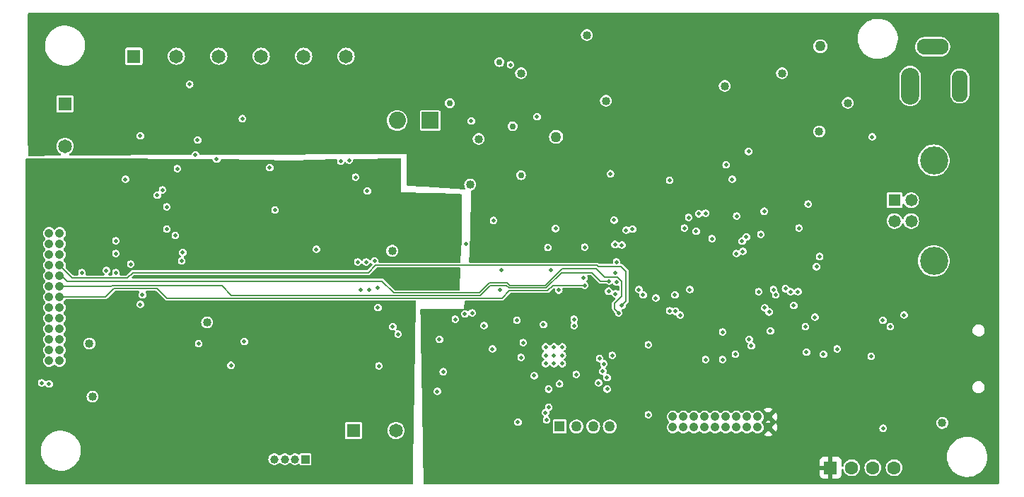
<source format=gbr>
%TF.GenerationSoftware,KiCad,Pcbnew,7.0.1*%
%TF.CreationDate,2023-04-04T11:19:36-07:00*%
%TF.ProjectId,Engine-Controller,456e6769-6e65-42d4-936f-6e74726f6c6c,1.0*%
%TF.SameCoordinates,Original*%
%TF.FileFunction,Copper,L3,Inr*%
%TF.FilePolarity,Positive*%
%FSLAX46Y46*%
G04 Gerber Fmt 4.6, Leading zero omitted, Abs format (unit mm)*
G04 Created by KiCad (PCBNEW 7.0.1) date 2023-04-04 11:19:36*
%MOMM*%
%LPD*%
G01*
G04 APERTURE LIST*
%TA.AperFunction,ComponentPad*%
%ADD10R,1.650000X1.650000*%
%TD*%
%TA.AperFunction,ComponentPad*%
%ADD11C,1.650000*%
%TD*%
%TA.AperFunction,ComponentPad*%
%ADD12O,2.200000X4.400000*%
%TD*%
%TA.AperFunction,ComponentPad*%
%ADD13O,1.900000X3.800000*%
%TD*%
%TA.AperFunction,ComponentPad*%
%ADD14O,3.800000X1.900000*%
%TD*%
%TA.AperFunction,ComponentPad*%
%ADD15R,1.478000X1.478000*%
%TD*%
%TA.AperFunction,ComponentPad*%
%ADD16C,1.478000*%
%TD*%
%TA.AperFunction,ComponentPad*%
%ADD17C,3.366000*%
%TD*%
%TA.AperFunction,ComponentPad*%
%ADD18C,1.066800*%
%TD*%
%TA.AperFunction,ComponentPad*%
%ADD19R,2.050000X2.050000*%
%TD*%
%TA.AperFunction,ComponentPad*%
%ADD20C,2.050000*%
%TD*%
%TA.AperFunction,ComponentPad*%
%ADD21R,1.008000X1.008000*%
%TD*%
%TA.AperFunction,ComponentPad*%
%ADD22C,1.008000*%
%TD*%
%TA.AperFunction,ComponentPad*%
%ADD23C,0.500000*%
%TD*%
%TA.AperFunction,ComponentPad*%
%ADD24R,1.258000X1.258000*%
%TD*%
%TA.AperFunction,ComponentPad*%
%ADD25C,1.258000*%
%TD*%
%TA.AperFunction,ComponentPad*%
%ADD26R,1.605000X1.605000*%
%TD*%
%TA.AperFunction,ComponentPad*%
%ADD27C,1.605000*%
%TD*%
%TA.AperFunction,ViaPad*%
%ADD28C,0.500000*%
%TD*%
%TA.AperFunction,ViaPad*%
%ADD29C,1.016000*%
%TD*%
%TA.AperFunction,ViaPad*%
%ADD30C,0.762000*%
%TD*%
%TA.AperFunction,ViaPad*%
%ADD31C,1.270000*%
%TD*%
%TA.AperFunction,Conductor*%
%ADD32C,0.177800*%
%TD*%
G04 APERTURE END LIST*
D10*
%TO.N,/Sensors/TC+*%
%TO.C,P11*%
X125806200Y-145821400D03*
D11*
%TO.N,/Sensors/TC-*%
X130886200Y-145821400D03*
%TD*%
D12*
%TO.N,Net-(D5-Pad2)*%
%TO.C,P1*%
X192443200Y-104546400D03*
D13*
%TO.N,Earth*%
X198398200Y-104546400D03*
D14*
X195148200Y-99856400D03*
%TD*%
D15*
%TO.N,5V_USB*%
%TO.C,P5*%
X190574500Y-118231600D03*
D16*
%TO.N,/Page2/D-*%
X190574500Y-120731600D03*
%TO.N,/Page2/D+*%
X192574500Y-120731600D03*
%TO.N,Earth*%
X192574500Y-118231600D03*
D17*
X195284500Y-125501600D03*
X195284500Y-113461600D03*
%TD*%
D18*
%TO.N,3.3V*%
%TO.C,P3*%
X175463200Y-144159350D03*
X175463200Y-145429350D03*
%TO.N,Earth*%
X174193200Y-144159350D03*
X174193200Y-145429350D03*
X172923200Y-144159350D03*
X172923200Y-145429350D03*
%TO.N,SWDIO*%
X171653200Y-144159350D03*
%TO.N,Earth*%
X171653200Y-145429350D03*
%TO.N,SWCLK*%
X170383200Y-144159350D03*
%TO.N,Earth*%
X170383200Y-145429350D03*
%TO.N,unconnected-(P3-Pad11)*%
X169113200Y-144159350D03*
%TO.N,Earth*%
X169113200Y-145429350D03*
%TO.N,SWO*%
X167843200Y-144159350D03*
%TO.N,Earth*%
X167843200Y-145429350D03*
%TO.N,NRST*%
X166573200Y-144159350D03*
%TO.N,Earth*%
X166573200Y-145429350D03*
%TO.N,unconnected-(P3-Pad17)*%
X165303200Y-144159350D03*
%TO.N,Earth*%
X165303200Y-145429350D03*
%TO.N,unconnected-(P3-Pad19)*%
X164033200Y-144159350D03*
%TO.N,Earth*%
X164033200Y-145429350D03*
%TD*%
%TO.N,5V*%
%TO.C,P8*%
X90627200Y-137439400D03*
X89357200Y-137439400D03*
%TO.N,VIN*%
X90627200Y-136169400D03*
X89357200Y-136169400D03*
%TO.N,PT1+*%
X90627200Y-134899400D03*
%TO.N,PT1-*%
X89357200Y-134899400D03*
%TO.N,PT2+*%
X90627200Y-133629400D03*
%TO.N,PT2-*%
X89357200Y-133629400D03*
%TO.N,PT3+*%
X90627200Y-132359400D03*
%TO.N,PT3-*%
X89357200Y-132359400D03*
%TO.N,PT4+*%
X90627200Y-131089400D03*
%TO.N,PT4-*%
X89357200Y-131089400D03*
%TO.N,PT5+*%
X90627200Y-129819400D03*
%TO.N,Earth*%
X89357200Y-129819400D03*
%TO.N,PT6+*%
X90627200Y-128549400D03*
%TO.N,Earth*%
X89357200Y-128549400D03*
%TO.N,PT7+*%
X90627200Y-127279400D03*
%TO.N,Earth*%
X89357200Y-127279400D03*
%TO.N,PT8+*%
X90627200Y-126009400D03*
%TO.N,Earth*%
X89357200Y-126009400D03*
X90627200Y-124739400D03*
X89357200Y-124739400D03*
X90627200Y-123469400D03*
X89357200Y-123469400D03*
X90627200Y-122199400D03*
X89357200Y-122199400D03*
%TD*%
D19*
%TO.N,V_HEAD*%
%TO.C,P7*%
X134991700Y-108682900D03*
D20*
%TO.N,Earth*%
X131031700Y-108682900D03*
%TD*%
D21*
%TO.N,Earth*%
%TO.C,P17*%
X120061200Y-149250400D03*
D22*
%TO.N,/Sensors/LC+*%
X118811200Y-149250400D03*
%TO.N,/Sensors/LC-*%
X117561200Y-149250400D03*
%TO.N,5V*%
X116311200Y-149250400D03*
%TD*%
D10*
%TO.N,Net-(P10-6)*%
%TO.C,P2*%
X99517200Y-100990400D03*
D11*
%TO.N,Net-(P2A-6)*%
X104597200Y-100990400D03*
%TO.N,SP_CONT*%
X109677200Y-100990400D03*
%TO.N,Earth*%
X114757200Y-100990400D03*
%TO.N,NOZ_CONT*%
X119837200Y-100990400D03*
%TO.N,Earth*%
X124917200Y-100990400D03*
%TD*%
D23*
%TO.N,N/C*%
%TO.C,U14*%
X148809200Y-135804400D03*
X149809200Y-135804400D03*
X150809200Y-135804400D03*
X148809200Y-136804400D03*
X149809200Y-136804400D03*
X150809200Y-136804400D03*
X148809200Y-137804400D03*
X149809200Y-137804400D03*
X150809200Y-137804400D03*
%TD*%
D24*
%TO.N,5V*%
%TO.C,P6*%
X150492200Y-145326400D03*
D25*
%TO.N,ValveCtrl_TX*%
X152492200Y-145326400D03*
%TO.N,ValveCtrl_RX*%
X154492200Y-145326400D03*
%TO.N,Earth*%
X156492200Y-145326400D03*
%TD*%
D26*
%TO.N,3.3V*%
%TO.C,P18*%
X182905400Y-150266400D03*
D27*
%TO.N,5V*%
X185445400Y-150266400D03*
%TO.N,VIN*%
X187985400Y-150266400D03*
%TO.N,Earth*%
X190525400Y-150266400D03*
%TD*%
D10*
%TO.N,VIN*%
%TO.C,P10*%
X91262200Y-106705400D03*
D11*
%TO.N,Net-(P10-6)*%
X91262200Y-111785400D03*
%TD*%
D28*
%TO.N,USB_DETECT*%
X163652200Y-115849400D03*
X127457200Y-117119400D03*
%TO.N,PT8+*%
X157937200Y-130835400D03*
%TO.N,PT7+*%
X157556200Y-131724400D03*
%TO.N,PT5+*%
X153492200Y-128422400D03*
%TO.N,PT6+*%
X156413200Y-127914400D03*
%TO.N,Earth*%
X157175200Y-129438400D03*
%TO.N,5V_USB*%
X139903200Y-108737400D03*
X121361200Y-124104400D03*
%TO.N,Earth*%
X116408200Y-119405400D03*
X128854200Y-138074400D03*
X180035200Y-136423400D03*
D29*
X130441700Y-124294900D03*
D28*
X181610000Y-124968000D03*
X187909200Y-110642400D03*
D30*
X144856200Y-109372400D03*
D28*
X171692200Y-120128400D03*
D30*
X137337800Y-106603800D03*
D28*
X111137700Y-138010900D03*
D29*
X170256200Y-104546400D03*
D28*
X107264200Y-135407400D03*
D29*
X181559200Y-110007400D03*
D28*
X181229000Y-126212600D03*
D29*
X94564200Y-141757400D03*
X177114200Y-103022400D03*
D28*
X167970200Y-137312400D03*
D29*
X156032200Y-106324400D03*
D28*
X93294200Y-126898400D03*
X142570200Y-120650000D03*
X156794200Y-136804400D03*
X174967000Y-119546000D03*
X100279200Y-110515400D03*
D29*
X153746200Y-98450400D03*
D28*
X146126200Y-135280400D03*
X149072600Y-123901200D03*
X153492200Y-123850400D03*
X107137200Y-111023400D03*
D30*
X145858200Y-115228400D03*
D28*
X112499200Y-108455400D03*
D30*
X143261200Y-101681400D03*
D28*
X142443200Y-136042400D03*
X145491200Y-144805400D03*
X180242200Y-118690400D03*
X170408600Y-113995200D03*
X136093200Y-134899400D03*
X156564700Y-115062900D03*
X150381600Y-128993000D03*
D29*
X196285800Y-144912400D03*
D28*
%TO.N,3.3V*%
X156397200Y-124628400D03*
X135839200Y-144805400D03*
X183083200Y-132613400D03*
X145872200Y-131851400D03*
X149809200Y-140233400D03*
X117297200Y-109626400D03*
X187782200Y-113817400D03*
X101422200Y-112547400D03*
X157556200Y-134772400D03*
X187638600Y-137930800D03*
D29*
X141173200Y-112928400D03*
D28*
X169240200Y-134772400D03*
X140411200Y-101752400D03*
X171780200Y-119278400D03*
X155778200Y-118135400D03*
X159334200Y-110515400D03*
%TO.N,SWCLK*%
X166827200Y-121945400D03*
%TO.N,SWDIO*%
X168732200Y-122834400D03*
D29*
%TO.N,5V*%
X108280200Y-132867400D03*
D28*
X97358200Y-123088400D03*
D31*
X150063200Y-110642400D03*
D29*
X140792200Y-110896400D03*
X94183200Y-135407400D03*
D28*
X98501200Y-115722400D03*
D29*
X139776200Y-116357400D03*
D28*
%TO.N,SDA*%
X152222200Y-132486400D03*
X157111700Y-123532900D03*
%TO.N,SCL*%
X152222200Y-133248400D03*
X157937200Y-123596400D03*
D29*
%TO.N,A3.3V*%
X130886200Y-121183400D03*
D28*
X156342200Y-129128400D03*
X148539200Y-133121400D03*
X145364200Y-132613400D03*
X132918200Y-124866400D03*
X136728200Y-128803400D03*
%TO.N,/Sensors/TC-*%
X136552200Y-138758400D03*
X135839200Y-141122400D03*
%TO.N,/Sensors/TC+*%
X145872680Y-137057920D03*
X147433200Y-139254400D03*
%TO.N,SD_DAT2*%
X189179200Y-132613400D03*
X167970200Y-119786400D03*
%TO.N,SD_DAT3*%
X167144700Y-119849900D03*
X190068200Y-133375400D03*
%TO.N,SD_CMD*%
X165938200Y-120294400D03*
X187782200Y-136931400D03*
X179019200Y-129184400D03*
X176098200Y-128930400D03*
%TO.N,SD_CLK*%
X191719200Y-131978400D03*
X171145200Y-115722400D03*
%TO.N,SD_DAT0*%
X171653200Y-124612400D03*
X173177200Y-134899400D03*
%TO.N,SD_DAT1*%
X173431200Y-135661400D03*
X172415200Y-124358400D03*
%TO.N,PT1-*%
X102311200Y-117627400D03*
X89357200Y-140233400D03*
%TO.N,PT2-*%
X102946200Y-116992400D03*
X88468200Y-140106400D03*
%TO.N,PT4+*%
X97358200Y-126898400D03*
X99136200Y-125882400D03*
%TO.N,W_MISO*%
X157001200Y-120628400D03*
X149174200Y-143027400D03*
%TO.N,W_MOSI*%
X158445200Y-121818400D03*
X148793200Y-143662400D03*
%TO.N,W_SCK*%
X148920200Y-144551400D03*
X159207200Y-121691400D03*
%TO.N,SD_DETECT*%
X175043200Y-131128400D03*
X189214600Y-145532000D03*
%TO.N,FLASH_SS*%
X175559200Y-131628400D03*
%TO.N,FLASH_MISO*%
X175717200Y-133883400D03*
%TO.N,FLASH_SCK*%
X182067200Y-136677400D03*
%TO.N,FLASH_MOSI*%
X183718200Y-136042400D03*
X178511200Y-130835400D03*
%TO.N,FLASH_WP*%
X174320200Y-129184400D03*
X179908200Y-133375400D03*
%TO.N,W_SS*%
X161112200Y-135534400D03*
X161112200Y-143916400D03*
%TO.N,STATUS_B*%
X170002200Y-137312400D03*
X164922200Y-131978400D03*
%TO.N,STATUS_G*%
X164350700Y-131533900D03*
X171526200Y-136677400D03*
%TO.N,STATUS_R*%
X163652200Y-131470400D03*
X170002200Y-134010400D03*
%TO.N,FLASH_HOLD*%
X181051200Y-132232400D03*
X176352200Y-129565400D03*
%TO.N,5V_BUCK*%
X173101000Y-112395000D03*
D29*
%TO.N,5V_USB*%
X184988200Y-106578400D03*
X145872200Y-103022400D03*
D28*
%TO.N,5V_SRC*%
X144602200Y-102006400D03*
X147777200Y-108229400D03*
%TO.N,NRST*%
X162001200Y-129946400D03*
%TO.N,VIN*%
X106187199Y-104353401D03*
D31*
X181705250Y-99802950D03*
D28*
%TO.N,FIRE*%
X149999200Y-121628400D03*
X139268200Y-123469400D03*
X104724200Y-114452400D03*
X115773200Y-114325400D03*
%TO.N,PT*%
X143475200Y-126628400D03*
X149444200Y-126628400D03*
X143332200Y-128930400D03*
X112725200Y-135153400D03*
%TO.N,LC*%
X153365200Y-127533400D03*
X141427200Y-133248400D03*
%TO.N,SWO*%
X165430200Y-121564400D03*
%TO.N,TC_ALERT*%
X152476200Y-139090400D03*
X156159200Y-139471400D03*
%TO.N,TC_OC*%
X150459200Y-140218400D03*
X155143200Y-140106400D03*
%TO.N,TC_SC*%
X156174200Y-140853400D03*
X149159200Y-140853400D03*
%TO.N,SP_CONT*%
X124282200Y-113563400D03*
X126695200Y-128930400D03*
X131140200Y-134264400D03*
X155651200Y-138709400D03*
X137998200Y-132486400D03*
X126314200Y-125628400D03*
%TO.N,NOZ_CONT*%
X139141200Y-131851400D03*
X155778200Y-137820400D03*
X130505200Y-133375400D03*
X125298200Y-113436400D03*
X127330200Y-125628400D03*
X127711200Y-128930400D03*
%TO.N,PT_MUX_A*%
X103454200Y-121691400D03*
X103454200Y-119024400D03*
X157302200Y-125628400D03*
%TO.N,~{USB_SUSPEND}*%
X179146200Y-121564400D03*
X174574200Y-122326400D03*
%TO.N,E_CONT*%
X140030200Y-131724400D03*
X106883200Y-112801400D03*
X128727200Y-131089400D03*
X126060200Y-115468400D03*
X128346200Y-125501400D03*
X155270200Y-137185400D03*
X128727200Y-128676400D03*
X109423200Y-113309400D03*
%TO.N,RX_USB*%
X172328200Y-123128400D03*
X177518600Y-128826800D03*
%TO.N,TX_USB*%
X172844200Y-122628400D03*
X178130200Y-129184400D03*
%TO.N,PT_MUX_B*%
X105359200Y-124485400D03*
X166065200Y-128930400D03*
X157175200Y-126898400D03*
X159969200Y-128930400D03*
%TO.N,PT_MUX_C*%
X164287200Y-129565400D03*
X157302200Y-128041400D03*
X104470200Y-122453400D03*
X160477200Y-129565400D03*
X105232200Y-125501400D03*
%TO.N,PT-*%
X100533200Y-129565400D03*
X97358200Y-124612400D03*
%TO.N,PT+*%
X100279200Y-130708400D03*
X96215200Y-126644400D03*
%TD*%
D32*
%TO.N,PT8+*%
X157937200Y-130835400D02*
X158445200Y-130327400D01*
X158445200Y-130327400D02*
X158445200Y-126771400D01*
X157810200Y-126136400D02*
X155066252Y-126136400D01*
X158445200Y-126771400D02*
X157810200Y-126136400D01*
X155066252Y-126136400D02*
X154939252Y-126009400D01*
X154939252Y-126009400D02*
X128473200Y-126009400D01*
X128473200Y-126009400D02*
X127584200Y-126898400D01*
X127584200Y-126898400D02*
X99390200Y-126898400D01*
X99390200Y-126898400D02*
X98755200Y-127533400D01*
X98755200Y-127533400D02*
X92151200Y-127533400D01*
X92151200Y-127533400D02*
X90627200Y-126009400D01*
%TO.N,PT7+*%
X157556200Y-131724400D02*
X157048200Y-131216400D01*
X148717748Y-128447800D02*
X144550652Y-128447800D01*
X157048200Y-131216400D02*
X157048200Y-130581400D01*
X140843748Y-129336800D02*
X130657600Y-129336800D01*
X157048200Y-130581400D02*
X157937200Y-129692400D01*
X157937200Y-129692400D02*
X157937200Y-127914400D01*
X157937200Y-127914400D02*
X157429200Y-127406400D01*
X157429200Y-127406400D02*
X155905200Y-127406400D01*
X155905200Y-127406400D02*
X154889200Y-126390400D01*
X154889200Y-126390400D02*
X150775148Y-126390400D01*
X150775148Y-126390400D02*
X148717748Y-128447800D01*
X142062948Y-128117600D02*
X140843748Y-129336800D01*
X144550652Y-128447800D02*
X144220452Y-128117600D01*
X144220452Y-128117600D02*
X142062948Y-128117600D01*
X130657600Y-129336800D02*
X129235200Y-127914400D01*
X129235200Y-127914400D02*
X91516200Y-127914400D01*
X91516200Y-127914400D02*
X91008200Y-127406400D01*
%TO.N,PT6+*%
X156413200Y-127914400D02*
X155397200Y-127914400D01*
X155397200Y-127914400D02*
X154381200Y-126898400D01*
X154381200Y-126898400D02*
X150698200Y-126898400D01*
X96799400Y-128549400D02*
X90500200Y-128549400D01*
X150698200Y-126898400D02*
X148844000Y-128752600D01*
X148844000Y-128752600D02*
X144424400Y-128752600D01*
X144424400Y-128752600D02*
X144094200Y-128422400D01*
X144094200Y-128422400D02*
X142189200Y-128422400D01*
X142189200Y-128422400D02*
X140970000Y-129641600D01*
X140970000Y-129641600D02*
X111201200Y-129641600D01*
X111201200Y-129641600D02*
X110058200Y-128498600D01*
X110058200Y-128498600D02*
X96850200Y-128498600D01*
X96850200Y-128498600D02*
X96799400Y-128549400D01*
%TO.N,PT5+*%
X103454200Y-129946400D02*
X102311200Y-128803400D01*
X144475200Y-129057400D02*
X143586200Y-129946400D01*
X149682200Y-128422400D02*
X149047200Y-129057400D01*
X153492200Y-128422400D02*
X149682200Y-128422400D01*
X102311200Y-128803400D02*
X97104200Y-128803400D01*
X97104200Y-128803400D02*
X96088200Y-129819400D01*
X149047200Y-129057400D02*
X144475200Y-129057400D01*
X143586200Y-129946400D02*
X103454200Y-129946400D01*
X96088200Y-129819400D02*
X90627200Y-129819400D01*
%TD*%
%TA.AperFunction,Conductor*%
%TO.N,3.3V*%
G36*
X203009500Y-95800781D02*
G01*
X203055619Y-95846900D01*
X203072500Y-95909900D01*
X203072500Y-152146500D01*
X203055619Y-152209500D01*
X203009500Y-152255619D01*
X202946500Y-152272500D01*
X134309211Y-152272500D01*
X134246865Y-152255994D01*
X134200854Y-152210802D01*
X134183231Y-152148763D01*
X134153979Y-150520400D01*
X181594900Y-150520400D01*
X181594900Y-151117489D01*
X181601405Y-151177993D01*
X181652454Y-151314862D01*
X181739995Y-151431804D01*
X181856937Y-151519345D01*
X181993806Y-151570394D01*
X182054311Y-151576900D01*
X182651400Y-151576900D01*
X182651400Y-150520400D01*
X181594900Y-150520400D01*
X134153979Y-150520400D01*
X134144853Y-150012400D01*
X181594900Y-150012400D01*
X182651400Y-150012400D01*
X182651400Y-148955900D01*
X183159400Y-148955900D01*
X183159400Y-151576900D01*
X183756489Y-151576900D01*
X183816993Y-151570394D01*
X183953862Y-151519345D01*
X184070804Y-151431804D01*
X184158345Y-151314862D01*
X184209394Y-151177993D01*
X184215900Y-151117489D01*
X184215900Y-150528960D01*
X184235781Y-150461029D01*
X184289149Y-150414534D01*
X184359163Y-150404148D01*
X184423730Y-150433149D01*
X184462474Y-150492384D01*
X184511293Y-150653317D01*
X184511294Y-150653319D01*
X184604727Y-150828120D01*
X184653857Y-150887986D01*
X184730465Y-150981334D01*
X184807073Y-151044203D01*
X184883680Y-151107073D01*
X185058481Y-151200506D01*
X185153315Y-151229273D01*
X185248149Y-151258042D01*
X185445400Y-151277469D01*
X185642650Y-151258042D01*
X185832319Y-151200506D01*
X186007120Y-151107073D01*
X186160334Y-150981334D01*
X186286073Y-150828120D01*
X186379506Y-150653319D01*
X186437042Y-150463650D01*
X186456469Y-150266400D01*
X186456469Y-150266399D01*
X186974330Y-150266399D01*
X186993757Y-150463650D01*
X187051293Y-150653317D01*
X187051294Y-150653319D01*
X187144727Y-150828120D01*
X187193857Y-150887986D01*
X187270465Y-150981334D01*
X187347073Y-151044203D01*
X187423680Y-151107073D01*
X187598481Y-151200506D01*
X187693315Y-151229273D01*
X187788149Y-151258042D01*
X187985400Y-151277469D01*
X188182650Y-151258042D01*
X188372319Y-151200506D01*
X188547120Y-151107073D01*
X188700334Y-150981334D01*
X188826073Y-150828120D01*
X188919506Y-150653319D01*
X188977042Y-150463650D01*
X188996469Y-150266400D01*
X188996469Y-150266399D01*
X189514330Y-150266399D01*
X189533757Y-150463650D01*
X189591293Y-150653317D01*
X189591294Y-150653319D01*
X189684727Y-150828120D01*
X189733857Y-150887986D01*
X189810465Y-150981334D01*
X189887073Y-151044203D01*
X189963680Y-151107073D01*
X190138481Y-151200506D01*
X190233315Y-151229273D01*
X190328149Y-151258042D01*
X190525400Y-151277469D01*
X190722650Y-151258042D01*
X190912319Y-151200506D01*
X191087120Y-151107073D01*
X191240334Y-150981334D01*
X191366073Y-150828120D01*
X191459506Y-150653319D01*
X191517042Y-150463650D01*
X191536469Y-150266400D01*
X191534890Y-150250372D01*
X191517042Y-150069149D01*
X191479285Y-149944683D01*
X191459506Y-149879481D01*
X191366073Y-149704680D01*
X191288858Y-149610593D01*
X191240334Y-149551465D01*
X191146986Y-149474858D01*
X191087120Y-149425727D01*
X190912319Y-149332294D01*
X190912318Y-149332293D01*
X190912317Y-149332293D01*
X190722650Y-149274757D01*
X190525400Y-149255330D01*
X190328149Y-149274757D01*
X190138482Y-149332293D01*
X189963681Y-149425726D01*
X189810465Y-149551465D01*
X189684726Y-149704681D01*
X189591293Y-149879482D01*
X189533757Y-150069149D01*
X189514330Y-150266399D01*
X188996469Y-150266399D01*
X188994890Y-150250372D01*
X188977042Y-150069149D01*
X188939285Y-149944683D01*
X188919506Y-149879481D01*
X188826073Y-149704680D01*
X188748858Y-149610593D01*
X188700334Y-149551465D01*
X188606986Y-149474858D01*
X188547120Y-149425727D01*
X188372319Y-149332294D01*
X188372318Y-149332293D01*
X188372317Y-149332293D01*
X188182650Y-149274757D01*
X187985400Y-149255330D01*
X187788149Y-149274757D01*
X187598482Y-149332293D01*
X187423681Y-149425726D01*
X187270465Y-149551465D01*
X187144726Y-149704681D01*
X187051293Y-149879482D01*
X186993757Y-150069149D01*
X186974330Y-150266399D01*
X186456469Y-150266399D01*
X186454890Y-150250372D01*
X186437042Y-150069149D01*
X186399285Y-149944683D01*
X186379506Y-149879481D01*
X186286073Y-149704680D01*
X186208858Y-149610593D01*
X186160334Y-149551465D01*
X186066986Y-149474858D01*
X186007120Y-149425727D01*
X185832319Y-149332294D01*
X185832318Y-149332293D01*
X185832317Y-149332293D01*
X185642650Y-149274757D01*
X185445400Y-149255330D01*
X185248149Y-149274757D01*
X185058482Y-149332293D01*
X184883681Y-149425726D01*
X184730465Y-149551465D01*
X184604726Y-149704681D01*
X184511293Y-149879482D01*
X184462474Y-150040416D01*
X184423730Y-150099651D01*
X184359163Y-150128652D01*
X184289149Y-150118266D01*
X184235781Y-150071771D01*
X184215900Y-150003840D01*
X184215900Y-149415311D01*
X184209394Y-149354806D01*
X184158345Y-149217937D01*
X184070804Y-149100995D01*
X183953862Y-149013454D01*
X183816993Y-148962405D01*
X183756489Y-148955900D01*
X183159400Y-148955900D01*
X182651400Y-148955900D01*
X182054311Y-148955900D01*
X181993806Y-148962405D01*
X181856937Y-149013454D01*
X181739995Y-149100995D01*
X181652454Y-149217937D01*
X181601405Y-149354806D01*
X181594900Y-149415311D01*
X181594900Y-150012400D01*
X134144853Y-150012400D01*
X134124760Y-148893905D01*
X196858793Y-148893905D01*
X196868672Y-149201975D01*
X196880439Y-149274757D01*
X196917867Y-149506261D01*
X196985509Y-149734169D01*
X197005570Y-149801758D01*
X197130336Y-150083609D01*
X197290119Y-150347189D01*
X197358670Y-150433149D01*
X197482304Y-150588181D01*
X197703724Y-150802614D01*
X197950748Y-150986973D01*
X198219317Y-151138228D01*
X198317537Y-151177993D01*
X198505025Y-151253899D01*
X198803179Y-151332084D01*
X199108883Y-151371500D01*
X199339974Y-151371500D01*
X199339976Y-151371500D01*
X199570603Y-151356693D01*
X199873146Y-151297773D01*
X199873146Y-151297772D01*
X199873151Y-151297772D01*
X200165683Y-151200644D01*
X200443393Y-151066907D01*
X200701720Y-150898754D01*
X200936424Y-150698948D01*
X201143650Y-150470769D01*
X201319996Y-150217963D01*
X201462567Y-149944683D01*
X201569020Y-149655415D01*
X201637609Y-149354908D01*
X201667206Y-149048098D01*
X201657327Y-148740022D01*
X201608133Y-148435739D01*
X201520431Y-148140244D01*
X201395663Y-147858391D01*
X201395663Y-147858390D01*
X201235880Y-147594810D01*
X201177861Y-147522057D01*
X201043696Y-147353819D01*
X200822276Y-147139386D01*
X200822275Y-147139385D01*
X200575251Y-146955026D01*
X200306682Y-146803771D01*
X200020976Y-146688101D01*
X199722826Y-146609917D01*
X199722823Y-146609916D01*
X199722821Y-146609916D01*
X199417117Y-146570500D01*
X199186026Y-146570500D01*
X199186024Y-146570500D01*
X198955396Y-146585306D01*
X198652853Y-146644226D01*
X198360314Y-146741356D01*
X198082609Y-146875091D01*
X197824278Y-147043247D01*
X197589576Y-147243052D01*
X197382351Y-147471229D01*
X197206000Y-147724042D01*
X197063434Y-147997314D01*
X196956980Y-148286583D01*
X196888391Y-148587091D01*
X196858793Y-148893905D01*
X134124760Y-148893905D01*
X134078594Y-146323987D01*
X174927770Y-146323987D01*
X175062744Y-146396133D01*
X175259054Y-146455682D01*
X175463200Y-146475789D01*
X175667345Y-146455682D01*
X175863655Y-146396133D01*
X175998628Y-146323987D01*
X175463201Y-145788560D01*
X175463200Y-145788560D01*
X174927771Y-146323987D01*
X174927770Y-146323987D01*
X134078594Y-146323987D01*
X134072333Y-145975464D01*
X149659500Y-145975464D01*
X149671319Y-146034880D01*
X149716340Y-146102260D01*
X149783720Y-146147281D01*
X149843136Y-146159100D01*
X151141263Y-146159100D01*
X151141264Y-146159100D01*
X151200680Y-146147281D01*
X151268060Y-146102260D01*
X151313081Y-146034880D01*
X151324900Y-145975464D01*
X151324900Y-145326400D01*
X151654913Y-145326400D01*
X151673210Y-145500483D01*
X151727299Y-145666955D01*
X151814821Y-145818546D01*
X151882085Y-145893250D01*
X151931946Y-145948626D01*
X152073556Y-146051512D01*
X152233464Y-146122707D01*
X152404680Y-146159100D01*
X152579718Y-146159100D01*
X152579720Y-146159100D01*
X152750936Y-146122707D01*
X152910844Y-146051512D01*
X153052454Y-145948626D01*
X153169579Y-145818545D01*
X153257100Y-145666955D01*
X153311190Y-145500482D01*
X153329487Y-145326400D01*
X153654913Y-145326400D01*
X153673210Y-145500483D01*
X153727299Y-145666955D01*
X153814821Y-145818546D01*
X153882085Y-145893250D01*
X153931946Y-145948626D01*
X154073556Y-146051512D01*
X154233464Y-146122707D01*
X154404680Y-146159100D01*
X154579718Y-146159100D01*
X154579720Y-146159100D01*
X154750936Y-146122707D01*
X154910844Y-146051512D01*
X155052454Y-145948626D01*
X155169579Y-145818545D01*
X155257100Y-145666955D01*
X155311190Y-145500482D01*
X155329487Y-145326400D01*
X155654913Y-145326400D01*
X155673210Y-145500483D01*
X155727299Y-145666955D01*
X155814821Y-145818546D01*
X155882085Y-145893250D01*
X155931946Y-145948626D01*
X156073556Y-146051512D01*
X156233464Y-146122707D01*
X156404680Y-146159100D01*
X156579718Y-146159100D01*
X156579720Y-146159100D01*
X156750936Y-146122707D01*
X156910844Y-146051512D01*
X157052454Y-145948626D01*
X157169579Y-145818545D01*
X157257100Y-145666955D01*
X157311190Y-145500482D01*
X157318666Y-145429349D01*
X163291436Y-145429349D01*
X163310034Y-145594410D01*
X163364893Y-145751188D01*
X163453266Y-145891833D01*
X163570716Y-146009283D01*
X163711361Y-146097656D01*
X163828066Y-146138493D01*
X163868142Y-146152516D01*
X164033200Y-146171114D01*
X164198258Y-146152516D01*
X164355039Y-146097656D01*
X164495682Y-146009284D01*
X164529503Y-145975463D01*
X164579105Y-145925862D01*
X164635589Y-145893250D01*
X164700811Y-145893250D01*
X164757295Y-145925862D01*
X164840716Y-146009283D01*
X164981361Y-146097656D01*
X165098066Y-146138493D01*
X165138142Y-146152516D01*
X165303200Y-146171114D01*
X165468258Y-146152516D01*
X165625039Y-146097656D01*
X165765682Y-146009284D01*
X165799503Y-145975463D01*
X165849105Y-145925862D01*
X165905589Y-145893250D01*
X165970811Y-145893250D01*
X166027295Y-145925862D01*
X166110716Y-146009283D01*
X166251361Y-146097656D01*
X166368066Y-146138493D01*
X166408142Y-146152516D01*
X166573200Y-146171114D01*
X166738258Y-146152516D01*
X166895039Y-146097656D01*
X167035682Y-146009284D01*
X167069503Y-145975463D01*
X167119105Y-145925862D01*
X167175589Y-145893250D01*
X167240811Y-145893250D01*
X167297295Y-145925862D01*
X167380716Y-146009283D01*
X167521361Y-146097656D01*
X167638066Y-146138493D01*
X167678142Y-146152516D01*
X167843200Y-146171114D01*
X168008258Y-146152516D01*
X168165039Y-146097656D01*
X168305682Y-146009284D01*
X168339503Y-145975463D01*
X168389105Y-145925862D01*
X168445589Y-145893250D01*
X168510811Y-145893250D01*
X168567295Y-145925862D01*
X168650716Y-146009283D01*
X168791361Y-146097656D01*
X168908066Y-146138493D01*
X168948142Y-146152516D01*
X169113200Y-146171114D01*
X169278258Y-146152516D01*
X169435039Y-146097656D01*
X169575682Y-146009284D01*
X169609503Y-145975463D01*
X169659105Y-145925862D01*
X169715589Y-145893250D01*
X169780811Y-145893250D01*
X169837295Y-145925862D01*
X169920716Y-146009283D01*
X170061361Y-146097656D01*
X170178066Y-146138493D01*
X170218142Y-146152516D01*
X170383200Y-146171114D01*
X170548258Y-146152516D01*
X170705039Y-146097656D01*
X170845682Y-146009284D01*
X170879503Y-145975463D01*
X170929105Y-145925862D01*
X170985589Y-145893250D01*
X171050811Y-145893250D01*
X171107295Y-145925862D01*
X171190716Y-146009283D01*
X171331361Y-146097656D01*
X171448066Y-146138493D01*
X171488142Y-146152516D01*
X171653200Y-146171114D01*
X171818258Y-146152516D01*
X171975039Y-146097656D01*
X172115682Y-146009284D01*
X172149503Y-145975463D01*
X172199105Y-145925862D01*
X172255589Y-145893250D01*
X172320811Y-145893250D01*
X172377295Y-145925862D01*
X172460716Y-146009283D01*
X172601361Y-146097656D01*
X172718066Y-146138493D01*
X172758142Y-146152516D01*
X172923200Y-146171114D01*
X173088258Y-146152516D01*
X173245039Y-146097656D01*
X173385682Y-146009284D01*
X173419503Y-145975463D01*
X173469105Y-145925862D01*
X173525589Y-145893250D01*
X173590811Y-145893250D01*
X173647295Y-145925862D01*
X173730716Y-146009283D01*
X173871361Y-146097656D01*
X173988066Y-146138493D01*
X174028142Y-146152516D01*
X174193200Y-146171114D01*
X174358258Y-146152516D01*
X174515039Y-146097656D01*
X174655682Y-146009284D01*
X174773134Y-145891832D01*
X174861506Y-145751189D01*
X174894722Y-145656260D01*
X174924555Y-145608783D01*
X175103989Y-145429351D01*
X175822410Y-145429351D01*
X176357837Y-145964778D01*
X176429983Y-145829805D01*
X176489532Y-145633495D01*
X176499529Y-145532000D01*
X188756234Y-145532000D01*
X188774801Y-145661133D01*
X188774801Y-145661134D01*
X188774802Y-145661136D01*
X188815927Y-145751188D01*
X188828999Y-145779811D01*
X188914434Y-145878409D01*
X188935323Y-145891833D01*
X189024188Y-145948943D01*
X189149368Y-145985700D01*
X189279831Y-145985700D01*
X189279832Y-145985700D01*
X189405012Y-145948943D01*
X189514765Y-145878409D01*
X189600201Y-145779811D01*
X189654398Y-145661136D01*
X189672965Y-145532000D01*
X189654398Y-145402864D01*
X189600201Y-145284189D01*
X189582960Y-145264292D01*
X189514765Y-145185590D01*
X189447950Y-145142651D01*
X189405012Y-145115057D01*
X189279832Y-145078300D01*
X189149368Y-145078300D01*
X189107888Y-145090480D01*
X189024188Y-145115057D01*
X188914434Y-145185590D01*
X188828999Y-145284188D01*
X188774801Y-145402866D01*
X188756234Y-145532000D01*
X176499529Y-145532000D01*
X176509639Y-145429349D01*
X176489532Y-145225204D01*
X176429983Y-145028894D01*
X176367713Y-144912399D01*
X195568873Y-144912399D01*
X195589705Y-145083971D01*
X195650992Y-145245572D01*
X195749173Y-145387812D01*
X195878535Y-145502417D01*
X195878539Y-145502419D01*
X196031574Y-145582738D01*
X196199384Y-145624100D01*
X196372214Y-145624100D01*
X196372216Y-145624100D01*
X196540026Y-145582738D01*
X196693061Y-145502419D01*
X196693062Y-145502417D01*
X196693064Y-145502417D01*
X196752583Y-145449687D01*
X196822428Y-145387811D01*
X196920607Y-145245573D01*
X196981894Y-145083972D01*
X197002727Y-144912400D01*
X196981894Y-144740828D01*
X196920607Y-144579227D01*
X196822428Y-144436989D01*
X196805807Y-144422264D01*
X196693064Y-144322382D01*
X196540026Y-144242062D01*
X196536930Y-144241299D01*
X196372216Y-144200700D01*
X196199384Y-144200700D01*
X196087510Y-144228274D01*
X196031573Y-144242062D01*
X195878535Y-144322382D01*
X195749173Y-144436987D01*
X195650992Y-144579227D01*
X195589705Y-144740828D01*
X195568873Y-144912399D01*
X176367713Y-144912399D01*
X176357836Y-144893921D01*
X175822410Y-145429350D01*
X175822410Y-145429351D01*
X175103989Y-145429351D01*
X175103990Y-145429350D01*
X174924554Y-145249915D01*
X174894722Y-145202438D01*
X174861506Y-145107511D01*
X174785058Y-144985845D01*
X174773133Y-144966866D01*
X174689712Y-144883445D01*
X174657100Y-144826961D01*
X174657100Y-144794351D01*
X175187410Y-144794351D01*
X175463199Y-145070140D01*
X175463201Y-145070140D01*
X175738990Y-144794351D01*
X175738990Y-144794349D01*
X175463201Y-144518560D01*
X175463199Y-144518560D01*
X175187410Y-144794349D01*
X175187410Y-144794351D01*
X174657100Y-144794351D01*
X174657100Y-144761739D01*
X174689712Y-144705255D01*
X174773133Y-144621833D01*
X174775593Y-144617919D01*
X174838024Y-144518560D01*
X174861505Y-144481191D01*
X174869273Y-144458991D01*
X174894722Y-144386260D01*
X174924555Y-144338783D01*
X175103989Y-144159351D01*
X175822410Y-144159351D01*
X176357837Y-144694778D01*
X176429983Y-144559805D01*
X176489532Y-144363495D01*
X176509639Y-144159349D01*
X176489532Y-143955204D01*
X176429983Y-143758894D01*
X176357837Y-143623921D01*
X175822410Y-144159350D01*
X175822410Y-144159351D01*
X175103989Y-144159351D01*
X175103990Y-144159350D01*
X174924554Y-143979915D01*
X174894722Y-143932438D01*
X174861506Y-143837511D01*
X174773134Y-143696868D01*
X174773133Y-143696866D01*
X174655683Y-143579416D01*
X174515038Y-143491043D01*
X174358260Y-143436184D01*
X174193200Y-143417586D01*
X174028139Y-143436184D01*
X173871361Y-143491043D01*
X173730716Y-143579416D01*
X173647295Y-143662838D01*
X173590811Y-143695450D01*
X173525589Y-143695450D01*
X173469105Y-143662838D01*
X173385683Y-143579416D01*
X173245038Y-143491043D01*
X173088260Y-143436184D01*
X172923200Y-143417586D01*
X172758139Y-143436184D01*
X172601361Y-143491043D01*
X172460716Y-143579416D01*
X172377295Y-143662838D01*
X172320811Y-143695450D01*
X172255589Y-143695450D01*
X172199105Y-143662838D01*
X172115683Y-143579416D01*
X171975038Y-143491043D01*
X171818260Y-143436184D01*
X171653200Y-143417586D01*
X171488139Y-143436184D01*
X171331361Y-143491043D01*
X171190716Y-143579416D01*
X171107295Y-143662838D01*
X171050811Y-143695450D01*
X170985589Y-143695450D01*
X170929105Y-143662838D01*
X170845683Y-143579416D01*
X170705038Y-143491043D01*
X170548260Y-143436184D01*
X170383200Y-143417586D01*
X170218139Y-143436184D01*
X170061361Y-143491043D01*
X169920716Y-143579416D01*
X169837295Y-143662838D01*
X169780811Y-143695450D01*
X169715589Y-143695450D01*
X169659105Y-143662838D01*
X169575683Y-143579416D01*
X169435038Y-143491043D01*
X169278260Y-143436184D01*
X169113200Y-143417586D01*
X168948139Y-143436184D01*
X168791361Y-143491043D01*
X168650716Y-143579416D01*
X168567295Y-143662838D01*
X168510811Y-143695450D01*
X168445589Y-143695450D01*
X168389105Y-143662838D01*
X168305683Y-143579416D01*
X168165038Y-143491043D01*
X168008260Y-143436184D01*
X167843200Y-143417586D01*
X167678139Y-143436184D01*
X167521361Y-143491043D01*
X167380716Y-143579416D01*
X167297295Y-143662838D01*
X167240811Y-143695450D01*
X167175589Y-143695450D01*
X167119105Y-143662838D01*
X167035683Y-143579416D01*
X166895038Y-143491043D01*
X166738260Y-143436184D01*
X166573200Y-143417586D01*
X166408139Y-143436184D01*
X166251361Y-143491043D01*
X166110716Y-143579416D01*
X166027295Y-143662838D01*
X165970811Y-143695450D01*
X165905589Y-143695450D01*
X165849105Y-143662838D01*
X165765683Y-143579416D01*
X165625038Y-143491043D01*
X165468260Y-143436184D01*
X165303200Y-143417586D01*
X165138139Y-143436184D01*
X164981361Y-143491043D01*
X164840716Y-143579416D01*
X164757295Y-143662838D01*
X164700811Y-143695450D01*
X164635589Y-143695450D01*
X164579105Y-143662838D01*
X164495683Y-143579416D01*
X164355038Y-143491043D01*
X164198260Y-143436184D01*
X164033200Y-143417586D01*
X163868139Y-143436184D01*
X163711361Y-143491043D01*
X163570716Y-143579416D01*
X163453266Y-143696866D01*
X163364893Y-143837511D01*
X163310034Y-143994289D01*
X163291436Y-144159349D01*
X163310034Y-144324410D01*
X163364893Y-144481188D01*
X163453266Y-144621833D01*
X163536688Y-144705255D01*
X163569300Y-144761739D01*
X163569300Y-144826961D01*
X163536688Y-144883445D01*
X163453266Y-144966866D01*
X163364893Y-145107511D01*
X163310034Y-145264289D01*
X163291436Y-145429349D01*
X157318666Y-145429349D01*
X157329487Y-145326400D01*
X157311190Y-145152318D01*
X157278988Y-145053211D01*
X157257100Y-144985844D01*
X157169578Y-144834253D01*
X157052455Y-144704175D01*
X157039521Y-144694778D01*
X156910844Y-144601288D01*
X156750936Y-144530093D01*
X156579720Y-144493700D01*
X156404680Y-144493700D01*
X156290536Y-144517961D01*
X156233463Y-144530093D01*
X156073555Y-144601289D01*
X155931944Y-144704175D01*
X155814821Y-144834253D01*
X155727299Y-144985844D01*
X155673210Y-145152316D01*
X155654913Y-145326400D01*
X155329487Y-145326400D01*
X155311190Y-145152318D01*
X155278988Y-145053211D01*
X155257100Y-144985844D01*
X155169578Y-144834253D01*
X155052455Y-144704175D01*
X155039521Y-144694778D01*
X154910844Y-144601288D01*
X154750936Y-144530093D01*
X154579720Y-144493700D01*
X154404680Y-144493700D01*
X154290536Y-144517961D01*
X154233463Y-144530093D01*
X154073555Y-144601289D01*
X153931944Y-144704175D01*
X153814821Y-144834253D01*
X153727299Y-144985844D01*
X153673210Y-145152316D01*
X153654913Y-145326400D01*
X153329487Y-145326400D01*
X153311190Y-145152318D01*
X153278988Y-145053211D01*
X153257100Y-144985844D01*
X153169578Y-144834253D01*
X153052455Y-144704175D01*
X153039521Y-144694778D01*
X152910844Y-144601288D01*
X152750936Y-144530093D01*
X152579720Y-144493700D01*
X152404680Y-144493700D01*
X152290536Y-144517961D01*
X152233463Y-144530093D01*
X152073555Y-144601289D01*
X151931944Y-144704175D01*
X151814821Y-144834253D01*
X151727299Y-144985844D01*
X151673210Y-145152316D01*
X151654913Y-145326400D01*
X151324900Y-145326400D01*
X151324900Y-144677336D01*
X151313081Y-144617920D01*
X151268060Y-144550540D01*
X151200680Y-144505519D01*
X151141264Y-144493700D01*
X149843136Y-144493700D01*
X149813428Y-144499609D01*
X149783719Y-144505519D01*
X149716340Y-144550540D01*
X149671319Y-144617919D01*
X149665409Y-144647627D01*
X149659500Y-144677336D01*
X149659500Y-145975464D01*
X134072333Y-145975464D01*
X134051314Y-144805400D01*
X145032834Y-144805400D01*
X145051401Y-144934533D01*
X145051401Y-144934534D01*
X145051402Y-144934536D01*
X145094494Y-145028894D01*
X145105599Y-145053211D01*
X145191034Y-145151809D01*
X145233973Y-145179403D01*
X145300788Y-145222343D01*
X145425968Y-145259100D01*
X145556431Y-145259100D01*
X145556432Y-145259100D01*
X145681612Y-145222343D01*
X145791365Y-145151809D01*
X145876801Y-145053211D01*
X145930998Y-144934536D01*
X145949565Y-144805400D01*
X145930998Y-144676264D01*
X145876801Y-144557589D01*
X145852976Y-144530094D01*
X145791365Y-144458990D01*
X145724550Y-144416051D01*
X145681612Y-144388457D01*
X145556432Y-144351700D01*
X145425968Y-144351700D01*
X145363305Y-144370100D01*
X145300788Y-144388457D01*
X145191034Y-144458990D01*
X145105599Y-144557588D01*
X145051401Y-144676266D01*
X145032834Y-144805400D01*
X134051314Y-144805400D01*
X134030781Y-143662400D01*
X148334834Y-143662400D01*
X148353401Y-143791533D01*
X148353401Y-143791534D01*
X148353402Y-143791536D01*
X148374397Y-143837508D01*
X148407599Y-143910211D01*
X148493034Y-144008809D01*
X148561469Y-144052789D01*
X148607962Y-144106444D01*
X148618066Y-144176718D01*
X148588573Y-144241299D01*
X148534599Y-144303588D01*
X148480401Y-144422266D01*
X148461834Y-144551400D01*
X148480401Y-144680533D01*
X148480401Y-144680534D01*
X148480402Y-144680536D01*
X148517486Y-144761739D01*
X148534599Y-144799211D01*
X148620034Y-144897809D01*
X148642737Y-144912399D01*
X148729788Y-144968343D01*
X148854968Y-145005100D01*
X148985431Y-145005100D01*
X148985432Y-145005100D01*
X149110612Y-144968343D01*
X149220365Y-144897809D01*
X149305801Y-144799211D01*
X149359998Y-144680536D01*
X149378565Y-144551400D01*
X149359998Y-144422264D01*
X149305801Y-144303589D01*
X149220365Y-144204991D01*
X149220364Y-144204990D01*
X149151930Y-144161010D01*
X149114053Y-144123132D01*
X149095333Y-144072943D01*
X149099155Y-144019513D01*
X149124825Y-143972501D01*
X149173438Y-143916400D01*
X160653834Y-143916400D01*
X160672401Y-144045533D01*
X160672401Y-144045534D01*
X160672402Y-144045536D01*
X160707839Y-144123132D01*
X160726599Y-144164211D01*
X160812034Y-144262809D01*
X160854973Y-144290403D01*
X160921788Y-144333343D01*
X161046968Y-144370100D01*
X161177431Y-144370100D01*
X161177432Y-144370100D01*
X161302612Y-144333343D01*
X161412365Y-144262809D01*
X161497801Y-144164211D01*
X161551998Y-144045536D01*
X161570565Y-143916400D01*
X161551998Y-143787264D01*
X161497801Y-143668589D01*
X161459096Y-143623921D01*
X161412365Y-143569990D01*
X161345550Y-143527051D01*
X161302612Y-143499457D01*
X161177432Y-143462700D01*
X161046968Y-143462700D01*
X160921787Y-143499457D01*
X160921788Y-143499457D01*
X160812034Y-143569990D01*
X160726599Y-143668588D01*
X160672401Y-143787266D01*
X160653834Y-143916400D01*
X149173438Y-143916400D01*
X149178801Y-143910211D01*
X149232998Y-143791536D01*
X149251565Y-143662400D01*
X149241600Y-143593092D01*
X149247247Y-143533951D01*
X149279367Y-143483970D01*
X149330814Y-143454266D01*
X149364612Y-143444343D01*
X149474365Y-143373809D01*
X149559801Y-143275211D01*
X149564596Y-143264711D01*
X174927770Y-143264711D01*
X175463199Y-143800140D01*
X175463200Y-143800140D01*
X175998627Y-143264711D01*
X175863657Y-143192567D01*
X175667345Y-143133017D01*
X175463200Y-143112910D01*
X175259054Y-143133017D01*
X175062742Y-143192567D01*
X174927771Y-143264710D01*
X174927770Y-143264711D01*
X149564596Y-143264711D01*
X149613998Y-143156536D01*
X149632565Y-143027400D01*
X149613998Y-142898264D01*
X149559801Y-142779589D01*
X149548395Y-142766425D01*
X149474365Y-142680990D01*
X149407550Y-142638051D01*
X149364612Y-142610457D01*
X149239432Y-142573700D01*
X149108968Y-142573700D01*
X148983788Y-142610456D01*
X148983788Y-142610457D01*
X148874034Y-142680990D01*
X148788599Y-142779588D01*
X148734401Y-142898266D01*
X148715834Y-143027400D01*
X148725799Y-143096706D01*
X148720152Y-143155848D01*
X148688033Y-143205828D01*
X148636582Y-143235534D01*
X148602787Y-143245457D01*
X148493034Y-143315990D01*
X148407599Y-143414588D01*
X148353401Y-143533266D01*
X148334834Y-143662400D01*
X134030781Y-143662400D01*
X133985152Y-141122400D01*
X135380834Y-141122400D01*
X135399401Y-141251533D01*
X135399401Y-141251534D01*
X135399402Y-141251536D01*
X135420250Y-141297187D01*
X135453599Y-141370211D01*
X135539034Y-141468809D01*
X135581973Y-141496403D01*
X135648788Y-141539343D01*
X135773968Y-141576100D01*
X135904431Y-141576100D01*
X135904432Y-141576100D01*
X136029612Y-141539343D01*
X136139365Y-141468809D01*
X136224801Y-141370211D01*
X136278998Y-141251536D01*
X136297565Y-141122400D01*
X136278998Y-140993264D01*
X136224801Y-140874589D01*
X136206441Y-140853400D01*
X148700834Y-140853400D01*
X148719401Y-140982533D01*
X148719401Y-140982534D01*
X148719402Y-140982536D01*
X148748248Y-141045700D01*
X148773599Y-141101211D01*
X148859034Y-141199809D01*
X148892121Y-141221072D01*
X148968788Y-141270343D01*
X149093968Y-141307100D01*
X149224431Y-141307100D01*
X149224432Y-141307100D01*
X149349612Y-141270343D01*
X149459365Y-141199809D01*
X149544801Y-141101211D01*
X149598998Y-140982536D01*
X149617565Y-140853400D01*
X155715834Y-140853400D01*
X155734401Y-140982533D01*
X155734401Y-140982534D01*
X155734402Y-140982536D01*
X155763248Y-141045700D01*
X155788599Y-141101211D01*
X155874034Y-141199809D01*
X155907121Y-141221072D01*
X155983788Y-141270343D01*
X156108968Y-141307100D01*
X156239431Y-141307100D01*
X156239432Y-141307100D01*
X156364612Y-141270343D01*
X156474365Y-141199809D01*
X156559801Y-141101211D01*
X156613998Y-140982536D01*
X156632565Y-140853400D01*
X156613998Y-140724264D01*
X156581577Y-140653271D01*
X199905397Y-140653271D01*
X199934847Y-140820292D01*
X199934848Y-140820294D01*
X200002019Y-140976016D01*
X200002020Y-140976018D01*
X200002021Y-140976019D01*
X200103298Y-141112058D01*
X200233217Y-141221073D01*
X200384775Y-141297188D01*
X200549801Y-141336300D01*
X200676856Y-141336300D01*
X200803051Y-141321550D01*
X200962420Y-141263544D01*
X201104117Y-141170349D01*
X201220502Y-141046988D01*
X201305301Y-140900112D01*
X201353942Y-140737639D01*
X201363803Y-140568329D01*
X201334353Y-140401308D01*
X201267179Y-140245581D01*
X201165902Y-140109542D01*
X201035983Y-140000527D01*
X200884425Y-139924412D01*
X200719399Y-139885300D01*
X200592344Y-139885300D01*
X200466148Y-139900050D01*
X200306781Y-139958055D01*
X200165083Y-140051251D01*
X200048696Y-140174614D01*
X199963899Y-140321486D01*
X199915257Y-140483961D01*
X199905397Y-140653270D01*
X199905397Y-140653271D01*
X156581577Y-140653271D01*
X156559801Y-140605589D01*
X156548395Y-140592426D01*
X156474365Y-140506990D01*
X156390056Y-140452809D01*
X156364612Y-140436457D01*
X156239432Y-140399700D01*
X156108968Y-140399700D01*
X155983787Y-140436457D01*
X155983788Y-140436457D01*
X155874034Y-140506990D01*
X155788599Y-140605588D01*
X155734401Y-140724266D01*
X155715834Y-140853400D01*
X149617565Y-140853400D01*
X149598998Y-140724264D01*
X149544801Y-140605589D01*
X149533395Y-140592426D01*
X149459365Y-140506990D01*
X149375056Y-140452809D01*
X149349612Y-140436457D01*
X149224432Y-140399700D01*
X149093968Y-140399700D01*
X148968787Y-140436457D01*
X148968788Y-140436457D01*
X148859034Y-140506990D01*
X148773599Y-140605588D01*
X148719401Y-140724266D01*
X148700834Y-140853400D01*
X136206441Y-140853400D01*
X136177754Y-140820294D01*
X136139365Y-140775990D01*
X136058876Y-140724264D01*
X136029612Y-140705457D01*
X135904432Y-140668700D01*
X135773968Y-140668700D01*
X135711305Y-140687100D01*
X135648788Y-140705457D01*
X135539034Y-140775990D01*
X135453599Y-140874588D01*
X135399401Y-140993266D01*
X135380834Y-141122400D01*
X133985152Y-141122400D01*
X133968912Y-140218399D01*
X150000834Y-140218399D01*
X150019401Y-140347533D01*
X150019401Y-140347534D01*
X150019402Y-140347536D01*
X150043959Y-140401308D01*
X150073599Y-140466211D01*
X150159034Y-140564809D01*
X150182375Y-140579809D01*
X150268788Y-140635343D01*
X150393968Y-140672100D01*
X150524431Y-140672100D01*
X150524432Y-140672100D01*
X150649612Y-140635343D01*
X150759365Y-140564809D01*
X150844801Y-140466211D01*
X150898998Y-140347536D01*
X150917565Y-140218400D01*
X150901462Y-140106400D01*
X154684834Y-140106400D01*
X154703401Y-140235533D01*
X154703401Y-140235534D01*
X154703402Y-140235536D01*
X154742654Y-140321486D01*
X154757599Y-140354211D01*
X154843034Y-140452809D01*
X154885973Y-140480403D01*
X154952788Y-140523343D01*
X155077968Y-140560100D01*
X155208431Y-140560100D01*
X155208432Y-140560100D01*
X155333612Y-140523343D01*
X155443365Y-140452809D01*
X155528801Y-140354211D01*
X155582998Y-140235536D01*
X155601565Y-140106400D01*
X155582998Y-139977264D01*
X155528801Y-139858589D01*
X155493465Y-139817809D01*
X155443365Y-139759990D01*
X155362621Y-139708100D01*
X155333612Y-139689457D01*
X155208432Y-139652700D01*
X155077968Y-139652700D01*
X154952788Y-139689456D01*
X154952788Y-139689457D01*
X154843034Y-139759990D01*
X154757599Y-139858588D01*
X154703401Y-139977266D01*
X154684834Y-140106400D01*
X150901462Y-140106400D01*
X150898998Y-140089264D01*
X150844801Y-139970589D01*
X150833395Y-139957426D01*
X150759365Y-139871990D01*
X150672952Y-139816457D01*
X150649612Y-139801457D01*
X150524432Y-139764700D01*
X150393968Y-139764700D01*
X150342884Y-139779700D01*
X150268788Y-139801457D01*
X150159034Y-139871990D01*
X150073599Y-139970588D01*
X150019401Y-140089266D01*
X150000834Y-140218399D01*
X133968912Y-140218399D01*
X133951595Y-139254400D01*
X146974834Y-139254400D01*
X146993401Y-139383533D01*
X147047599Y-139502211D01*
X147133034Y-139600809D01*
X147175973Y-139628403D01*
X147242788Y-139671343D01*
X147367968Y-139708100D01*
X147498431Y-139708100D01*
X147498432Y-139708100D01*
X147623612Y-139671343D01*
X147733365Y-139600809D01*
X147818801Y-139502211D01*
X147872998Y-139383536D01*
X147891565Y-139254400D01*
X147872998Y-139125264D01*
X147857076Y-139090399D01*
X152017834Y-139090399D01*
X152036401Y-139219533D01*
X152036401Y-139219534D01*
X152036402Y-139219536D01*
X152052324Y-139254400D01*
X152090599Y-139338211D01*
X152176034Y-139436809D01*
X152218973Y-139464403D01*
X152285788Y-139507343D01*
X152410968Y-139544100D01*
X152541431Y-139544100D01*
X152541432Y-139544100D01*
X152666612Y-139507343D01*
X152776365Y-139436809D01*
X152861801Y-139338211D01*
X152915998Y-139219536D01*
X152934565Y-139090400D01*
X152915998Y-138961264D01*
X152861801Y-138842589D01*
X152788851Y-138758400D01*
X152776365Y-138743990D01*
X152709550Y-138701051D01*
X152666612Y-138673457D01*
X152541432Y-138636700D01*
X152410968Y-138636700D01*
X152285787Y-138673457D01*
X152285788Y-138673457D01*
X152176034Y-138743990D01*
X152090599Y-138842588D01*
X152036401Y-138961266D01*
X152017834Y-139090399D01*
X147857076Y-139090399D01*
X147818801Y-139006589D01*
X147807395Y-138993425D01*
X147733365Y-138907990D01*
X147666550Y-138865051D01*
X147623612Y-138837457D01*
X147498432Y-138800700D01*
X147367968Y-138800700D01*
X147242787Y-138837457D01*
X147242788Y-138837457D01*
X147133034Y-138907990D01*
X147047599Y-139006588D01*
X146993401Y-139125266D01*
X146974834Y-139254400D01*
X133951595Y-139254400D01*
X133942685Y-138758400D01*
X136093834Y-138758400D01*
X136112401Y-138887533D01*
X136112401Y-138887534D01*
X136112402Y-138887536D01*
X136146073Y-138961266D01*
X136166599Y-139006211D01*
X136252034Y-139104809D01*
X136294973Y-139132403D01*
X136361788Y-139175343D01*
X136486968Y-139212100D01*
X136617431Y-139212100D01*
X136617432Y-139212100D01*
X136742612Y-139175343D01*
X136852365Y-139104809D01*
X136937801Y-139006211D01*
X136991998Y-138887536D01*
X137010565Y-138758400D01*
X136991998Y-138629264D01*
X136937801Y-138510589D01*
X136895342Y-138461589D01*
X136852365Y-138411990D01*
X136785550Y-138369051D01*
X136742612Y-138341457D01*
X136617432Y-138304700D01*
X136486968Y-138304700D01*
X136361787Y-138341457D01*
X136361788Y-138341457D01*
X136252034Y-138411990D01*
X136166599Y-138510588D01*
X136112401Y-138629266D01*
X136093834Y-138758400D01*
X133942685Y-138758400D01*
X133925547Y-137804400D01*
X148350834Y-137804400D01*
X148369401Y-137933533D01*
X148423599Y-138052211D01*
X148509034Y-138150809D01*
X148527329Y-138162566D01*
X148618788Y-138221343D01*
X148743968Y-138258100D01*
X148874431Y-138258100D01*
X148874432Y-138258100D01*
X148999612Y-138221343D01*
X149109365Y-138150809D01*
X149194801Y-138052211D01*
X149194802Y-138052208D01*
X149196142Y-138050662D01*
X149229440Y-138007481D01*
X149280661Y-137982298D01*
X149337739Y-137982298D01*
X149388960Y-138007481D01*
X149422257Y-138050662D01*
X149509034Y-138150809D01*
X149527329Y-138162566D01*
X149618788Y-138221343D01*
X149743968Y-138258100D01*
X149874431Y-138258100D01*
X149874432Y-138258100D01*
X149999612Y-138221343D01*
X150109365Y-138150809D01*
X150194801Y-138052211D01*
X150194802Y-138052208D01*
X150196142Y-138050662D01*
X150229440Y-138007481D01*
X150280661Y-137982298D01*
X150337739Y-137982298D01*
X150388960Y-138007481D01*
X150422257Y-138050662D01*
X150509034Y-138150809D01*
X150527329Y-138162566D01*
X150618788Y-138221343D01*
X150743968Y-138258100D01*
X150874431Y-138258100D01*
X150874432Y-138258100D01*
X150999612Y-138221343D01*
X151109365Y-138150809D01*
X151194801Y-138052211D01*
X151248998Y-137933536D01*
X151267565Y-137804400D01*
X151248998Y-137675264D01*
X151194801Y-137556589D01*
X151109365Y-137457991D01*
X151109364Y-137457990D01*
X151035308Y-137410397D01*
X150992841Y-137364784D01*
X150977429Y-137304398D01*
X150992842Y-137244012D01*
X151035307Y-137198403D01*
X151055542Y-137185399D01*
X154811834Y-137185399D01*
X154830401Y-137314533D01*
X154830401Y-137314534D01*
X154830402Y-137314536D01*
X154863704Y-137387457D01*
X154884599Y-137433211D01*
X154970034Y-137531809D01*
X155008592Y-137556588D01*
X155079788Y-137602343D01*
X155204968Y-137639100D01*
X155204969Y-137639100D01*
X155217770Y-137642859D01*
X155252832Y-137650486D01*
X155295714Y-137682588D01*
X155321386Y-137729602D01*
X155325207Y-137783032D01*
X155319834Y-137820399D01*
X155338401Y-137949533D01*
X155392600Y-138068213D01*
X155446572Y-138130500D01*
X155476065Y-138195080D01*
X155465962Y-138265354D01*
X155419470Y-138319009D01*
X155351035Y-138362989D01*
X155265599Y-138461588D01*
X155211401Y-138580266D01*
X155192834Y-138709400D01*
X155211401Y-138838533D01*
X155211401Y-138838534D01*
X155211402Y-138838536D01*
X155213253Y-138842589D01*
X155265599Y-138957211D01*
X155351034Y-139055809D01*
X155393973Y-139083403D01*
X155460788Y-139126343D01*
X155585968Y-139163100D01*
X155585969Y-139163100D01*
X155605164Y-139163100D01*
X155665549Y-139178512D01*
X155711162Y-139220979D01*
X155730843Y-139280111D01*
X155719778Y-139341439D01*
X155719448Y-139342162D01*
X155719401Y-139342266D01*
X155700834Y-139471400D01*
X155719401Y-139600533D01*
X155719401Y-139600534D01*
X155719402Y-139600536D01*
X155760011Y-139689457D01*
X155773599Y-139719211D01*
X155859034Y-139817809D01*
X155901973Y-139845403D01*
X155968788Y-139888343D01*
X156093968Y-139925100D01*
X156224431Y-139925100D01*
X156224432Y-139925100D01*
X156349612Y-139888343D01*
X156459365Y-139817809D01*
X156544801Y-139719211D01*
X156598998Y-139600536D01*
X156617565Y-139471400D01*
X156598998Y-139342264D01*
X156544801Y-139223589D01*
X156533395Y-139210425D01*
X156459365Y-139124990D01*
X156392550Y-139082051D01*
X156349612Y-139054457D01*
X156224432Y-139017700D01*
X156205236Y-139017700D01*
X156144851Y-139002288D01*
X156099238Y-138959821D01*
X156079557Y-138900689D01*
X156090621Y-138839360D01*
X156090998Y-138838536D01*
X156109565Y-138709400D01*
X156090998Y-138580264D01*
X156036801Y-138461589D01*
X155982826Y-138399299D01*
X155957155Y-138352285D01*
X155953334Y-138298855D01*
X155972053Y-138248666D01*
X156009931Y-138210789D01*
X156078364Y-138166810D01*
X156078365Y-138166809D01*
X156163801Y-138068211D01*
X156217998Y-137949536D01*
X156236565Y-137820400D01*
X156217998Y-137691264D01*
X156163801Y-137572589D01*
X156079121Y-137474863D01*
X156078365Y-137473990D01*
X155979412Y-137410398D01*
X155968612Y-137403457D01*
X155914122Y-137387457D01*
X155830629Y-137362940D01*
X155795568Y-137355314D01*
X155752686Y-137323212D01*
X155746782Y-137312400D01*
X167511834Y-137312400D01*
X167530401Y-137441533D01*
X167530401Y-137441534D01*
X167530402Y-137441536D01*
X167545622Y-137474863D01*
X167584599Y-137560211D01*
X167670034Y-137658809D01*
X167707036Y-137682588D01*
X167779788Y-137729343D01*
X167904968Y-137766100D01*
X168035431Y-137766100D01*
X168035432Y-137766100D01*
X168160612Y-137729343D01*
X168270365Y-137658809D01*
X168355801Y-137560211D01*
X168409998Y-137441536D01*
X168428565Y-137312400D01*
X169543834Y-137312400D01*
X169562401Y-137441533D01*
X169562401Y-137441534D01*
X169562402Y-137441536D01*
X169577622Y-137474863D01*
X169616599Y-137560211D01*
X169702034Y-137658809D01*
X169739036Y-137682588D01*
X169811788Y-137729343D01*
X169936968Y-137766100D01*
X170067431Y-137766100D01*
X170067432Y-137766100D01*
X170192612Y-137729343D01*
X170302365Y-137658809D01*
X170387801Y-137560211D01*
X170441998Y-137441536D01*
X170460565Y-137312400D01*
X170441998Y-137183264D01*
X170387801Y-137064589D01*
X170352465Y-137023809D01*
X170302365Y-136965990D01*
X170235550Y-136923051D01*
X170192612Y-136895457D01*
X170067432Y-136858700D01*
X169936968Y-136858700D01*
X169874305Y-136877100D01*
X169811788Y-136895457D01*
X169702034Y-136965990D01*
X169616599Y-137064588D01*
X169562401Y-137183266D01*
X169543834Y-137312400D01*
X168428565Y-137312400D01*
X168409998Y-137183264D01*
X168355801Y-137064589D01*
X168320465Y-137023809D01*
X168270365Y-136965990D01*
X168203550Y-136923051D01*
X168160612Y-136895457D01*
X168035432Y-136858700D01*
X167904968Y-136858700D01*
X167842305Y-136877100D01*
X167779788Y-136895457D01*
X167670034Y-136965990D01*
X167584599Y-137064588D01*
X167530401Y-137183266D01*
X167511834Y-137312400D01*
X155746782Y-137312400D01*
X155727014Y-137276198D01*
X155723193Y-137222768D01*
X155728565Y-137185400D01*
X155727675Y-137179211D01*
X155709998Y-137056264D01*
X155655801Y-136937589D01*
X155644395Y-136924425D01*
X155570365Y-136838990D01*
X155516541Y-136804400D01*
X156335834Y-136804400D01*
X156354401Y-136933533D01*
X156354401Y-136933534D01*
X156354402Y-136933536D01*
X156356253Y-136937589D01*
X156408599Y-137052211D01*
X156494034Y-137150809D01*
X156536973Y-137178403D01*
X156603788Y-137221343D01*
X156728968Y-137258100D01*
X156859431Y-137258100D01*
X156859432Y-137258100D01*
X156984612Y-137221343D01*
X157094365Y-137150809D01*
X157179801Y-137052211D01*
X157233998Y-136933536D01*
X157252565Y-136804400D01*
X157234305Y-136677400D01*
X171067834Y-136677400D01*
X171086401Y-136806533D01*
X171086401Y-136806534D01*
X171086402Y-136806536D01*
X171127011Y-136895457D01*
X171140599Y-136925211D01*
X171226034Y-137023809D01*
X171267819Y-137050662D01*
X171335788Y-137094343D01*
X171460968Y-137131100D01*
X171591431Y-137131100D01*
X171591432Y-137131100D01*
X171716612Y-137094343D01*
X171826365Y-137023809D01*
X171911801Y-136925211D01*
X171965998Y-136806536D01*
X171984565Y-136677400D01*
X171965998Y-136548264D01*
X171911801Y-136429589D01*
X171906438Y-136423400D01*
X179576834Y-136423400D01*
X179595401Y-136552533D01*
X179595401Y-136552534D01*
X179595402Y-136552536D01*
X179610223Y-136584990D01*
X179649599Y-136671211D01*
X179735034Y-136769809D01*
X179777973Y-136797403D01*
X179844788Y-136840343D01*
X179969968Y-136877100D01*
X180100431Y-136877100D01*
X180100432Y-136877100D01*
X180225612Y-136840343D01*
X180335365Y-136769809D01*
X180415438Y-136677400D01*
X181608834Y-136677400D01*
X181627401Y-136806533D01*
X181627401Y-136806534D01*
X181627402Y-136806536D01*
X181668011Y-136895457D01*
X181681599Y-136925211D01*
X181767034Y-137023809D01*
X181808819Y-137050662D01*
X181876788Y-137094343D01*
X182001968Y-137131100D01*
X182132431Y-137131100D01*
X182132432Y-137131100D01*
X182257612Y-137094343D01*
X182367365Y-137023809D01*
X182447439Y-136931399D01*
X187323834Y-136931399D01*
X187342401Y-137060533D01*
X187342401Y-137060534D01*
X187342402Y-137060536D01*
X187383628Y-137150809D01*
X187396599Y-137179211D01*
X187482034Y-137277809D01*
X187523408Y-137304398D01*
X187591788Y-137348343D01*
X187716968Y-137385100D01*
X187847431Y-137385100D01*
X187847432Y-137385100D01*
X187972612Y-137348343D01*
X188082365Y-137277809D01*
X188167801Y-137179211D01*
X188221998Y-137060536D01*
X188240565Y-136931400D01*
X188221998Y-136802264D01*
X188167801Y-136683589D01*
X188156395Y-136670426D01*
X188082365Y-136584990D01*
X188015550Y-136542051D01*
X187972612Y-136514457D01*
X187847432Y-136477700D01*
X187716968Y-136477700D01*
X187654305Y-136496100D01*
X187591788Y-136514457D01*
X187482034Y-136584990D01*
X187396599Y-136683588D01*
X187342401Y-136802266D01*
X187323834Y-136931399D01*
X182447439Y-136931399D01*
X182452801Y-136925211D01*
X182506998Y-136806536D01*
X182525565Y-136677400D01*
X182506998Y-136548264D01*
X182452801Y-136429589D01*
X182417465Y-136388809D01*
X182367365Y-136330990D01*
X182300550Y-136288051D01*
X182257612Y-136260457D01*
X182132432Y-136223700D01*
X182001968Y-136223700D01*
X181932783Y-136244015D01*
X181876788Y-136260457D01*
X181767034Y-136330990D01*
X181681599Y-136429588D01*
X181627401Y-136548266D01*
X181608834Y-136677400D01*
X180415438Y-136677400D01*
X180420801Y-136671211D01*
X180474998Y-136552536D01*
X180493565Y-136423400D01*
X180474998Y-136294264D01*
X180420801Y-136175589D01*
X180336537Y-136078343D01*
X180335365Y-136076990D01*
X180281541Y-136042400D01*
X183259834Y-136042400D01*
X183278401Y-136171533D01*
X183278401Y-136171534D01*
X183278402Y-136171536D01*
X183319011Y-136260457D01*
X183332599Y-136290211D01*
X183418034Y-136388809D01*
X183451628Y-136410398D01*
X183527788Y-136459343D01*
X183652968Y-136496100D01*
X183783431Y-136496100D01*
X183783432Y-136496100D01*
X183908612Y-136459343D01*
X184018365Y-136388809D01*
X184103801Y-136290211D01*
X184157998Y-136171536D01*
X184176565Y-136042400D01*
X184157998Y-135913264D01*
X184103801Y-135794589D01*
X184051387Y-135734100D01*
X184018365Y-135695990D01*
X183915332Y-135629776D01*
X183908612Y-135625457D01*
X183783432Y-135588700D01*
X183652968Y-135588700D01*
X183590305Y-135607100D01*
X183527788Y-135625457D01*
X183418034Y-135695990D01*
X183332599Y-135794588D01*
X183278401Y-135913266D01*
X183259834Y-136042400D01*
X180281541Y-136042400D01*
X180268550Y-136034051D01*
X180225612Y-136006457D01*
X180100432Y-135969700D01*
X179969968Y-135969700D01*
X179907305Y-135988100D01*
X179844788Y-136006457D01*
X179735034Y-136076990D01*
X179649599Y-136175588D01*
X179595401Y-136294266D01*
X179576834Y-136423400D01*
X171906438Y-136423400D01*
X171876465Y-136388809D01*
X171826365Y-136330990D01*
X171759550Y-136288051D01*
X171716612Y-136260457D01*
X171591432Y-136223700D01*
X171460968Y-136223700D01*
X171391783Y-136244015D01*
X171335788Y-136260457D01*
X171226034Y-136330990D01*
X171140599Y-136429588D01*
X171086401Y-136548266D01*
X171067834Y-136677400D01*
X157234305Y-136677400D01*
X157233998Y-136675264D01*
X157179801Y-136556589D01*
X157168395Y-136543426D01*
X157094365Y-136457990D01*
X157020309Y-136410398D01*
X156984612Y-136387457D01*
X156859432Y-136350700D01*
X156728968Y-136350700D01*
X156680997Y-136364786D01*
X156603788Y-136387457D01*
X156494034Y-136457990D01*
X156408599Y-136556588D01*
X156354401Y-136675266D01*
X156335834Y-136804400D01*
X155516541Y-136804400D01*
X155503550Y-136796051D01*
X155460612Y-136768457D01*
X155335432Y-136731700D01*
X155204968Y-136731700D01*
X155079788Y-136768456D01*
X155079788Y-136768457D01*
X154970034Y-136838990D01*
X154884599Y-136937588D01*
X154830401Y-137056266D01*
X154811834Y-137185399D01*
X151055542Y-137185399D01*
X151109365Y-137150809D01*
X151194801Y-137052211D01*
X151248998Y-136933536D01*
X151267565Y-136804400D01*
X151248998Y-136675264D01*
X151194801Y-136556589D01*
X151181638Y-136541398D01*
X151109364Y-136457989D01*
X151035309Y-136410398D01*
X150992842Y-136364786D01*
X150977429Y-136304400D01*
X150992842Y-136244014D01*
X151035309Y-136198402D01*
X151109364Y-136150810D01*
X151172157Y-136078343D01*
X151194801Y-136052211D01*
X151248998Y-135933536D01*
X151267565Y-135804400D01*
X151248998Y-135675264D01*
X151194801Y-135556589D01*
X151175574Y-135534400D01*
X160653834Y-135534400D01*
X160672401Y-135663533D01*
X160672401Y-135663534D01*
X160672402Y-135663536D01*
X160707584Y-135740573D01*
X160726599Y-135782211D01*
X160812034Y-135880809D01*
X160854973Y-135908403D01*
X160921788Y-135951343D01*
X161046968Y-135988100D01*
X161177431Y-135988100D01*
X161177432Y-135988100D01*
X161302612Y-135951343D01*
X161412365Y-135880809D01*
X161497801Y-135782211D01*
X161551998Y-135663536D01*
X161570565Y-135534400D01*
X161551998Y-135405264D01*
X161497801Y-135286589D01*
X161462465Y-135245809D01*
X161412365Y-135187990D01*
X161345550Y-135145051D01*
X161302612Y-135117457D01*
X161177432Y-135080700D01*
X161046968Y-135080700D01*
X160921787Y-135117457D01*
X160921788Y-135117457D01*
X160812034Y-135187990D01*
X160726599Y-135286588D01*
X160672401Y-135405266D01*
X160653834Y-135534400D01*
X151175574Y-135534400D01*
X151145601Y-135499809D01*
X151109365Y-135457990D01*
X151040273Y-135413588D01*
X150999612Y-135387457D01*
X150874432Y-135350700D01*
X150743968Y-135350700D01*
X150618788Y-135387456D01*
X150618788Y-135387457D01*
X150509034Y-135457990D01*
X150411736Y-135570280D01*
X150411626Y-135570184D01*
X150377320Y-135609775D01*
X150309200Y-135629776D01*
X150241080Y-135609775D01*
X150206773Y-135570184D01*
X150206664Y-135570280D01*
X150109365Y-135457990D01*
X150040273Y-135413588D01*
X149999612Y-135387457D01*
X149874432Y-135350700D01*
X149743968Y-135350700D01*
X149618788Y-135387456D01*
X149618788Y-135387457D01*
X149509034Y-135457990D01*
X149411736Y-135570280D01*
X149411626Y-135570184D01*
X149377320Y-135609775D01*
X149309200Y-135629776D01*
X149241080Y-135609775D01*
X149206773Y-135570184D01*
X149206664Y-135570280D01*
X149109365Y-135457990D01*
X149040273Y-135413588D01*
X148999612Y-135387457D01*
X148874432Y-135350700D01*
X148743968Y-135350700D01*
X148618788Y-135387456D01*
X148618788Y-135387457D01*
X148509034Y-135457990D01*
X148423599Y-135556588D01*
X148369401Y-135675266D01*
X148350834Y-135804400D01*
X148369401Y-135933533D01*
X148369401Y-135933534D01*
X148369402Y-135933536D01*
X148422892Y-136050662D01*
X148423599Y-136052211D01*
X148509034Y-136150809D01*
X148583091Y-136198402D01*
X148625558Y-136244015D01*
X148640970Y-136304400D01*
X148625558Y-136364785D01*
X148583091Y-136410398D01*
X148509034Y-136457990D01*
X148423599Y-136556588D01*
X148369401Y-136675266D01*
X148350834Y-136804400D01*
X148369401Y-136933533D01*
X148369401Y-136933534D01*
X148369402Y-136933536D01*
X148371253Y-136937589D01*
X148423599Y-137052211D01*
X148509034Y-137150809D01*
X148583091Y-137198402D01*
X148625558Y-137244015D01*
X148640970Y-137304400D01*
X148625558Y-137364785D01*
X148583091Y-137410398D01*
X148509034Y-137457990D01*
X148423599Y-137556588D01*
X148369401Y-137675266D01*
X148350834Y-137804400D01*
X133925547Y-137804400D01*
X133918879Y-137433211D01*
X133912137Y-137057920D01*
X145414314Y-137057920D01*
X145432881Y-137187053D01*
X145432881Y-137187054D01*
X145432882Y-137187056D01*
X145486470Y-137304398D01*
X145487079Y-137305731D01*
X145572514Y-137404329D01*
X145615453Y-137431923D01*
X145682268Y-137474863D01*
X145807448Y-137511620D01*
X145937911Y-137511620D01*
X145937912Y-137511620D01*
X146063092Y-137474863D01*
X146172845Y-137404329D01*
X146258281Y-137305731D01*
X146312478Y-137187056D01*
X146331045Y-137057920D01*
X146312478Y-136928784D01*
X146258281Y-136810109D01*
X146205619Y-136749334D01*
X146172845Y-136711510D01*
X146106030Y-136668571D01*
X146063092Y-136640977D01*
X145937912Y-136604220D01*
X145807448Y-136604220D01*
X145713242Y-136631882D01*
X145682268Y-136640977D01*
X145572514Y-136711510D01*
X145487079Y-136810108D01*
X145432881Y-136928786D01*
X145414314Y-137057920D01*
X133912137Y-137057920D01*
X133893894Y-136042400D01*
X141984834Y-136042400D01*
X142003401Y-136171533D01*
X142003401Y-136171534D01*
X142003402Y-136171536D01*
X142044011Y-136260457D01*
X142057599Y-136290211D01*
X142143034Y-136388809D01*
X142176628Y-136410398D01*
X142252788Y-136459343D01*
X142377968Y-136496100D01*
X142508431Y-136496100D01*
X142508432Y-136496100D01*
X142633612Y-136459343D01*
X142743365Y-136388809D01*
X142828801Y-136290211D01*
X142882998Y-136171536D01*
X142901565Y-136042400D01*
X142882998Y-135913264D01*
X142828801Y-135794589D01*
X142776387Y-135734100D01*
X142743365Y-135695990D01*
X142640332Y-135629776D01*
X142633612Y-135625457D01*
X142508432Y-135588700D01*
X142377968Y-135588700D01*
X142315305Y-135607100D01*
X142252788Y-135625457D01*
X142143034Y-135695990D01*
X142057599Y-135794588D01*
X142003401Y-135913266D01*
X141984834Y-136042400D01*
X133893894Y-136042400D01*
X133873361Y-134899400D01*
X135634834Y-134899400D01*
X135653401Y-135028533D01*
X135653401Y-135028534D01*
X135653402Y-135028536D01*
X135683234Y-135093858D01*
X135707599Y-135147211D01*
X135793034Y-135245809D01*
X135835973Y-135273403D01*
X135902788Y-135316343D01*
X136027968Y-135353100D01*
X136158431Y-135353100D01*
X136158432Y-135353100D01*
X136283612Y-135316343D01*
X136339542Y-135280399D01*
X145667834Y-135280399D01*
X145686401Y-135409533D01*
X145686401Y-135409534D01*
X145686402Y-135409536D01*
X145688253Y-135413589D01*
X145740599Y-135528211D01*
X145826034Y-135626809D01*
X145868973Y-135654403D01*
X145935788Y-135697343D01*
X146060968Y-135734100D01*
X146191431Y-135734100D01*
X146191432Y-135734100D01*
X146316612Y-135697343D01*
X146426365Y-135626809D01*
X146511801Y-135528211D01*
X146565998Y-135409536D01*
X146584565Y-135280400D01*
X146565998Y-135151264D01*
X146511801Y-135032589D01*
X146500395Y-135019426D01*
X146426365Y-134933990D01*
X146372540Y-134899399D01*
X172718834Y-134899399D01*
X172737401Y-135028533D01*
X172737401Y-135028534D01*
X172737402Y-135028536D01*
X172767234Y-135093858D01*
X172791599Y-135147211D01*
X172877034Y-135245809D01*
X172974741Y-135308601D01*
X173015739Y-135351599D01*
X173032477Y-135408603D01*
X173021234Y-135466940D01*
X172991401Y-135532264D01*
X172972834Y-135661400D01*
X172991401Y-135790533D01*
X172991401Y-135790534D01*
X172991402Y-135790536D01*
X173032628Y-135880809D01*
X173045599Y-135909211D01*
X173131034Y-136007809D01*
X173173973Y-136035403D01*
X173240788Y-136078343D01*
X173365968Y-136115100D01*
X173496431Y-136115100D01*
X173496432Y-136115100D01*
X173621612Y-136078343D01*
X173731365Y-136007809D01*
X173816801Y-135909211D01*
X173870998Y-135790536D01*
X173889565Y-135661400D01*
X173870998Y-135532264D01*
X173816801Y-135413589D01*
X173731365Y-135314991D01*
X173731364Y-135314990D01*
X173731363Y-135314989D01*
X173633659Y-135252199D01*
X173592660Y-135209201D01*
X173575922Y-135152196D01*
X173587166Y-135093858D01*
X173616998Y-135028536D01*
X173635565Y-134899400D01*
X173616998Y-134770264D01*
X173562801Y-134651589D01*
X173527465Y-134610809D01*
X173477365Y-134552990D01*
X173410550Y-134510051D01*
X173367612Y-134482457D01*
X173242432Y-134445700D01*
X173111968Y-134445700D01*
X173049305Y-134464100D01*
X172986788Y-134482457D01*
X172877034Y-134552990D01*
X172791599Y-134651588D01*
X172737401Y-134770266D01*
X172718834Y-134899399D01*
X146372540Y-134899399D01*
X146359550Y-134891051D01*
X146316612Y-134863457D01*
X146191432Y-134826700D01*
X146060968Y-134826700D01*
X145935788Y-134863456D01*
X145935788Y-134863457D01*
X145826034Y-134933990D01*
X145740599Y-135032588D01*
X145686401Y-135151266D01*
X145667834Y-135280399D01*
X136339542Y-135280399D01*
X136393365Y-135245809D01*
X136478801Y-135147211D01*
X136532998Y-135028536D01*
X136551565Y-134899400D01*
X136532998Y-134770264D01*
X136478801Y-134651589D01*
X136443465Y-134610809D01*
X136393365Y-134552990D01*
X136326550Y-134510051D01*
X136283612Y-134482457D01*
X136158432Y-134445700D01*
X136027968Y-134445700D01*
X135965305Y-134464100D01*
X135902788Y-134482457D01*
X135793034Y-134552990D01*
X135707599Y-134651588D01*
X135653401Y-134770266D01*
X135634834Y-134899400D01*
X133873361Y-134899400D01*
X133857391Y-134010400D01*
X169543834Y-134010400D01*
X169562401Y-134139533D01*
X169616599Y-134258211D01*
X169702034Y-134356809D01*
X169744973Y-134384403D01*
X169811788Y-134427343D01*
X169936968Y-134464100D01*
X170067431Y-134464100D01*
X170067432Y-134464100D01*
X170192612Y-134427343D01*
X170302365Y-134356809D01*
X170387801Y-134258211D01*
X170441998Y-134139536D01*
X170460565Y-134010400D01*
X170442305Y-133883400D01*
X175258834Y-133883400D01*
X175277401Y-134012533D01*
X175331599Y-134131211D01*
X175417034Y-134229809D01*
X175443761Y-134246985D01*
X175526788Y-134300343D01*
X175651968Y-134337100D01*
X175782431Y-134337100D01*
X175782432Y-134337100D01*
X175907612Y-134300343D01*
X176017365Y-134229809D01*
X176102801Y-134131211D01*
X176156998Y-134012536D01*
X176175565Y-133883400D01*
X176171233Y-133853271D01*
X199905397Y-133853271D01*
X199934847Y-134020292D01*
X199934848Y-134020294D01*
X200002019Y-134176016D01*
X200002020Y-134176018D01*
X200002021Y-134176019D01*
X200103298Y-134312058D01*
X200233217Y-134421073D01*
X200384775Y-134497188D01*
X200549801Y-134536300D01*
X200676856Y-134536300D01*
X200803051Y-134521550D01*
X200962420Y-134463544D01*
X201104117Y-134370349D01*
X201220502Y-134246988D01*
X201305301Y-134100112D01*
X201353942Y-133937639D01*
X201363803Y-133768329D01*
X201334353Y-133601308D01*
X201267179Y-133445581D01*
X201165902Y-133309542D01*
X201035983Y-133200527D01*
X200884425Y-133124412D01*
X200719399Y-133085300D01*
X200592344Y-133085300D01*
X200466148Y-133100050D01*
X200306781Y-133158055D01*
X200165083Y-133251251D01*
X200048696Y-133374614D01*
X199963899Y-133521486D01*
X199915257Y-133683961D01*
X199908822Y-133794458D01*
X199905397Y-133853271D01*
X176171233Y-133853271D01*
X176156998Y-133754264D01*
X176102801Y-133635589D01*
X176067465Y-133594809D01*
X176017365Y-133536990D01*
X175950550Y-133494051D01*
X175907612Y-133466457D01*
X175782432Y-133429700D01*
X175651968Y-133429700D01*
X175597884Y-133445581D01*
X175526788Y-133466457D01*
X175417034Y-133536990D01*
X175331599Y-133635588D01*
X175277401Y-133754266D01*
X175258834Y-133883400D01*
X170442305Y-133883400D01*
X170441998Y-133881264D01*
X170387801Y-133762589D01*
X170335387Y-133702100D01*
X170302365Y-133663990D01*
X170204828Y-133601308D01*
X170192612Y-133593457D01*
X170067432Y-133556700D01*
X169936968Y-133556700D01*
X169811788Y-133593456D01*
X169811788Y-133593457D01*
X169702034Y-133663990D01*
X169616599Y-133762588D01*
X169562401Y-133881266D01*
X169543834Y-134010400D01*
X133857391Y-134010400D01*
X133843703Y-133248400D01*
X140968834Y-133248400D01*
X140987401Y-133377533D01*
X140987401Y-133377534D01*
X140987402Y-133377536D01*
X141018477Y-133445581D01*
X141041599Y-133496211D01*
X141127034Y-133594809D01*
X141169973Y-133622403D01*
X141236788Y-133665343D01*
X141361968Y-133702100D01*
X141492431Y-133702100D01*
X141492432Y-133702100D01*
X141617612Y-133665343D01*
X141727365Y-133594809D01*
X141812801Y-133496211D01*
X141866998Y-133377536D01*
X141885565Y-133248400D01*
X141867305Y-133121399D01*
X148080834Y-133121399D01*
X148099401Y-133250533D01*
X148099401Y-133250534D01*
X148099402Y-133250536D01*
X148126349Y-133309541D01*
X148153599Y-133369211D01*
X148239034Y-133467809D01*
X148281973Y-133495403D01*
X148348788Y-133538343D01*
X148473968Y-133575100D01*
X148604431Y-133575100D01*
X148604432Y-133575100D01*
X148729612Y-133538343D01*
X148839365Y-133467809D01*
X148924801Y-133369211D01*
X148978998Y-133250536D01*
X148979305Y-133248400D01*
X151763834Y-133248400D01*
X151782401Y-133377533D01*
X151782401Y-133377534D01*
X151782402Y-133377536D01*
X151813477Y-133445581D01*
X151836599Y-133496211D01*
X151922034Y-133594809D01*
X151964973Y-133622403D01*
X152031788Y-133665343D01*
X152156968Y-133702100D01*
X152287431Y-133702100D01*
X152287432Y-133702100D01*
X152412612Y-133665343D01*
X152522365Y-133594809D01*
X152607801Y-133496211D01*
X152661998Y-133377536D01*
X152662305Y-133375400D01*
X179449834Y-133375400D01*
X179468401Y-133504533D01*
X179468401Y-133504534D01*
X179468402Y-133504536D01*
X179502454Y-133579100D01*
X179522599Y-133623211D01*
X179608034Y-133721809D01*
X179650973Y-133749403D01*
X179717788Y-133792343D01*
X179842968Y-133829100D01*
X179973431Y-133829100D01*
X179973432Y-133829100D01*
X180098612Y-133792343D01*
X180208365Y-133721809D01*
X180293801Y-133623211D01*
X180347998Y-133504536D01*
X180366565Y-133375400D01*
X189609834Y-133375400D01*
X189628401Y-133504533D01*
X189628401Y-133504534D01*
X189628402Y-133504536D01*
X189662454Y-133579100D01*
X189682599Y-133623211D01*
X189768034Y-133721809D01*
X189810973Y-133749403D01*
X189877788Y-133792343D01*
X190002968Y-133829100D01*
X190133431Y-133829100D01*
X190133432Y-133829100D01*
X190258612Y-133792343D01*
X190368365Y-133721809D01*
X190453801Y-133623211D01*
X190507998Y-133504536D01*
X190526565Y-133375400D01*
X190507998Y-133246264D01*
X190453801Y-133127589D01*
X190429938Y-133100050D01*
X190368365Y-133028990D01*
X190301550Y-132986051D01*
X190258612Y-132958457D01*
X190133432Y-132921700D01*
X190002968Y-132921700D01*
X189940305Y-132940100D01*
X189877788Y-132958457D01*
X189768034Y-133028990D01*
X189682599Y-133127588D01*
X189628401Y-133246266D01*
X189609834Y-133375400D01*
X180366565Y-133375400D01*
X180347998Y-133246264D01*
X180293801Y-133127589D01*
X180269938Y-133100050D01*
X180208365Y-133028990D01*
X180141550Y-132986051D01*
X180098612Y-132958457D01*
X179973432Y-132921700D01*
X179842968Y-132921700D01*
X179780305Y-132940100D01*
X179717788Y-132958457D01*
X179608034Y-133028990D01*
X179522599Y-133127588D01*
X179468401Y-133246266D01*
X179449834Y-133375400D01*
X152662305Y-133375400D01*
X152680565Y-133248400D01*
X152661998Y-133119264D01*
X152607801Y-133000589D01*
X152563887Y-132949910D01*
X152536665Y-132897106D01*
X152536665Y-132837694D01*
X152563887Y-132784889D01*
X152607801Y-132734211D01*
X152661998Y-132615536D01*
X152680565Y-132486400D01*
X152661998Y-132357264D01*
X152607801Y-132238589D01*
X152571818Y-132197062D01*
X152522365Y-132139990D01*
X152453394Y-132095666D01*
X152412612Y-132069457D01*
X152287432Y-132032700D01*
X152156968Y-132032700D01*
X152060538Y-132061015D01*
X152031788Y-132069457D01*
X151922034Y-132139990D01*
X151836599Y-132238588D01*
X151782401Y-132357266D01*
X151763834Y-132486399D01*
X151782401Y-132615533D01*
X151782401Y-132615534D01*
X151782402Y-132615536D01*
X151819070Y-132695828D01*
X151836599Y-132734211D01*
X151880511Y-132784888D01*
X151907734Y-132837694D01*
X151907734Y-132897106D01*
X151880511Y-132949912D01*
X151836599Y-133000588D01*
X151782401Y-133119266D01*
X151763834Y-133248400D01*
X148979305Y-133248400D01*
X148997565Y-133121400D01*
X148978998Y-132992264D01*
X148924801Y-132873589D01*
X148889465Y-132832809D01*
X148839365Y-132774990D01*
X148772550Y-132732051D01*
X148729612Y-132704457D01*
X148604432Y-132667700D01*
X148473968Y-132667700D01*
X148411305Y-132686100D01*
X148348788Y-132704457D01*
X148239034Y-132774990D01*
X148153599Y-132873588D01*
X148099401Y-132992266D01*
X148080834Y-133121399D01*
X141867305Y-133121399D01*
X141866998Y-133119264D01*
X141812801Y-133000589D01*
X141777465Y-132959809D01*
X141727365Y-132901990D01*
X141660550Y-132859051D01*
X141617612Y-132831457D01*
X141492432Y-132794700D01*
X141361968Y-132794700D01*
X141269397Y-132821882D01*
X141236788Y-132831457D01*
X141127034Y-132901990D01*
X141041599Y-133000588D01*
X140987401Y-133119266D01*
X140968834Y-133248400D01*
X133843703Y-133248400D01*
X133830014Y-132486399D01*
X137539834Y-132486399D01*
X137558401Y-132615533D01*
X137558401Y-132615534D01*
X137558402Y-132615536D01*
X137595070Y-132695828D01*
X137612599Y-132734211D01*
X137698034Y-132832809D01*
X137740973Y-132860403D01*
X137807788Y-132903343D01*
X137932968Y-132940100D01*
X138063431Y-132940100D01*
X138063432Y-132940100D01*
X138188612Y-132903343D01*
X138298365Y-132832809D01*
X138383801Y-132734211D01*
X138437998Y-132615536D01*
X138438305Y-132613400D01*
X144905834Y-132613400D01*
X144924401Y-132742533D01*
X144924401Y-132742534D01*
X144924402Y-132742536D01*
X144960638Y-132821882D01*
X144978599Y-132861211D01*
X145064034Y-132959809D01*
X145106973Y-132987403D01*
X145173788Y-133030343D01*
X145298968Y-133067100D01*
X145429431Y-133067100D01*
X145429432Y-133067100D01*
X145554612Y-133030343D01*
X145664365Y-132959809D01*
X145749801Y-132861211D01*
X145803998Y-132742536D01*
X145822565Y-132613400D01*
X145803998Y-132484264D01*
X145749801Y-132365589D01*
X145697387Y-132305100D01*
X145664365Y-132266990D01*
X145597550Y-132224051D01*
X145554612Y-132196457D01*
X145429432Y-132159700D01*
X145298968Y-132159700D01*
X145236305Y-132178100D01*
X145173788Y-132196457D01*
X145064034Y-132266990D01*
X144978599Y-132365588D01*
X144924401Y-132484266D01*
X144905834Y-132613400D01*
X138438305Y-132613400D01*
X138456565Y-132486400D01*
X138437998Y-132357264D01*
X138383801Y-132238589D01*
X138347818Y-132197062D01*
X138298365Y-132139990D01*
X138229394Y-132095666D01*
X138188612Y-132069457D01*
X138063432Y-132032700D01*
X137932968Y-132032700D01*
X137836538Y-132061015D01*
X137807788Y-132069457D01*
X137698034Y-132139990D01*
X137612599Y-132238588D01*
X137558401Y-132357266D01*
X137539834Y-132486399D01*
X133830014Y-132486399D01*
X133809504Y-131344662D01*
X133825618Y-131280711D01*
X133871832Y-131233660D01*
X133935484Y-131216400D01*
X138860975Y-131216400D01*
X138922933Y-131232686D01*
X138968875Y-131277334D01*
X138986924Y-131338802D01*
X138972413Y-131401200D01*
X138929095Y-131448398D01*
X138841036Y-131504989D01*
X138755599Y-131603588D01*
X138701401Y-131722266D01*
X138682834Y-131851400D01*
X138701401Y-131980533D01*
X138701401Y-131980534D01*
X138701402Y-131980536D01*
X138738458Y-132061677D01*
X138755599Y-132099211D01*
X138841034Y-132197809D01*
X138883973Y-132225403D01*
X138950788Y-132268343D01*
X139075968Y-132305100D01*
X139206431Y-132305100D01*
X139206432Y-132305100D01*
X139331612Y-132268343D01*
X139441365Y-132197809D01*
X139526801Y-132099211D01*
X139526801Y-132099210D01*
X139538664Y-132085520D01*
X139539439Y-132086191D01*
X139563094Y-132056836D01*
X139620672Y-132032985D01*
X139682637Y-132039646D01*
X139714369Y-132061677D01*
X139714795Y-132061015D01*
X139730035Y-132070809D01*
X139839788Y-132141343D01*
X139964968Y-132178100D01*
X140095431Y-132178100D01*
X140095432Y-132178100D01*
X140220612Y-132141343D01*
X140330365Y-132070809D01*
X140415801Y-131972211D01*
X140469998Y-131853536D01*
X140488565Y-131724400D01*
X140469998Y-131595264D01*
X140415801Y-131476589D01*
X140391373Y-131448398D01*
X140330365Y-131377990D01*
X140263550Y-131335051D01*
X140220612Y-131307457D01*
X140095432Y-131270700D01*
X139964968Y-131270700D01*
X139853155Y-131303532D01*
X139839788Y-131307457D01*
X139730034Y-131377990D01*
X139632736Y-131490280D01*
X139631960Y-131489607D01*
X139608296Y-131518969D01*
X139550720Y-131542815D01*
X139488758Y-131536152D01*
X139457030Y-131514122D01*
X139456605Y-131514785D01*
X139417427Y-131489607D01*
X139331612Y-131434457D01*
X139206432Y-131397700D01*
X139134727Y-131397700D01*
X139067657Y-131378366D01*
X139021170Y-131326297D01*
X139009533Y-131257473D01*
X139112567Y-130350773D01*
X139133700Y-130293956D01*
X139178920Y-130253583D01*
X139237761Y-130239000D01*
X143517920Y-130239000D01*
X143534484Y-130241702D01*
X143545073Y-130241212D01*
X143545075Y-130241213D01*
X143590044Y-130239134D01*
X143595863Y-130239000D01*
X143614481Y-130239000D01*
X143628736Y-130237344D01*
X143654351Y-130236161D01*
X143659954Y-130233686D01*
X143687704Y-130225093D01*
X143693730Y-130223967D01*
X143715536Y-130210463D01*
X143730960Y-130202333D01*
X143754424Y-130191975D01*
X143758759Y-130187639D01*
X143781527Y-130169605D01*
X143786738Y-130166379D01*
X143802195Y-130145909D01*
X143813637Y-130132760D01*
X144559494Y-129386904D01*
X144600372Y-129359591D01*
X144648590Y-129350000D01*
X148978920Y-129350000D01*
X148995484Y-129352702D01*
X149006073Y-129352212D01*
X149006075Y-129352213D01*
X149051044Y-129350134D01*
X149056863Y-129350000D01*
X149075481Y-129350000D01*
X149089736Y-129348344D01*
X149115351Y-129347161D01*
X149120954Y-129344686D01*
X149148704Y-129336093D01*
X149154730Y-129334967D01*
X149176536Y-129321463D01*
X149191960Y-129313333D01*
X149215424Y-129302975D01*
X149219759Y-129298639D01*
X149242527Y-129280605D01*
X149242697Y-129280500D01*
X149247738Y-129277379D01*
X149263195Y-129256909D01*
X149274644Y-129243754D01*
X149533698Y-128984700D01*
X149722353Y-128796045D01*
X149775948Y-128764246D01*
X149838229Y-128762021D01*
X149893958Y-128789917D01*
X149929501Y-128841109D01*
X149936164Y-128903073D01*
X149923234Y-128993002D01*
X149941801Y-129122133D01*
X149941801Y-129122134D01*
X149941802Y-129122136D01*
X149986034Y-129218990D01*
X149995999Y-129240811D01*
X150081434Y-129339409D01*
X150112839Y-129359591D01*
X150191188Y-129409943D01*
X150316368Y-129446700D01*
X150446831Y-129446700D01*
X150446832Y-129446700D01*
X150572012Y-129409943D01*
X150681765Y-129339409D01*
X150767201Y-129240811D01*
X150821398Y-129122136D01*
X150839965Y-128993000D01*
X150831854Y-128936588D01*
X150820689Y-128858932D01*
X150824510Y-128805502D01*
X150850181Y-128758488D01*
X150893064Y-128726386D01*
X150945406Y-128715000D01*
X153087867Y-128715000D01*
X153140210Y-128726387D01*
X153183091Y-128758487D01*
X153192035Y-128768809D01*
X153301788Y-128839343D01*
X153426968Y-128876100D01*
X153557431Y-128876100D01*
X153557432Y-128876100D01*
X153682612Y-128839343D01*
X153792365Y-128768809D01*
X153877801Y-128670211D01*
X153931998Y-128551536D01*
X153950565Y-128422400D01*
X153931998Y-128293264D01*
X153877801Y-128174589D01*
X153792365Y-128075991D01*
X153792364Y-128075990D01*
X153723930Y-128032010D01*
X153686053Y-127994132D01*
X153667333Y-127943943D01*
X153671155Y-127890513D01*
X153696825Y-127843501D01*
X153750801Y-127781211D01*
X153804998Y-127662536D01*
X153823565Y-127533400D01*
X153804998Y-127404264D01*
X153789048Y-127369339D01*
X153777984Y-127308011D01*
X153797665Y-127248879D01*
X153843278Y-127206412D01*
X153903663Y-127191000D01*
X154207811Y-127191000D01*
X154256029Y-127200591D01*
X154296906Y-127227905D01*
X155142017Y-128073016D01*
X155151824Y-128086644D01*
X155159654Y-128093782D01*
X155159656Y-128093785D01*
X155192944Y-128124131D01*
X155197109Y-128128108D01*
X155209470Y-128140469D01*
X155210298Y-128141297D01*
X155221553Y-128150212D01*
X155240494Y-128167479D01*
X155240495Y-128167479D01*
X155240498Y-128167482D01*
X155246218Y-128169697D01*
X155271901Y-128183235D01*
X155276966Y-128186705D01*
X155301928Y-128192575D01*
X155318584Y-128197733D01*
X155342504Y-128207000D01*
X155348640Y-128207000D01*
X155377486Y-128210346D01*
X155383453Y-128211750D01*
X155405843Y-128208626D01*
X155408846Y-128208208D01*
X155426253Y-128207000D01*
X156008867Y-128207000D01*
X156061210Y-128218387D01*
X156104091Y-128250487D01*
X156113035Y-128260809D01*
X156222788Y-128331343D01*
X156347968Y-128368100D01*
X156478431Y-128368100D01*
X156478432Y-128368100D01*
X156603612Y-128331343D01*
X156713365Y-128260809D01*
X156713365Y-128260808D01*
X156728605Y-128251015D01*
X156729030Y-128251677D01*
X156760754Y-128229649D01*
X156822719Y-128222984D01*
X156880298Y-128246831D01*
X156903960Y-128276192D01*
X156904736Y-128275520D01*
X157002034Y-128387809D01*
X157036342Y-128409857D01*
X157111788Y-128458343D01*
X157236968Y-128495100D01*
X157367431Y-128495100D01*
X157367432Y-128495100D01*
X157430095Y-128476700D01*
X157483101Y-128461136D01*
X157540971Y-128458034D01*
X157594109Y-128481164D01*
X157631272Y-128525632D01*
X157644600Y-128582032D01*
X157644600Y-128970000D01*
X157626962Y-129034294D01*
X157578985Y-129080588D01*
X157514103Y-129095920D01*
X157450479Y-129075998D01*
X157438364Y-129068212D01*
X157365612Y-129021457D01*
X157240432Y-128984700D01*
X157109968Y-128984700D01*
X157081695Y-128993002D01*
X156984786Y-129021457D01*
X156958172Y-129038561D01*
X156890051Y-129058562D01*
X156821931Y-129038559D01*
X156775441Y-128984906D01*
X156727801Y-128880589D01*
X156709035Y-128858932D01*
X156642365Y-128781990D01*
X156575550Y-128739051D01*
X156532612Y-128711457D01*
X156407432Y-128674700D01*
X156276968Y-128674700D01*
X156198762Y-128697664D01*
X156151788Y-128711457D01*
X156042034Y-128781990D01*
X155956599Y-128880588D01*
X155902401Y-128999266D01*
X155883834Y-129128399D01*
X155902401Y-129257533D01*
X155902401Y-129257534D01*
X155902402Y-129257536D01*
X155945863Y-129352702D01*
X155956599Y-129376211D01*
X156042034Y-129474809D01*
X156063905Y-129488864D01*
X156151788Y-129545343D01*
X156276968Y-129582100D01*
X156407431Y-129582100D01*
X156407432Y-129582100D01*
X156532612Y-129545343D01*
X156559225Y-129528239D01*
X156609413Y-129509520D01*
X156662844Y-129513341D01*
X156709858Y-129539012D01*
X156741958Y-129581893D01*
X156775045Y-129654342D01*
X156789599Y-129686211D01*
X156875034Y-129784809D01*
X156984787Y-129855342D01*
X156984788Y-129855343D01*
X157071429Y-129880783D01*
X157126602Y-129914188D01*
X157158016Y-129970519D01*
X157157440Y-130035014D01*
X157125025Y-130090775D01*
X156889577Y-130326222D01*
X156875951Y-130336028D01*
X156838487Y-130377122D01*
X156834476Y-130381323D01*
X156821310Y-130394490D01*
X156812396Y-130405743D01*
X156795117Y-130424697D01*
X156792901Y-130430419D01*
X156779365Y-130456099D01*
X156775894Y-130461165D01*
X156770023Y-130486128D01*
X156764863Y-130502792D01*
X156755600Y-130526703D01*
X156755600Y-130532840D01*
X156752253Y-130561689D01*
X156750850Y-130567653D01*
X156754392Y-130593046D01*
X156755600Y-130610453D01*
X156755600Y-131148120D01*
X156752897Y-131164684D01*
X156755466Y-131220245D01*
X156755600Y-131226063D01*
X156755600Y-131244676D01*
X156757253Y-131258933D01*
X156758437Y-131284550D01*
X156760914Y-131290159D01*
X156769504Y-131317896D01*
X156770631Y-131323928D01*
X156784132Y-131345732D01*
X156792268Y-131361169D01*
X156802624Y-131384624D01*
X156806959Y-131388959D01*
X156824991Y-131411722D01*
X156828221Y-131416939D01*
X156848678Y-131432387D01*
X156861843Y-131443842D01*
X156979458Y-131561457D01*
X157060696Y-131642694D01*
X157084273Y-131675390D01*
X157096318Y-131713857D01*
X157116401Y-131853533D01*
X157116401Y-131853534D01*
X157116402Y-131853536D01*
X157160840Y-131950842D01*
X157170599Y-131972211D01*
X157256034Y-132070809D01*
X157294713Y-132095666D01*
X157365788Y-132141343D01*
X157490968Y-132178100D01*
X157621431Y-132178100D01*
X157621432Y-132178100D01*
X157746612Y-132141343D01*
X157856365Y-132070809D01*
X157941801Y-131972211D01*
X157995998Y-131853536D01*
X158014565Y-131724400D01*
X157995998Y-131595264D01*
X157941801Y-131476589D01*
X157941800Y-131476588D01*
X157938974Y-131470399D01*
X163193834Y-131470399D01*
X163212401Y-131599533D01*
X163212401Y-131599534D01*
X163212402Y-131599536D01*
X163232112Y-131642694D01*
X163266599Y-131718211D01*
X163352034Y-131816809D01*
X163385933Y-131838594D01*
X163461788Y-131887343D01*
X163586968Y-131924100D01*
X163717431Y-131924100D01*
X163717432Y-131924100D01*
X163842612Y-131887343D01*
X163888231Y-131858025D01*
X163944372Y-131838594D01*
X164003179Y-131847048D01*
X164043908Y-131876050D01*
X164050534Y-131880308D01*
X164050535Y-131880309D01*
X164160288Y-131950843D01*
X164285468Y-131987600D01*
X164285469Y-131987600D01*
X164355978Y-131987600D01*
X164413714Y-132001606D01*
X164458614Y-132040512D01*
X164480695Y-132095666D01*
X164482401Y-132107533D01*
X164482401Y-132107534D01*
X164482402Y-132107536D01*
X164522045Y-132194342D01*
X164536599Y-132226211D01*
X164622034Y-132324809D01*
X164664973Y-132352403D01*
X164731788Y-132395343D01*
X164856968Y-132432100D01*
X164987431Y-132432100D01*
X164987432Y-132432100D01*
X165112612Y-132395343D01*
X165222365Y-132324809D01*
X165302438Y-132232400D01*
X180592834Y-132232400D01*
X180611401Y-132361533D01*
X180611401Y-132361534D01*
X180611402Y-132361536D01*
X180665598Y-132480210D01*
X180665599Y-132480211D01*
X180751034Y-132578809D01*
X180793973Y-132606403D01*
X180860788Y-132649343D01*
X180985968Y-132686100D01*
X181116431Y-132686100D01*
X181116432Y-132686100D01*
X181241612Y-132649343D01*
X181297542Y-132613399D01*
X188720834Y-132613399D01*
X188739401Y-132742533D01*
X188739401Y-132742534D01*
X188739402Y-132742536D01*
X188775638Y-132821882D01*
X188793599Y-132861211D01*
X188879034Y-132959809D01*
X188921973Y-132987403D01*
X188988788Y-133030343D01*
X189113968Y-133067100D01*
X189244431Y-133067100D01*
X189244432Y-133067100D01*
X189369612Y-133030343D01*
X189479365Y-132959809D01*
X189564801Y-132861211D01*
X189618998Y-132742536D01*
X189637565Y-132613400D01*
X189618998Y-132484264D01*
X189564801Y-132365589D01*
X189512387Y-132305100D01*
X189479365Y-132266990D01*
X189412550Y-132224051D01*
X189369612Y-132196457D01*
X189244432Y-132159700D01*
X189113968Y-132159700D01*
X189051305Y-132178100D01*
X188988788Y-132196457D01*
X188879034Y-132266990D01*
X188793599Y-132365588D01*
X188739401Y-132484266D01*
X188720834Y-132613399D01*
X181297542Y-132613399D01*
X181351365Y-132578809D01*
X181436801Y-132480211D01*
X181490998Y-132361536D01*
X181509565Y-132232400D01*
X181490998Y-132103264D01*
X181436801Y-131984589D01*
X181431437Y-131978399D01*
X191260834Y-131978399D01*
X191279401Y-132107533D01*
X191279401Y-132107534D01*
X191279402Y-132107536D01*
X191319045Y-132194342D01*
X191333599Y-132226211D01*
X191419034Y-132324809D01*
X191461973Y-132352403D01*
X191528788Y-132395343D01*
X191653968Y-132432100D01*
X191784431Y-132432100D01*
X191784432Y-132432100D01*
X191909612Y-132395343D01*
X192019365Y-132324809D01*
X192104801Y-132226211D01*
X192158998Y-132107536D01*
X192177565Y-131978400D01*
X192176834Y-131973319D01*
X192169758Y-131924100D01*
X192158998Y-131849264D01*
X192104801Y-131730589D01*
X192056971Y-131675390D01*
X192019365Y-131631990D01*
X191941733Y-131582100D01*
X191909612Y-131561457D01*
X191784432Y-131524700D01*
X191653968Y-131524700D01*
X191583666Y-131545343D01*
X191528788Y-131561457D01*
X191419034Y-131631990D01*
X191333599Y-131730588D01*
X191279401Y-131849266D01*
X191260834Y-131978399D01*
X181431437Y-131978399D01*
X181384387Y-131924100D01*
X181351365Y-131885990D01*
X181277614Y-131838594D01*
X181241612Y-131815457D01*
X181116432Y-131778700D01*
X180985968Y-131778700D01*
X180860787Y-131815457D01*
X180860788Y-131815457D01*
X180751034Y-131885990D01*
X180665599Y-131984588D01*
X180611401Y-132103266D01*
X180592834Y-132232400D01*
X165302438Y-132232400D01*
X165307801Y-132226211D01*
X165361998Y-132107536D01*
X165380565Y-131978400D01*
X165379834Y-131973319D01*
X165372758Y-131924100D01*
X165361998Y-131849264D01*
X165307801Y-131730589D01*
X165259971Y-131675390D01*
X165222365Y-131631990D01*
X165144733Y-131582100D01*
X165112612Y-131561457D01*
X164987432Y-131524700D01*
X164916922Y-131524700D01*
X164859186Y-131510694D01*
X164814286Y-131471788D01*
X164792205Y-131416634D01*
X164790498Y-131404766D01*
X164790498Y-131404764D01*
X164736301Y-131286089D01*
X164711505Y-131257473D01*
X164650865Y-131187490D01*
X164584050Y-131144551D01*
X164558918Y-131128400D01*
X174584834Y-131128400D01*
X174603401Y-131257533D01*
X174603401Y-131257534D01*
X174603402Y-131257536D01*
X174633722Y-131323928D01*
X174657599Y-131376211D01*
X174743034Y-131474809D01*
X174766061Y-131489607D01*
X174852788Y-131545343D01*
X174977968Y-131582100D01*
X174984998Y-131582100D01*
X175042734Y-131596107D01*
X175087634Y-131635012D01*
X175109715Y-131690167D01*
X175119401Y-131757533D01*
X175119401Y-131757534D01*
X175119402Y-131757536D01*
X175129417Y-131779466D01*
X175173599Y-131876211D01*
X175259034Y-131974809D01*
X175278938Y-131987600D01*
X175368788Y-132045343D01*
X175493968Y-132082100D01*
X175624431Y-132082100D01*
X175624432Y-132082100D01*
X175749612Y-132045343D01*
X175859365Y-131974809D01*
X175944801Y-131876211D01*
X175998998Y-131757536D01*
X176017565Y-131628400D01*
X175998998Y-131499264D01*
X175944801Y-131380589D01*
X175913670Y-131344662D01*
X175859365Y-131281990D01*
X175792550Y-131239051D01*
X175749612Y-131211457D01*
X175624432Y-131174700D01*
X175624431Y-131174700D01*
X175617402Y-131174700D01*
X175559666Y-131160693D01*
X175514766Y-131121788D01*
X175492685Y-131066633D01*
X175482998Y-130999266D01*
X175482998Y-130999264D01*
X175428801Y-130880589D01*
X175395007Y-130841589D01*
X175389643Y-130835399D01*
X178052834Y-130835399D01*
X178071401Y-130964533D01*
X178071401Y-130964534D01*
X178071402Y-130964536D01*
X178112011Y-131053457D01*
X178125599Y-131083211D01*
X178211034Y-131181809D01*
X178219876Y-131187491D01*
X178320788Y-131252343D01*
X178445968Y-131289100D01*
X178576431Y-131289100D01*
X178576432Y-131289100D01*
X178701612Y-131252343D01*
X178811365Y-131181809D01*
X178896801Y-131083211D01*
X178950998Y-130964536D01*
X178969565Y-130835400D01*
X178950998Y-130706264D01*
X178896801Y-130587589D01*
X178877179Y-130564944D01*
X178811365Y-130488990D01*
X178720225Y-130430419D01*
X178701612Y-130418457D01*
X178576432Y-130381700D01*
X178445968Y-130381700D01*
X178383305Y-130400100D01*
X178320788Y-130418457D01*
X178211034Y-130488990D01*
X178125599Y-130587588D01*
X178071401Y-130706266D01*
X178052834Y-130835399D01*
X175389643Y-130835399D01*
X175343365Y-130781990D01*
X175276550Y-130739051D01*
X175233612Y-130711457D01*
X175108432Y-130674700D01*
X174977968Y-130674700D01*
X174882955Y-130702599D01*
X174852788Y-130711457D01*
X174743034Y-130781990D01*
X174657599Y-130880588D01*
X174603401Y-130999266D01*
X174584834Y-131128400D01*
X164558918Y-131128400D01*
X164541112Y-131116957D01*
X164415932Y-131080200D01*
X164285468Y-131080200D01*
X164275214Y-131083211D01*
X164160288Y-131116956D01*
X164114668Y-131146275D01*
X164058525Y-131165705D01*
X163999719Y-131157251D01*
X163958997Y-131128253D01*
X163888910Y-131083211D01*
X163842612Y-131053457D01*
X163717432Y-131016700D01*
X163586968Y-131016700D01*
X163461788Y-131053456D01*
X163461788Y-131053457D01*
X163352034Y-131123990D01*
X163266599Y-131222588D01*
X163212401Y-131341266D01*
X163193834Y-131470399D01*
X157938974Y-131470399D01*
X157934275Y-131460110D01*
X157937529Y-131458623D01*
X157925077Y-131433725D01*
X157927316Y-131371456D01*
X157959118Y-131317874D01*
X158012703Y-131286083D01*
X158127612Y-131252343D01*
X158237365Y-131181809D01*
X158322801Y-131083211D01*
X158376998Y-130964536D01*
X158395565Y-130835400D01*
X158395564Y-130835396D01*
X158397080Y-130824856D01*
X158409126Y-130786388D01*
X158432700Y-130753696D01*
X158603813Y-130582583D01*
X158617444Y-130572777D01*
X158654918Y-130531669D01*
X158658920Y-130527476D01*
X158671269Y-130515129D01*
X158671271Y-130515125D01*
X158672100Y-130514297D01*
X158681005Y-130503052D01*
X158698282Y-130484102D01*
X158700498Y-130478380D01*
X158714038Y-130452693D01*
X158717504Y-130447635D01*
X158723373Y-130422680D01*
X158728535Y-130406010D01*
X158737800Y-130382096D01*
X158737800Y-130375960D01*
X158741147Y-130347111D01*
X158742550Y-130341147D01*
X158739008Y-130315756D01*
X158737800Y-130298348D01*
X158737800Y-128930400D01*
X159510834Y-128930400D01*
X159529401Y-129059533D01*
X159529401Y-129059534D01*
X159529402Y-129059536D01*
X159563171Y-129133480D01*
X159583599Y-129178211D01*
X159669034Y-129276809D01*
X159703014Y-129298646D01*
X159778788Y-129347343D01*
X159903968Y-129384100D01*
X159903969Y-129384100D01*
X159916770Y-129387859D01*
X159951832Y-129395486D01*
X159994714Y-129427588D01*
X160020386Y-129474602D01*
X160024207Y-129528032D01*
X160018834Y-129565399D01*
X160037401Y-129694533D01*
X160037401Y-129694534D01*
X160037402Y-129694536D01*
X160039253Y-129698589D01*
X160091599Y-129813211D01*
X160177034Y-129911809D01*
X160219973Y-129939403D01*
X160286788Y-129982343D01*
X160411968Y-130019100D01*
X160542431Y-130019100D01*
X160542432Y-130019100D01*
X160667612Y-129982343D01*
X160723540Y-129946400D01*
X161542834Y-129946400D01*
X161561401Y-130075533D01*
X161561401Y-130075534D01*
X161561402Y-130075536D01*
X161612601Y-130187646D01*
X161615599Y-130194211D01*
X161701034Y-130292809D01*
X161736741Y-130315756D01*
X161810788Y-130363343D01*
X161935968Y-130400100D01*
X162066431Y-130400100D01*
X162066432Y-130400100D01*
X162191612Y-130363343D01*
X162301365Y-130292809D01*
X162386801Y-130194211D01*
X162440998Y-130075536D01*
X162459565Y-129946400D01*
X162440998Y-129817264D01*
X162386801Y-129698589D01*
X162347991Y-129653800D01*
X162301365Y-129599990D01*
X162247541Y-129565400D01*
X163828834Y-129565400D01*
X163847401Y-129694533D01*
X163847401Y-129694534D01*
X163847402Y-129694536D01*
X163849253Y-129698589D01*
X163901599Y-129813211D01*
X163987034Y-129911809D01*
X164029973Y-129939403D01*
X164096788Y-129982343D01*
X164221968Y-130019100D01*
X164352431Y-130019100D01*
X164352432Y-130019100D01*
X164477612Y-129982343D01*
X164587365Y-129911809D01*
X164672801Y-129813211D01*
X164726998Y-129694536D01*
X164745565Y-129565400D01*
X164726998Y-129436264D01*
X164672801Y-129317589D01*
X164614183Y-129249940D01*
X164587365Y-129218990D01*
X164497714Y-129161376D01*
X164477612Y-129148457D01*
X164352432Y-129111700D01*
X164221968Y-129111700D01*
X164096788Y-129148456D01*
X164096788Y-129148457D01*
X163987034Y-129218990D01*
X163901599Y-129317588D01*
X163847401Y-129436266D01*
X163828834Y-129565400D01*
X162247541Y-129565400D01*
X162234550Y-129557051D01*
X162191612Y-129529457D01*
X162066432Y-129492700D01*
X161935968Y-129492700D01*
X161878686Y-129509520D01*
X161810788Y-129529457D01*
X161701034Y-129599990D01*
X161615599Y-129698588D01*
X161561401Y-129817266D01*
X161542834Y-129946400D01*
X160723540Y-129946400D01*
X160777365Y-129911809D01*
X160862801Y-129813211D01*
X160916998Y-129694536D01*
X160935565Y-129565400D01*
X160916998Y-129436264D01*
X160862801Y-129317589D01*
X160804183Y-129249940D01*
X160777365Y-129218990D01*
X160687714Y-129161376D01*
X160667612Y-129148457D01*
X160616606Y-129133480D01*
X160529629Y-129107940D01*
X160494568Y-129100314D01*
X160451686Y-129068212D01*
X160426014Y-129021198D01*
X160422193Y-128967768D01*
X160427565Y-128930400D01*
X165606834Y-128930400D01*
X165625401Y-129059533D01*
X165625401Y-129059534D01*
X165625402Y-129059536D01*
X165659171Y-129133480D01*
X165679599Y-129178211D01*
X165765034Y-129276809D01*
X165799014Y-129298646D01*
X165874788Y-129347343D01*
X165999968Y-129384100D01*
X166130431Y-129384100D01*
X166130432Y-129384100D01*
X166255612Y-129347343D01*
X166365365Y-129276809D01*
X166445439Y-129184399D01*
X173861834Y-129184399D01*
X173880401Y-129313533D01*
X173880401Y-129313534D01*
X173880402Y-129313536D01*
X173913908Y-129386904D01*
X173934599Y-129432211D01*
X174020034Y-129530809D01*
X174062973Y-129558403D01*
X174129788Y-129601343D01*
X174254968Y-129638100D01*
X174385431Y-129638100D01*
X174385432Y-129638100D01*
X174510612Y-129601343D01*
X174620365Y-129530809D01*
X174705801Y-129432211D01*
X174759998Y-129313536D01*
X174778565Y-129184400D01*
X174759998Y-129055264D01*
X174705801Y-128936589D01*
X174700438Y-128930400D01*
X175639834Y-128930400D01*
X175658401Y-129059533D01*
X175658401Y-129059534D01*
X175658402Y-129059536D01*
X175692171Y-129133480D01*
X175712599Y-129178211D01*
X175798034Y-129276809D01*
X175855594Y-129313800D01*
X175902087Y-129367456D01*
X175912191Y-129437729D01*
X175893834Y-129565402D01*
X175912401Y-129694533D01*
X175912401Y-129694534D01*
X175912402Y-129694536D01*
X175914253Y-129698589D01*
X175966599Y-129813211D01*
X176052034Y-129911809D01*
X176094973Y-129939403D01*
X176161788Y-129982343D01*
X176286968Y-130019100D01*
X176417431Y-130019100D01*
X176417432Y-130019100D01*
X176542612Y-129982343D01*
X176652365Y-129911809D01*
X176737801Y-129813211D01*
X176791998Y-129694536D01*
X176810565Y-129565400D01*
X176791998Y-129436264D01*
X176737801Y-129317589D01*
X176652365Y-129218991D01*
X176652364Y-129218990D01*
X176594805Y-129181999D01*
X176560289Y-129149088D01*
X176540478Y-129105706D01*
X176538209Y-129058069D01*
X176556565Y-128930399D01*
X176548059Y-128871239D01*
X176541670Y-128826800D01*
X177060234Y-128826800D01*
X177078801Y-128955933D01*
X177078801Y-128955934D01*
X177078802Y-128955936D01*
X177130077Y-129068212D01*
X177132999Y-129074611D01*
X177218434Y-129173209D01*
X177261373Y-129200803D01*
X177328188Y-129243743D01*
X177453368Y-129280500D01*
X177453369Y-129280500D01*
X177594340Y-129280500D01*
X177641170Y-129289526D01*
X177681290Y-129315310D01*
X177708952Y-129354155D01*
X177734429Y-129409942D01*
X177744599Y-129432211D01*
X177830034Y-129530809D01*
X177872973Y-129558403D01*
X177939788Y-129601343D01*
X178064968Y-129638100D01*
X178195431Y-129638100D01*
X178195432Y-129638100D01*
X178320612Y-129601343D01*
X178430365Y-129530809D01*
X178479475Y-129474132D01*
X178522358Y-129442031D01*
X178574700Y-129430645D01*
X178627042Y-129442031D01*
X178669925Y-129474133D01*
X178719034Y-129530809D01*
X178761973Y-129558403D01*
X178828788Y-129601343D01*
X178953968Y-129638100D01*
X179084431Y-129638100D01*
X179084432Y-129638100D01*
X179209612Y-129601343D01*
X179319365Y-129530809D01*
X179404801Y-129432211D01*
X179458998Y-129313536D01*
X179477565Y-129184400D01*
X179458998Y-129055264D01*
X179404801Y-128936589D01*
X179371180Y-128897788D01*
X179319365Y-128837990D01*
X179232227Y-128781991D01*
X179209612Y-128767457D01*
X179084432Y-128730700D01*
X178953968Y-128730700D01*
X178828788Y-128767456D01*
X178828788Y-128767457D01*
X178719034Y-128837991D01*
X178669924Y-128894667D01*
X178610198Y-128933050D01*
X178539202Y-128933050D01*
X178479476Y-128894667D01*
X178430365Y-128837991D01*
X178376540Y-128803400D01*
X178320612Y-128767457D01*
X178195432Y-128730700D01*
X178064968Y-128730700D01*
X178054460Y-128730700D01*
X178007630Y-128721674D01*
X177967510Y-128695890D01*
X177939847Y-128657044D01*
X177904201Y-128578989D01*
X177847417Y-128513457D01*
X177818765Y-128480390D01*
X177751950Y-128437451D01*
X177709012Y-128409857D01*
X177583832Y-128373100D01*
X177453368Y-128373100D01*
X177403275Y-128387809D01*
X177328188Y-128409857D01*
X177218434Y-128480390D01*
X177132999Y-128578988D01*
X177078801Y-128697666D01*
X177060234Y-128826800D01*
X176541670Y-128826800D01*
X176537998Y-128801264D01*
X176483801Y-128682589D01*
X176461664Y-128657042D01*
X176398365Y-128583990D01*
X176331550Y-128541051D01*
X176288612Y-128513457D01*
X176163432Y-128476700D01*
X176032968Y-128476700D01*
X175970305Y-128495100D01*
X175907788Y-128513457D01*
X175798034Y-128583990D01*
X175712599Y-128682588D01*
X175658401Y-128801266D01*
X175639834Y-128930400D01*
X174700438Y-128930400D01*
X174672180Y-128897788D01*
X174620365Y-128837990D01*
X174533227Y-128781991D01*
X174510612Y-128767457D01*
X174385432Y-128730700D01*
X174254968Y-128730700D01*
X174129788Y-128767456D01*
X174129788Y-128767457D01*
X174020034Y-128837990D01*
X173934599Y-128936588D01*
X173880401Y-129055266D01*
X173861834Y-129184399D01*
X166445439Y-129184399D01*
X166450801Y-129178211D01*
X166504998Y-129059536D01*
X166523565Y-128930400D01*
X166504998Y-128801264D01*
X166450801Y-128682589D01*
X166428664Y-128657042D01*
X166365365Y-128583990D01*
X166298550Y-128541051D01*
X166255612Y-128513457D01*
X166130432Y-128476700D01*
X165999968Y-128476700D01*
X165937305Y-128495100D01*
X165874788Y-128513457D01*
X165765034Y-128583990D01*
X165679599Y-128682588D01*
X165625401Y-128801266D01*
X165606834Y-128930400D01*
X160427565Y-128930400D01*
X160419059Y-128871239D01*
X160408998Y-128801264D01*
X160354801Y-128682589D01*
X160332664Y-128657042D01*
X160269365Y-128583990D01*
X160202550Y-128541051D01*
X160159612Y-128513457D01*
X160034432Y-128476700D01*
X159903968Y-128476700D01*
X159841305Y-128495100D01*
X159778788Y-128513457D01*
X159669034Y-128583990D01*
X159583599Y-128682588D01*
X159529401Y-128801266D01*
X159510834Y-128930400D01*
X158737800Y-128930400D01*
X158737800Y-126839683D01*
X158740502Y-126823112D01*
X158740012Y-126812528D01*
X158740014Y-126812525D01*
X158737934Y-126767542D01*
X158737800Y-126761724D01*
X158737800Y-126743121D01*
X158736145Y-126728861D01*
X158735978Y-126725249D01*
X158734961Y-126703249D01*
X158732485Y-126697641D01*
X158723892Y-126669892D01*
X158723221Y-126666300D01*
X158722767Y-126663870D01*
X158709271Y-126642073D01*
X158701133Y-126626635D01*
X158690776Y-126603177D01*
X158686437Y-126598838D01*
X158668404Y-126576071D01*
X158665178Y-126570861D01*
X158644716Y-126555409D01*
X158631552Y-126543953D01*
X158300198Y-126212599D01*
X180770634Y-126212599D01*
X180789201Y-126341733D01*
X180789201Y-126341734D01*
X180789202Y-126341736D01*
X180819596Y-126408290D01*
X180843399Y-126460411D01*
X180928834Y-126559009D01*
X180955384Y-126576071D01*
X181038588Y-126629543D01*
X181163768Y-126666300D01*
X181294231Y-126666300D01*
X181294232Y-126666300D01*
X181419412Y-126629543D01*
X181529165Y-126559009D01*
X181614601Y-126460411D01*
X181668798Y-126341736D01*
X181687365Y-126212600D01*
X181668798Y-126083464D01*
X181614601Y-125964789D01*
X181574355Y-125918343D01*
X181529165Y-125866190D01*
X181443152Y-125810914D01*
X181419412Y-125795657D01*
X181294232Y-125758900D01*
X181163768Y-125758900D01*
X181080569Y-125783330D01*
X181038588Y-125795657D01*
X180928834Y-125866190D01*
X180843399Y-125964788D01*
X180789201Y-126083466D01*
X180770634Y-126212599D01*
X158300198Y-126212599D01*
X158065384Y-125977785D01*
X158055579Y-125964157D01*
X158014468Y-125926680D01*
X158010278Y-125922679D01*
X157997929Y-125910330D01*
X157997928Y-125910329D01*
X157997102Y-125909503D01*
X157985852Y-125900592D01*
X157966903Y-125883318D01*
X157961182Y-125881102D01*
X157935495Y-125867562D01*
X157930434Y-125864095D01*
X157930433Y-125864094D01*
X157930431Y-125864093D01*
X157905473Y-125858223D01*
X157888810Y-125853063D01*
X157851951Y-125838784D01*
X157822665Y-125832414D01*
X157779782Y-125800312D01*
X157754111Y-125753298D01*
X157750290Y-125699868D01*
X157760565Y-125628400D01*
X157754535Y-125586458D01*
X157742334Y-125501600D01*
X193392980Y-125501600D01*
X193412234Y-125770795D01*
X193469598Y-126034494D01*
X193469601Y-126034502D01*
X193563914Y-126287365D01*
X193648312Y-126441928D01*
X193693254Y-126524234D01*
X193854986Y-126740284D01*
X194045815Y-126931113D01*
X194259320Y-127090940D01*
X194261868Y-127092847D01*
X194498735Y-127222186D01*
X194751598Y-127316499D01*
X194751601Y-127316499D01*
X194751605Y-127316501D01*
X195015304Y-127373865D01*
X195015309Y-127373866D01*
X195284500Y-127393119D01*
X195553691Y-127373866D01*
X195682368Y-127345874D01*
X195817394Y-127316501D01*
X195817395Y-127316500D01*
X195817402Y-127316499D01*
X196070265Y-127222186D01*
X196307132Y-127092847D01*
X196523182Y-126931115D01*
X196714015Y-126740282D01*
X196875747Y-126524232D01*
X197005086Y-126287365D01*
X197099399Y-126034502D01*
X197112385Y-125974809D01*
X197156765Y-125770795D01*
X197156764Y-125770795D01*
X197156766Y-125770791D01*
X197176019Y-125501600D01*
X197156766Y-125232409D01*
X197127339Y-125097136D01*
X197099401Y-124968705D01*
X197099399Y-124968701D01*
X197099399Y-124968698D01*
X197005086Y-124715835D01*
X196875747Y-124478968D01*
X196853655Y-124449457D01*
X196714013Y-124262915D01*
X196523184Y-124072086D01*
X196307134Y-123910354D01*
X196212967Y-123858935D01*
X196070265Y-123781014D01*
X195817402Y-123686701D01*
X195817394Y-123686698D01*
X195553695Y-123629334D01*
X195284500Y-123610080D01*
X195015304Y-123629334D01*
X194751605Y-123686698D01*
X194647485Y-123725533D01*
X194498735Y-123781014D01*
X194498733Y-123781014D01*
X194498733Y-123781015D01*
X194261865Y-123910354D01*
X194045815Y-124072086D01*
X193854986Y-124262915D01*
X193693254Y-124478965D01*
X193578991Y-124688223D01*
X193563914Y-124715835D01*
X193541719Y-124775342D01*
X193469598Y-124968705D01*
X193412234Y-125232404D01*
X193392980Y-125501600D01*
X157742334Y-125501600D01*
X157741998Y-125499264D01*
X157687801Y-125380589D01*
X157635387Y-125320100D01*
X157602365Y-125281990D01*
X157525206Y-125232404D01*
X157492612Y-125211457D01*
X157367432Y-125174700D01*
X157236968Y-125174700D01*
X157144397Y-125201882D01*
X157111788Y-125211457D01*
X157002034Y-125281990D01*
X156916599Y-125380588D01*
X156862401Y-125499266D01*
X156843834Y-125628400D01*
X156854110Y-125699868D01*
X156850289Y-125753298D01*
X156824618Y-125800312D01*
X156781735Y-125832414D01*
X156729393Y-125843800D01*
X155240730Y-125843800D01*
X155195213Y-125835291D01*
X155155844Y-125810914D01*
X155143520Y-125799679D01*
X155139330Y-125795679D01*
X155126981Y-125783330D01*
X155126980Y-125783329D01*
X155126154Y-125782503D01*
X155114904Y-125773592D01*
X155095955Y-125756318D01*
X155090234Y-125754102D01*
X155064547Y-125740562D01*
X155059486Y-125737095D01*
X155059485Y-125737094D01*
X155059483Y-125737093D01*
X155034525Y-125731223D01*
X155017862Y-125726063D01*
X154993950Y-125716800D01*
X154993948Y-125716800D01*
X154987812Y-125716800D01*
X154958965Y-125713453D01*
X154952999Y-125712050D01*
X154952998Y-125712050D01*
X154927606Y-125715592D01*
X154910199Y-125716800D01*
X139776571Y-125716800D01*
X139712321Y-125699188D01*
X139666033Y-125651276D01*
X139650646Y-125586458D01*
X139653653Y-125499266D01*
X139684235Y-124612400D01*
X171194834Y-124612400D01*
X171213401Y-124741533D01*
X171213401Y-124741534D01*
X171213402Y-124741536D01*
X171254628Y-124831809D01*
X171267599Y-124860211D01*
X171353034Y-124958809D01*
X171368433Y-124968705D01*
X171462788Y-125029343D01*
X171587968Y-125066100D01*
X171718431Y-125066100D01*
X171718432Y-125066100D01*
X171843612Y-125029343D01*
X171939064Y-124968000D01*
X181151634Y-124968000D01*
X181170201Y-125097133D01*
X181170201Y-125097134D01*
X181170202Y-125097136D01*
X181205624Y-125174700D01*
X181224399Y-125215811D01*
X181309834Y-125314409D01*
X181317498Y-125319334D01*
X181419588Y-125384943D01*
X181544768Y-125421700D01*
X181675231Y-125421700D01*
X181675232Y-125421700D01*
X181800412Y-125384943D01*
X181910165Y-125314409D01*
X181995601Y-125215811D01*
X182049798Y-125097136D01*
X182068365Y-124968000D01*
X182049798Y-124838864D01*
X181995601Y-124720189D01*
X181967902Y-124688223D01*
X181910165Y-124621590D01*
X181836644Y-124574342D01*
X181800412Y-124551057D01*
X181675232Y-124514300D01*
X181544768Y-124514300D01*
X181419587Y-124551057D01*
X181419588Y-124551057D01*
X181309834Y-124621590D01*
X181224399Y-124720188D01*
X181170201Y-124838866D01*
X181151634Y-124968000D01*
X171939064Y-124968000D01*
X171953365Y-124958809D01*
X172038801Y-124860211D01*
X172050560Y-124834461D01*
X172082660Y-124791581D01*
X172129677Y-124765909D01*
X172183110Y-124762089D01*
X172207164Y-124771062D01*
X172207406Y-124770239D01*
X172224787Y-124775342D01*
X172224788Y-124775343D01*
X172349968Y-124812100D01*
X172480431Y-124812100D01*
X172480432Y-124812100D01*
X172605612Y-124775343D01*
X172715365Y-124704809D01*
X172800801Y-124606211D01*
X172854998Y-124487536D01*
X172873565Y-124358400D01*
X172854998Y-124229264D01*
X172800801Y-124110589D01*
X172767437Y-124072085D01*
X172715365Y-124011990D01*
X172648550Y-123969051D01*
X172605612Y-123941457D01*
X172480432Y-123904700D01*
X172349968Y-123904700D01*
X172287305Y-123923100D01*
X172224788Y-123941457D01*
X172115034Y-124011990D01*
X172029598Y-124110590D01*
X172017840Y-124136336D01*
X171971349Y-124189989D01*
X171903232Y-124209992D01*
X171861796Y-124197828D01*
X171860994Y-124200561D01*
X171824990Y-124189989D01*
X171718432Y-124158700D01*
X171587968Y-124158700D01*
X171481410Y-124189989D01*
X171462788Y-124195457D01*
X171353034Y-124265990D01*
X171267599Y-124364588D01*
X171213401Y-124483266D01*
X171194834Y-124612400D01*
X139684235Y-124612400D01*
X139708759Y-123901199D01*
X148614234Y-123901199D01*
X148632801Y-124030333D01*
X148632801Y-124030334D01*
X148632802Y-124030336D01*
X148666626Y-124104400D01*
X148686999Y-124149011D01*
X148772434Y-124247609D01*
X148815373Y-124275203D01*
X148882188Y-124318143D01*
X149007368Y-124354900D01*
X149137831Y-124354900D01*
X149137832Y-124354900D01*
X149263012Y-124318143D01*
X149372765Y-124247609D01*
X149458201Y-124149011D01*
X149512398Y-124030336D01*
X149530965Y-123901200D01*
X149523661Y-123850399D01*
X153033834Y-123850399D01*
X153052401Y-123979533D01*
X153052401Y-123979534D01*
X153052402Y-123979536D01*
X153093011Y-124068457D01*
X153106599Y-124098211D01*
X153192034Y-124196809D01*
X153212548Y-124209992D01*
X153301788Y-124267343D01*
X153426968Y-124304100D01*
X153557431Y-124304100D01*
X153557432Y-124304100D01*
X153682612Y-124267343D01*
X153792365Y-124196809D01*
X153877801Y-124098211D01*
X153931998Y-123979536D01*
X153950565Y-123850400D01*
X153931998Y-123721264D01*
X153877801Y-123602589D01*
X153817415Y-123532900D01*
X156653334Y-123532900D01*
X156671901Y-123662033D01*
X156671901Y-123662034D01*
X156671902Y-123662036D01*
X156713449Y-123753012D01*
X156726099Y-123780711D01*
X156811534Y-123879309D01*
X156845596Y-123901199D01*
X156921288Y-123949843D01*
X157046468Y-123986600D01*
X157176931Y-123986600D01*
X157176932Y-123986600D01*
X157302112Y-123949843D01*
X157411865Y-123879309D01*
X157411865Y-123879308D01*
X157427105Y-123869515D01*
X157428189Y-123871203D01*
X157444569Y-123858935D01*
X157496918Y-123847536D01*
X157549271Y-123858918D01*
X157592163Y-123891024D01*
X157637034Y-123942809D01*
X157666472Y-123961727D01*
X157746788Y-124013343D01*
X157871968Y-124050100D01*
X158002431Y-124050100D01*
X158002432Y-124050100D01*
X158127612Y-124013343D01*
X158237365Y-123942809D01*
X158322801Y-123844211D01*
X158376998Y-123725536D01*
X158395565Y-123596400D01*
X158376998Y-123467264D01*
X158322801Y-123348589D01*
X158267777Y-123285088D01*
X158237365Y-123249990D01*
X158170550Y-123207051D01*
X158127612Y-123179457D01*
X158002432Y-123142700D01*
X157871968Y-123142700D01*
X157746787Y-123179457D01*
X157746788Y-123179457D01*
X157621795Y-123259785D01*
X157619434Y-123256112D01*
X157587441Y-123276665D01*
X157516453Y-123276656D01*
X157456736Y-123238275D01*
X157411865Y-123186490D01*
X157331762Y-123135012D01*
X157302112Y-123115957D01*
X157176932Y-123079200D01*
X157046468Y-123079200D01*
X156921287Y-123115957D01*
X156921288Y-123115957D01*
X156811534Y-123186490D01*
X156726099Y-123285088D01*
X156671901Y-123403766D01*
X156653334Y-123532900D01*
X153817415Y-123532900D01*
X153793537Y-123505343D01*
X153792365Y-123503990D01*
X153695687Y-123441860D01*
X153682612Y-123433457D01*
X153557432Y-123396700D01*
X153426968Y-123396700D01*
X153301787Y-123433457D01*
X153301788Y-123433457D01*
X153192034Y-123503990D01*
X153106599Y-123602588D01*
X153052401Y-123721266D01*
X153033834Y-123850399D01*
X149523661Y-123850399D01*
X149512398Y-123772064D01*
X149458201Y-123653389D01*
X149433222Y-123624562D01*
X149372765Y-123554790D01*
X149295822Y-123505343D01*
X149263012Y-123484257D01*
X149137832Y-123447500D01*
X149007368Y-123447500D01*
X148914364Y-123474809D01*
X148882188Y-123484257D01*
X148772434Y-123554790D01*
X148686999Y-123653388D01*
X148632801Y-123772066D01*
X148614234Y-123901199D01*
X139708759Y-123901199D01*
X139722493Y-123502899D01*
X139723698Y-123489340D01*
X139726565Y-123469400D01*
X139725805Y-123464118D01*
X139724597Y-123441860D01*
X139745544Y-122834400D01*
X168273834Y-122834400D01*
X168292401Y-122963533D01*
X168292401Y-122963534D01*
X168292402Y-122963536D01*
X168329762Y-123045342D01*
X168346599Y-123082211D01*
X168432034Y-123180809D01*
X168440876Y-123186491D01*
X168541788Y-123251343D01*
X168666968Y-123288100D01*
X168797431Y-123288100D01*
X168797432Y-123288100D01*
X168922612Y-123251343D01*
X169032365Y-123180809D01*
X169077778Y-123128400D01*
X171869834Y-123128400D01*
X171888401Y-123257533D01*
X171888401Y-123257534D01*
X171888402Y-123257536D01*
X171942598Y-123376210D01*
X171942599Y-123376211D01*
X172028034Y-123474809D01*
X172042736Y-123484257D01*
X172137788Y-123545343D01*
X172262968Y-123582100D01*
X172393431Y-123582100D01*
X172393432Y-123582100D01*
X172518612Y-123545343D01*
X172628365Y-123474809D01*
X172713801Y-123376211D01*
X172767998Y-123257536D01*
X172771458Y-123233465D01*
X172777685Y-123190167D01*
X172799766Y-123135012D01*
X172844666Y-123096107D01*
X172902402Y-123082100D01*
X172909431Y-123082100D01*
X172909432Y-123082100D01*
X173034612Y-123045343D01*
X173144365Y-122974809D01*
X173229801Y-122876211D01*
X173283998Y-122757536D01*
X173302565Y-122628400D01*
X173283998Y-122499264D01*
X173229801Y-122380589D01*
X173182846Y-122326400D01*
X174115834Y-122326400D01*
X174134401Y-122455533D01*
X174188599Y-122574211D01*
X174274034Y-122672809D01*
X174276977Y-122674700D01*
X174383788Y-122743343D01*
X174508968Y-122780100D01*
X174639431Y-122780100D01*
X174639432Y-122780100D01*
X174764612Y-122743343D01*
X174874365Y-122672809D01*
X174959801Y-122574211D01*
X175013998Y-122455536D01*
X175032565Y-122326400D01*
X175013998Y-122197264D01*
X174959801Y-122078589D01*
X174924465Y-122037809D01*
X174874365Y-121979990D01*
X174807550Y-121937051D01*
X174764612Y-121909457D01*
X174639432Y-121872700D01*
X174508968Y-121872700D01*
X174383787Y-121909457D01*
X174383788Y-121909457D01*
X174274034Y-121979990D01*
X174188599Y-122078588D01*
X174134401Y-122197266D01*
X174115834Y-122326400D01*
X173182846Y-122326400D01*
X173180995Y-122324264D01*
X173144365Y-122281990D01*
X173071778Y-122235342D01*
X173034612Y-122211457D01*
X172909432Y-122174700D01*
X172778968Y-122174700D01*
X172673772Y-122205589D01*
X172653788Y-122211457D01*
X172544034Y-122281990D01*
X172458599Y-122380588D01*
X172404401Y-122499266D01*
X172394715Y-122566633D01*
X172372634Y-122621788D01*
X172327734Y-122660693D01*
X172269998Y-122674700D01*
X172262968Y-122674700D01*
X172172682Y-122701211D01*
X172137788Y-122711457D01*
X172028034Y-122781990D01*
X171942599Y-122880588D01*
X171888401Y-122999266D01*
X171869834Y-123128400D01*
X169077778Y-123128400D01*
X169117801Y-123082211D01*
X169171998Y-122963536D01*
X169190565Y-122834400D01*
X169171998Y-122705264D01*
X169117801Y-122586589D01*
X169061175Y-122521239D01*
X169032365Y-122487990D01*
X168965550Y-122445051D01*
X168922612Y-122417457D01*
X168797432Y-122380700D01*
X168666968Y-122380700D01*
X168604305Y-122399100D01*
X168541788Y-122417457D01*
X168432034Y-122487990D01*
X168346599Y-122586588D01*
X168292401Y-122705266D01*
X168273834Y-122834400D01*
X139745544Y-122834400D01*
X139787131Y-121628399D01*
X149540834Y-121628399D01*
X149559401Y-121757533D01*
X149613599Y-121876211D01*
X149699034Y-121974809D01*
X149722668Y-121989997D01*
X149808788Y-122045343D01*
X149933968Y-122082100D01*
X150064431Y-122082100D01*
X150064432Y-122082100D01*
X150189612Y-122045343D01*
X150299365Y-121974809D01*
X150384801Y-121876211D01*
X150411202Y-121818400D01*
X157986834Y-121818400D01*
X158005401Y-121947533D01*
X158005401Y-121947534D01*
X158005402Y-121947536D01*
X158050069Y-122045343D01*
X158059599Y-122066211D01*
X158145034Y-122164809D01*
X158187973Y-122192403D01*
X158254788Y-122235343D01*
X158379968Y-122272100D01*
X158510431Y-122272100D01*
X158510432Y-122272100D01*
X158635612Y-122235343D01*
X158745365Y-122164809D01*
X158802379Y-122099010D01*
X158850773Y-122064550D01*
X158909580Y-122056095D01*
X158965723Y-122075525D01*
X159016788Y-122108343D01*
X159141968Y-122145100D01*
X159272431Y-122145100D01*
X159272432Y-122145100D01*
X159397612Y-122108343D01*
X159507365Y-122037809D01*
X159592801Y-121939211D01*
X159646998Y-121820536D01*
X159665565Y-121691400D01*
X159647305Y-121564399D01*
X164971834Y-121564399D01*
X164990401Y-121693533D01*
X164990401Y-121693534D01*
X164990402Y-121693536D01*
X165019630Y-121757536D01*
X165044599Y-121812211D01*
X165130034Y-121910809D01*
X165172973Y-121938403D01*
X165239788Y-121981343D01*
X165364968Y-122018100D01*
X165495431Y-122018100D01*
X165495432Y-122018100D01*
X165620612Y-121981343D01*
X165676540Y-121945400D01*
X166368834Y-121945400D01*
X166387401Y-122074533D01*
X166387401Y-122074534D01*
X166387402Y-122074536D01*
X166428628Y-122164809D01*
X166441599Y-122193211D01*
X166527034Y-122291809D01*
X166569973Y-122319403D01*
X166636788Y-122362343D01*
X166761968Y-122399100D01*
X166892431Y-122399100D01*
X166892432Y-122399100D01*
X167017612Y-122362343D01*
X167127365Y-122291809D01*
X167212801Y-122193211D01*
X167266998Y-122074536D01*
X167285565Y-121945400D01*
X167266998Y-121816264D01*
X167212801Y-121697589D01*
X167156920Y-121633099D01*
X167127365Y-121598990D01*
X167073539Y-121564399D01*
X178687834Y-121564399D01*
X178706401Y-121693533D01*
X178706401Y-121693534D01*
X178706402Y-121693536D01*
X178735630Y-121757536D01*
X178760599Y-121812211D01*
X178846034Y-121910809D01*
X178888973Y-121938403D01*
X178955788Y-121981343D01*
X179080968Y-122018100D01*
X179211431Y-122018100D01*
X179211432Y-122018100D01*
X179336612Y-121981343D01*
X179446365Y-121910809D01*
X179531801Y-121812211D01*
X179585998Y-121693536D01*
X179604565Y-121564400D01*
X179585998Y-121435264D01*
X179531801Y-121316589D01*
X179501821Y-121281990D01*
X179446365Y-121217990D01*
X179379003Y-121174700D01*
X179336612Y-121147457D01*
X179211432Y-121110700D01*
X179080968Y-121110700D01*
X178955787Y-121147457D01*
X178955788Y-121147457D01*
X178846034Y-121217990D01*
X178760599Y-121316588D01*
X178706401Y-121435266D01*
X178687834Y-121564399D01*
X167073539Y-121564399D01*
X167055019Y-121552497D01*
X167017612Y-121528457D01*
X166892432Y-121491700D01*
X166761968Y-121491700D01*
X166666264Y-121519802D01*
X166636788Y-121528457D01*
X166527034Y-121598990D01*
X166441599Y-121697588D01*
X166387401Y-121816266D01*
X166368834Y-121945400D01*
X165676540Y-121945400D01*
X165730365Y-121910809D01*
X165815801Y-121812211D01*
X165869998Y-121693536D01*
X165888565Y-121564400D01*
X165869998Y-121435264D01*
X165815801Y-121316589D01*
X165785821Y-121281990D01*
X165730365Y-121217990D01*
X165663003Y-121174700D01*
X165620612Y-121147457D01*
X165495432Y-121110700D01*
X165364968Y-121110700D01*
X165239787Y-121147457D01*
X165239788Y-121147457D01*
X165130034Y-121217990D01*
X165044599Y-121316588D01*
X164990401Y-121435266D01*
X164971834Y-121564399D01*
X159647305Y-121564399D01*
X159646998Y-121562264D01*
X159592801Y-121443589D01*
X159564379Y-121410788D01*
X159507365Y-121344990D01*
X159440550Y-121302051D01*
X159397612Y-121274457D01*
X159272432Y-121237700D01*
X159141968Y-121237700D01*
X159016787Y-121274457D01*
X159016788Y-121274457D01*
X158907034Y-121344991D01*
X158850020Y-121410788D01*
X158801625Y-121445250D01*
X158742819Y-121453704D01*
X158686676Y-121434273D01*
X158635613Y-121401457D01*
X158564540Y-121380588D01*
X158510432Y-121364700D01*
X158379968Y-121364700D01*
X158254788Y-121401456D01*
X158254788Y-121401457D01*
X158145034Y-121471990D01*
X158059599Y-121570588D01*
X158005401Y-121689266D01*
X157986834Y-121818400D01*
X150411202Y-121818400D01*
X150438998Y-121757536D01*
X150457565Y-121628400D01*
X150438998Y-121499264D01*
X150384801Y-121380589D01*
X150353954Y-121344990D01*
X150299365Y-121281990D01*
X150230447Y-121237700D01*
X150189612Y-121211457D01*
X150064432Y-121174700D01*
X149933968Y-121174700D01*
X149808787Y-121211457D01*
X149808788Y-121211457D01*
X149699034Y-121281990D01*
X149613599Y-121380588D01*
X149559401Y-121499266D01*
X149540834Y-121628399D01*
X139787131Y-121628399D01*
X139820869Y-120650000D01*
X142111834Y-120650000D01*
X142130401Y-120779133D01*
X142184599Y-120897811D01*
X142270034Y-120996409D01*
X142312973Y-121024003D01*
X142379788Y-121066943D01*
X142504968Y-121103700D01*
X142635431Y-121103700D01*
X142635432Y-121103700D01*
X142760612Y-121066943D01*
X142870365Y-120996409D01*
X142955801Y-120897811D01*
X143009998Y-120779136D01*
X143028565Y-120650000D01*
X143025459Y-120628399D01*
X156542834Y-120628399D01*
X156561401Y-120757533D01*
X156561401Y-120757534D01*
X156561402Y-120757536D01*
X156603733Y-120850227D01*
X156615599Y-120876211D01*
X156701034Y-120974809D01*
X156734645Y-120996409D01*
X156810788Y-121045343D01*
X156935968Y-121082100D01*
X157066431Y-121082100D01*
X157066432Y-121082100D01*
X157191612Y-121045343D01*
X157301365Y-120974809D01*
X157386801Y-120876211D01*
X157440998Y-120757536D01*
X157459565Y-120628400D01*
X157440998Y-120499264D01*
X157386801Y-120380589D01*
X157356876Y-120346054D01*
X157312118Y-120294400D01*
X165479834Y-120294400D01*
X165498401Y-120423533D01*
X165498401Y-120423534D01*
X165498402Y-120423536D01*
X165520398Y-120471700D01*
X165552599Y-120542211D01*
X165638034Y-120640809D01*
X165652336Y-120650000D01*
X165747788Y-120711343D01*
X165872968Y-120748100D01*
X166003431Y-120748100D01*
X166003432Y-120748100D01*
X166059625Y-120731600D01*
X189626607Y-120731600D01*
X189647321Y-120928679D01*
X189708557Y-121117145D01*
X189807635Y-121288754D01*
X189807636Y-121288756D01*
X189807638Y-121288758D01*
X189940236Y-121436022D01*
X190100553Y-121552499D01*
X190281585Y-121633100D01*
X190475418Y-121674300D01*
X190673580Y-121674300D01*
X190673582Y-121674300D01*
X190867415Y-121633100D01*
X191048447Y-121552499D01*
X191208764Y-121436022D01*
X191341362Y-121288758D01*
X191407213Y-121174700D01*
X191440443Y-121117144D01*
X191454667Y-121073367D01*
X191488247Y-121020452D01*
X191543165Y-120990261D01*
X191605835Y-120990261D01*
X191660753Y-121020452D01*
X191694333Y-121073367D01*
X191708556Y-121117144D01*
X191807635Y-121288754D01*
X191807636Y-121288756D01*
X191807638Y-121288758D01*
X191940236Y-121436022D01*
X192100553Y-121552499D01*
X192281585Y-121633100D01*
X192475418Y-121674300D01*
X192673580Y-121674300D01*
X192673582Y-121674300D01*
X192867415Y-121633100D01*
X193048447Y-121552499D01*
X193208764Y-121436022D01*
X193341362Y-121288758D01*
X193440443Y-121117143D01*
X193501679Y-120928678D01*
X193522393Y-120731600D01*
X193501679Y-120534522D01*
X193440443Y-120346057D01*
X193440442Y-120346056D01*
X193440442Y-120346054D01*
X193341364Y-120174445D01*
X193341363Y-120174444D01*
X193341362Y-120174442D01*
X193208764Y-120027178D01*
X193170346Y-119999266D01*
X193099771Y-119947990D01*
X193048447Y-119910701D01*
X192867415Y-119830100D01*
X192673582Y-119788900D01*
X192475418Y-119788900D01*
X192346196Y-119816366D01*
X192281584Y-119830100D01*
X192100552Y-119910702D01*
X191940236Y-120027177D01*
X191807635Y-120174445D01*
X191708557Y-120346054D01*
X191694333Y-120389833D01*
X191660753Y-120442747D01*
X191605835Y-120472938D01*
X191543165Y-120472938D01*
X191488247Y-120442747D01*
X191454667Y-120389833D01*
X191440442Y-120346054D01*
X191341364Y-120174445D01*
X191341363Y-120174444D01*
X191341362Y-120174442D01*
X191208764Y-120027178D01*
X191170346Y-119999266D01*
X191099771Y-119947990D01*
X191048447Y-119910701D01*
X190867415Y-119830100D01*
X190673582Y-119788900D01*
X190475418Y-119788900D01*
X190346196Y-119816366D01*
X190281584Y-119830100D01*
X190100552Y-119910702D01*
X189940236Y-120027177D01*
X189807635Y-120174445D01*
X189708557Y-120346054D01*
X189647321Y-120534520D01*
X189626607Y-120731600D01*
X166059625Y-120731600D01*
X166128612Y-120711343D01*
X166238365Y-120640809D01*
X166323801Y-120542211D01*
X166377998Y-120423536D01*
X166396565Y-120294400D01*
X166377998Y-120165264D01*
X166323801Y-120046589D01*
X166289074Y-120006512D01*
X166238365Y-119947990D01*
X166171550Y-119905051D01*
X166128612Y-119877457D01*
X166034760Y-119849899D01*
X166686334Y-119849899D01*
X166704901Y-119979033D01*
X166704901Y-119979034D01*
X166704902Y-119979036D01*
X166759099Y-120097711D01*
X166844534Y-120196309D01*
X166887473Y-120223903D01*
X166954288Y-120266843D01*
X167079468Y-120303600D01*
X167209931Y-120303600D01*
X167209932Y-120303600D01*
X167335112Y-120266843D01*
X167444865Y-120196309D01*
X167489739Y-120144521D01*
X167532619Y-120112422D01*
X167584962Y-120101036D01*
X167637305Y-120112423D01*
X167653709Y-120124704D01*
X167654795Y-120123015D01*
X167670035Y-120132809D01*
X167779788Y-120203343D01*
X167904968Y-120240100D01*
X168035431Y-120240100D01*
X168035432Y-120240100D01*
X168160612Y-120203343D01*
X168270365Y-120132809D01*
X168274185Y-120128400D01*
X171233834Y-120128400D01*
X171252401Y-120257533D01*
X171252401Y-120257534D01*
X171252402Y-120257536D01*
X171269237Y-120294400D01*
X171306599Y-120376211D01*
X171392034Y-120474809D01*
X171430088Y-120499264D01*
X171501788Y-120545343D01*
X171626968Y-120582100D01*
X171757431Y-120582100D01*
X171757432Y-120582100D01*
X171882612Y-120545343D01*
X171992365Y-120474809D01*
X172077801Y-120376211D01*
X172131998Y-120257536D01*
X172150565Y-120128400D01*
X172131998Y-119999264D01*
X172077801Y-119880589D01*
X172034052Y-119830100D01*
X171992365Y-119781990D01*
X171925550Y-119739051D01*
X171882612Y-119711457D01*
X171757432Y-119674700D01*
X171626968Y-119674700D01*
X171501787Y-119711457D01*
X171501788Y-119711457D01*
X171392034Y-119781990D01*
X171306599Y-119880588D01*
X171252401Y-119999266D01*
X171233834Y-120128400D01*
X168274185Y-120128400D01*
X168355801Y-120034211D01*
X168409998Y-119915536D01*
X168428565Y-119786400D01*
X168409998Y-119657264D01*
X168359185Y-119546000D01*
X174508634Y-119546000D01*
X174527201Y-119675133D01*
X174581399Y-119793811D01*
X174666834Y-119892409D01*
X174702821Y-119915536D01*
X174776588Y-119962943D01*
X174901768Y-119999700D01*
X175032231Y-119999700D01*
X175032232Y-119999700D01*
X175157412Y-119962943D01*
X175267165Y-119892409D01*
X175352601Y-119793811D01*
X175406798Y-119675136D01*
X175425365Y-119546000D01*
X175406798Y-119416864D01*
X175352601Y-119298189D01*
X175330091Y-119272211D01*
X175267165Y-119199590D01*
X175180819Y-119144100D01*
X175157412Y-119129057D01*
X175032232Y-119092300D01*
X174901768Y-119092300D01*
X174816083Y-119117460D01*
X174776588Y-119129057D01*
X174666834Y-119199590D01*
X174581399Y-119298188D01*
X174527201Y-119416866D01*
X174508634Y-119546000D01*
X168359185Y-119546000D01*
X168355801Y-119538589D01*
X168332411Y-119511596D01*
X168270365Y-119439990D01*
X168202225Y-119396200D01*
X168160612Y-119369457D01*
X168035432Y-119332700D01*
X167904968Y-119332700D01*
X167779788Y-119369456D01*
X167779788Y-119369457D01*
X167670034Y-119439991D01*
X167625162Y-119491776D01*
X167582278Y-119523878D01*
X167529934Y-119535263D01*
X167477590Y-119523874D01*
X167461190Y-119511596D01*
X167460105Y-119513285D01*
X167405356Y-119478100D01*
X167335112Y-119432957D01*
X167209932Y-119396200D01*
X167079468Y-119396200D01*
X167009088Y-119416866D01*
X166954288Y-119432957D01*
X166844534Y-119503490D01*
X166759099Y-119602088D01*
X166704901Y-119720766D01*
X166686334Y-119849899D01*
X166034760Y-119849899D01*
X166003432Y-119840700D01*
X165872968Y-119840700D01*
X165810305Y-119859100D01*
X165747788Y-119877457D01*
X165638034Y-119947990D01*
X165552599Y-120046588D01*
X165498401Y-120165266D01*
X165479834Y-120294400D01*
X157312118Y-120294400D01*
X157301365Y-120281990D01*
X157225222Y-120233057D01*
X157191612Y-120211457D01*
X157066432Y-120174700D01*
X156935968Y-120174700D01*
X156838425Y-120203342D01*
X156810788Y-120211457D01*
X156701034Y-120281990D01*
X156615599Y-120380588D01*
X156561401Y-120499266D01*
X156542834Y-120628399D01*
X143025459Y-120628399D01*
X143009998Y-120520864D01*
X142955801Y-120402189D01*
X142944395Y-120389025D01*
X142870365Y-120303590D01*
X142798697Y-120257533D01*
X142760612Y-120233057D01*
X142635432Y-120196300D01*
X142504968Y-120196300D01*
X142379788Y-120233056D01*
X142379788Y-120233057D01*
X142270034Y-120303590D01*
X142184599Y-120402188D01*
X142130401Y-120520866D01*
X142111834Y-120650000D01*
X139820869Y-120650000D01*
X139888441Y-118690399D01*
X179783834Y-118690399D01*
X179802401Y-118819533D01*
X179856599Y-118938211D01*
X179942034Y-119036809D01*
X179962685Y-119050080D01*
X180051788Y-119107343D01*
X180176968Y-119144100D01*
X180307431Y-119144100D01*
X180307432Y-119144100D01*
X180432612Y-119107343D01*
X180542365Y-119036809D01*
X180582350Y-118990664D01*
X189631800Y-118990664D01*
X189643619Y-119050080D01*
X189688640Y-119117460D01*
X189756020Y-119162481D01*
X189815436Y-119174300D01*
X191333563Y-119174300D01*
X191333564Y-119174300D01*
X191392980Y-119162481D01*
X191460360Y-119117460D01*
X191505381Y-119050080D01*
X191517200Y-118990664D01*
X191517200Y-118755943D01*
X191534081Y-118692943D01*
X191580200Y-118646824D01*
X191643200Y-118629943D01*
X191706200Y-118646824D01*
X191752319Y-118692943D01*
X191807636Y-118788756D01*
X191807638Y-118788758D01*
X191940236Y-118936022D01*
X192100553Y-119052499D01*
X192281585Y-119133100D01*
X192475418Y-119174300D01*
X192673580Y-119174300D01*
X192673582Y-119174300D01*
X192867415Y-119133100D01*
X193048447Y-119052499D01*
X193208764Y-118936022D01*
X193341362Y-118788758D01*
X193440443Y-118617143D01*
X193501679Y-118428678D01*
X193522393Y-118231600D01*
X193501679Y-118034522D01*
X193440443Y-117846057D01*
X193440442Y-117846056D01*
X193440442Y-117846054D01*
X193341364Y-117674445D01*
X193341363Y-117674444D01*
X193341362Y-117674442D01*
X193208764Y-117527178D01*
X193048447Y-117410701D01*
X192867415Y-117330100D01*
X192673582Y-117288900D01*
X192475418Y-117288900D01*
X192346196Y-117316366D01*
X192281584Y-117330100D01*
X192100552Y-117410702D01*
X191940236Y-117527177D01*
X191807636Y-117674443D01*
X191752319Y-117770257D01*
X191706200Y-117816376D01*
X191643200Y-117833257D01*
X191580200Y-117816376D01*
X191534081Y-117770257D01*
X191517200Y-117707257D01*
X191517200Y-117472537D01*
X191511941Y-117446100D01*
X191505381Y-117413120D01*
X191460360Y-117345740D01*
X191392980Y-117300719D01*
X191333564Y-117288900D01*
X189815436Y-117288900D01*
X189785727Y-117294809D01*
X189756019Y-117300719D01*
X189688640Y-117345740D01*
X189643619Y-117413119D01*
X189643618Y-117413120D01*
X189643619Y-117413120D01*
X189631800Y-117472536D01*
X189631800Y-118990664D01*
X180582350Y-118990664D01*
X180627801Y-118938211D01*
X180681998Y-118819536D01*
X180700565Y-118690400D01*
X180681998Y-118561264D01*
X180627801Y-118442589D01*
X180615747Y-118428678D01*
X180542365Y-118343990D01*
X180475550Y-118301051D01*
X180432612Y-118273457D01*
X180307432Y-118236700D01*
X180176968Y-118236700D01*
X180089444Y-118262400D01*
X180051788Y-118273457D01*
X179942034Y-118343990D01*
X179856599Y-118442588D01*
X179802401Y-118561266D01*
X179783834Y-118690399D01*
X139888441Y-118690399D01*
X139903200Y-118262400D01*
X139903200Y-117157811D01*
X139915365Y-117103796D01*
X139949512Y-117060211D01*
X139999043Y-117035473D01*
X140030426Y-117027738D01*
X140183461Y-116947419D01*
X140183462Y-116947417D01*
X140183464Y-116947417D01*
X140278453Y-116863264D01*
X140312828Y-116832811D01*
X140411007Y-116690573D01*
X140472294Y-116528972D01*
X140493127Y-116357400D01*
X140472294Y-116185828D01*
X140411007Y-116024227D01*
X140312828Y-115881989D01*
X140312826Y-115881987D01*
X140276043Y-115849400D01*
X163193834Y-115849400D01*
X163212401Y-115978533D01*
X163212401Y-115978534D01*
X163212402Y-115978536D01*
X163253628Y-116068809D01*
X163266599Y-116097211D01*
X163352034Y-116195809D01*
X163394973Y-116223403D01*
X163461788Y-116266343D01*
X163586968Y-116303100D01*
X163717431Y-116303100D01*
X163717432Y-116303100D01*
X163842612Y-116266343D01*
X163952365Y-116195809D01*
X164037801Y-116097211D01*
X164091998Y-115978536D01*
X164110565Y-115849400D01*
X164092305Y-115722400D01*
X170686834Y-115722400D01*
X170705401Y-115851533D01*
X170705401Y-115851534D01*
X170705402Y-115851536D01*
X170759598Y-115970210D01*
X170759599Y-115970211D01*
X170845034Y-116068809D01*
X170887973Y-116096403D01*
X170954788Y-116139343D01*
X171079968Y-116176100D01*
X171210431Y-116176100D01*
X171210432Y-116176100D01*
X171335612Y-116139343D01*
X171445365Y-116068809D01*
X171530801Y-115970211D01*
X171584998Y-115851536D01*
X171603565Y-115722400D01*
X171584998Y-115593264D01*
X171530801Y-115474589D01*
X171519395Y-115461426D01*
X171445365Y-115375990D01*
X171343787Y-115310711D01*
X171335612Y-115305457D01*
X171210432Y-115268700D01*
X171079968Y-115268700D01*
X170954787Y-115305457D01*
X170954788Y-115305457D01*
X170845034Y-115375990D01*
X170759599Y-115474588D01*
X170705401Y-115593266D01*
X170686834Y-115722400D01*
X164092305Y-115722400D01*
X164091998Y-115720264D01*
X164037801Y-115601589D01*
X164026395Y-115588425D01*
X163952365Y-115502990D01*
X163885550Y-115460051D01*
X163842612Y-115432457D01*
X163717432Y-115395700D01*
X163586968Y-115395700D01*
X163461787Y-115432457D01*
X163461788Y-115432457D01*
X163352034Y-115502990D01*
X163266599Y-115601588D01*
X163212401Y-115720266D01*
X163193834Y-115849400D01*
X140276043Y-115849400D01*
X140183464Y-115767382D01*
X140030426Y-115687062D01*
X140030425Y-115687061D01*
X139862616Y-115645700D01*
X139689784Y-115645700D01*
X139577910Y-115673274D01*
X139521973Y-115687062D01*
X139368935Y-115767382D01*
X139239573Y-115881987D01*
X139141392Y-116024227D01*
X139080105Y-116185828D01*
X139059273Y-116357400D01*
X139080105Y-116528971D01*
X139141392Y-116690573D01*
X139175535Y-116740037D01*
X139197717Y-116806066D01*
X139181430Y-116873789D01*
X139131652Y-116922511D01*
X139063594Y-116937343D01*
X134265582Y-116622720D01*
X132273953Y-116492121D01*
X132214498Y-116472658D01*
X132171732Y-116426995D01*
X132156200Y-116366392D01*
X132156200Y-115228400D01*
X145268455Y-115228400D01*
X145288549Y-115381036D01*
X145347466Y-115523274D01*
X145441186Y-115645413D01*
X145563325Y-115739133D01*
X145563326Y-115739133D01*
X145563327Y-115739134D01*
X145705563Y-115798050D01*
X145858200Y-115818145D01*
X146010837Y-115798050D01*
X146153073Y-115739134D01*
X146275213Y-115645413D01*
X146368934Y-115523273D01*
X146427850Y-115381037D01*
X146447945Y-115228400D01*
X146427850Y-115075763D01*
X146422522Y-115062899D01*
X156106334Y-115062899D01*
X156124901Y-115192033D01*
X156179099Y-115310711D01*
X156264534Y-115409309D01*
X156300554Y-115432457D01*
X156374288Y-115479843D01*
X156499468Y-115516600D01*
X156629931Y-115516600D01*
X156629932Y-115516600D01*
X156755112Y-115479843D01*
X156864865Y-115409309D01*
X156950301Y-115310711D01*
X157004498Y-115192036D01*
X157023065Y-115062900D01*
X157004498Y-114933764D01*
X156950301Y-114815089D01*
X156919116Y-114779100D01*
X156864865Y-114716490D01*
X156775018Y-114658750D01*
X156755112Y-114645957D01*
X156629932Y-114609200D01*
X156499468Y-114609200D01*
X156399156Y-114638655D01*
X156374288Y-114645957D01*
X156264534Y-114716490D01*
X156179099Y-114815088D01*
X156124901Y-114933766D01*
X156106334Y-115062899D01*
X146422522Y-115062899D01*
X146368934Y-114933528D01*
X146275213Y-114811387D01*
X146275211Y-114811385D01*
X146275210Y-114811384D01*
X146153074Y-114717666D01*
X146010836Y-114658749D01*
X145858200Y-114638655D01*
X145705564Y-114658749D01*
X145563328Y-114717666D01*
X145441187Y-114811387D01*
X145347466Y-114933528D01*
X145288549Y-115075764D01*
X145268455Y-115228400D01*
X132156200Y-115228400D01*
X132156200Y-113995200D01*
X169950234Y-113995200D01*
X169968801Y-114124333D01*
X169968801Y-114124334D01*
X169968802Y-114124336D01*
X170005452Y-114204589D01*
X170022999Y-114243011D01*
X170108434Y-114341609D01*
X170151373Y-114369203D01*
X170218188Y-114412143D01*
X170343368Y-114448900D01*
X170473831Y-114448900D01*
X170473832Y-114448900D01*
X170599012Y-114412143D01*
X170708765Y-114341609D01*
X170794201Y-114243011D01*
X170848398Y-114124336D01*
X170866965Y-113995200D01*
X170848398Y-113866064D01*
X170794201Y-113747389D01*
X170779819Y-113730791D01*
X170708765Y-113648790D01*
X170641950Y-113605851D01*
X170599012Y-113578257D01*
X170473832Y-113541500D01*
X170343368Y-113541500D01*
X170261511Y-113565536D01*
X170218188Y-113578257D01*
X170108434Y-113648790D01*
X170022999Y-113747388D01*
X169968801Y-113866066D01*
X169950234Y-113995200D01*
X132156200Y-113995200D01*
X132156200Y-113461599D01*
X193392980Y-113461599D01*
X193412234Y-113730795D01*
X193469598Y-113994494D01*
X193469601Y-113994502D01*
X193563914Y-114247365D01*
X193671442Y-114444289D01*
X193693254Y-114484234D01*
X193854986Y-114700284D01*
X194045815Y-114891113D01*
X194102790Y-114933764D01*
X194261868Y-115052847D01*
X194498735Y-115182186D01*
X194751598Y-115276499D01*
X194751601Y-115276499D01*
X194751605Y-115276501D01*
X195015304Y-115333865D01*
X195015309Y-115333866D01*
X195284500Y-115353119D01*
X195553691Y-115333866D01*
X195641594Y-115314743D01*
X195817394Y-115276501D01*
X195817395Y-115276500D01*
X195817402Y-115276499D01*
X196070265Y-115182186D01*
X196307132Y-115052847D01*
X196523182Y-114891115D01*
X196714015Y-114700282D01*
X196875747Y-114484232D01*
X197005086Y-114247365D01*
X197099399Y-113994502D01*
X197156766Y-113730791D01*
X197176019Y-113461600D01*
X197156766Y-113192409D01*
X197125615Y-113049211D01*
X197099401Y-112928705D01*
X197099399Y-112928701D01*
X197099399Y-112928698D01*
X197005086Y-112675835D01*
X196875747Y-112438968D01*
X196842832Y-112394999D01*
X196714013Y-112222915D01*
X196523184Y-112032086D01*
X196307134Y-111870354D01*
X196151550Y-111785399D01*
X196070265Y-111741014D01*
X195817402Y-111646701D01*
X195817394Y-111646698D01*
X195553695Y-111589334D01*
X195284500Y-111570080D01*
X195015304Y-111589334D01*
X194751605Y-111646698D01*
X194598611Y-111703762D01*
X194498735Y-111741014D01*
X194498733Y-111741014D01*
X194498733Y-111741015D01*
X194261865Y-111870354D01*
X194045815Y-112032086D01*
X193854986Y-112222915D01*
X193693254Y-112438965D01*
X193563915Y-112675833D01*
X193563914Y-112675835D01*
X193552625Y-112706103D01*
X193469598Y-112928705D01*
X193412234Y-113192404D01*
X193392980Y-113461599D01*
X132156200Y-113461599D01*
X132156200Y-112674400D01*
X132156199Y-112674399D01*
X107779126Y-112801274D01*
X107451776Y-112803259D01*
X107393729Y-112789487D01*
X107348524Y-112750556D01*
X107326295Y-112695193D01*
X107322998Y-112672266D01*
X107322998Y-112672264D01*
X107268801Y-112553589D01*
X107236507Y-112516320D01*
X107183365Y-112454990D01*
X107090017Y-112395000D01*
X107090015Y-112394999D01*
X172642634Y-112394999D01*
X172661201Y-112524133D01*
X172661201Y-112524134D01*
X172661202Y-112524136D01*
X172674653Y-112553589D01*
X172715399Y-112642811D01*
X172800834Y-112741409D01*
X172843773Y-112769003D01*
X172910588Y-112811943D01*
X173035768Y-112848700D01*
X173166231Y-112848700D01*
X173166232Y-112848700D01*
X173291412Y-112811943D01*
X173401165Y-112741409D01*
X173486601Y-112642811D01*
X173540798Y-112524136D01*
X173559365Y-112395000D01*
X173540798Y-112265864D01*
X173486601Y-112147189D01*
X173475195Y-112134026D01*
X173401165Y-112048590D01*
X173334350Y-112005651D01*
X173291412Y-111978057D01*
X173166232Y-111941300D01*
X173035768Y-111941300D01*
X172910588Y-111978056D01*
X172910588Y-111978057D01*
X172800834Y-112048590D01*
X172715399Y-112147188D01*
X172661201Y-112265866D01*
X172642634Y-112394999D01*
X107090015Y-112394999D01*
X107073612Y-112384457D01*
X106948432Y-112347700D01*
X106817968Y-112347700D01*
X106777169Y-112359680D01*
X106692788Y-112384457D01*
X106583034Y-112454990D01*
X106497599Y-112553588D01*
X106443401Y-112672266D01*
X106439113Y-112702090D01*
X106417179Y-112757037D01*
X106372584Y-112795915D01*
X106315160Y-112810154D01*
X91867052Y-112897806D01*
X91803103Y-112880820D01*
X91756578Y-112833774D01*
X91740307Y-112769639D01*
X91758776Y-112706103D01*
X91806893Y-112660686D01*
X91820764Y-112653271D01*
X91836480Y-112644871D01*
X91993120Y-112516320D01*
X91993119Y-112516320D01*
X92121669Y-112359683D01*
X92128074Y-112347700D01*
X92217193Y-112180971D01*
X92276015Y-111987060D01*
X92295877Y-111785400D01*
X92291505Y-111741015D01*
X92276015Y-111583739D01*
X92243666Y-111477100D01*
X92217193Y-111389829D01*
X92121671Y-111211120D01*
X92121669Y-111211116D01*
X91993120Y-111054479D01*
X91955250Y-111023400D01*
X106678834Y-111023400D01*
X106697401Y-111152533D01*
X106697401Y-111152534D01*
X106697402Y-111152536D01*
X106732583Y-111229572D01*
X106751599Y-111271211D01*
X106837034Y-111369809D01*
X106868188Y-111389830D01*
X106946788Y-111440343D01*
X107071968Y-111477100D01*
X107202431Y-111477100D01*
X107202432Y-111477100D01*
X107327612Y-111440343D01*
X107437365Y-111369809D01*
X107522801Y-111271211D01*
X107576998Y-111152536D01*
X107595565Y-111023400D01*
X107577305Y-110896400D01*
X140075273Y-110896400D01*
X140096105Y-111067971D01*
X140157392Y-111229572D01*
X140255573Y-111371812D01*
X140384935Y-111486417D01*
X140384939Y-111486419D01*
X140537974Y-111566738D01*
X140705784Y-111608100D01*
X140878614Y-111608100D01*
X140878616Y-111608100D01*
X141046426Y-111566738D01*
X141199461Y-111486419D01*
X141199462Y-111486417D01*
X141199464Y-111486417D01*
X141258983Y-111433687D01*
X141328828Y-111371811D01*
X141427007Y-111229573D01*
X141488294Y-111067972D01*
X141509127Y-110896400D01*
X141488294Y-110724828D01*
X141457033Y-110642399D01*
X149219880Y-110642399D01*
X149238309Y-110817737D01*
X149292788Y-110985409D01*
X149380938Y-111138089D01*
X149463310Y-111229572D01*
X149498909Y-111269109D01*
X149641540Y-111372737D01*
X149802600Y-111444445D01*
X149975049Y-111481100D01*
X150151349Y-111481100D01*
X150151351Y-111481100D01*
X150323800Y-111444445D01*
X150484860Y-111372737D01*
X150627491Y-111269109D01*
X150745460Y-111138091D01*
X150833611Y-110985409D01*
X150888091Y-110817736D01*
X150906520Y-110642400D01*
X150888091Y-110467064D01*
X150846992Y-110340573D01*
X150833611Y-110299390D01*
X150745461Y-110146710D01*
X150627490Y-110015690D01*
X150616080Y-110007400D01*
X180842273Y-110007400D01*
X180863105Y-110178971D01*
X180924392Y-110340572D01*
X180961677Y-110394589D01*
X181011701Y-110467062D01*
X181022573Y-110482812D01*
X181151935Y-110597417D01*
X181151939Y-110597419D01*
X181304974Y-110677738D01*
X181472784Y-110719100D01*
X181645614Y-110719100D01*
X181645616Y-110719100D01*
X181813426Y-110677738D01*
X181880759Y-110642399D01*
X187450834Y-110642399D01*
X187469401Y-110771533D01*
X187469401Y-110771534D01*
X187469402Y-110771536D01*
X187510628Y-110861809D01*
X187523599Y-110890211D01*
X187609034Y-110988809D01*
X187651973Y-111016403D01*
X187718788Y-111059343D01*
X187843968Y-111096100D01*
X187974431Y-111096100D01*
X187974432Y-111096100D01*
X188099612Y-111059343D01*
X188209365Y-110988809D01*
X188294801Y-110890211D01*
X188348998Y-110771536D01*
X188367565Y-110642400D01*
X188348998Y-110513264D01*
X188294801Y-110394589D01*
X188247995Y-110340572D01*
X188209365Y-110295990D01*
X188142550Y-110253051D01*
X188099612Y-110225457D01*
X187974432Y-110188700D01*
X187843968Y-110188700D01*
X187718787Y-110225457D01*
X187718788Y-110225457D01*
X187609034Y-110295990D01*
X187523599Y-110394588D01*
X187469401Y-110513266D01*
X187450834Y-110642399D01*
X181880759Y-110642399D01*
X181966461Y-110597419D01*
X181966462Y-110597417D01*
X181966464Y-110597417D01*
X182061453Y-110513264D01*
X182095828Y-110482811D01*
X182194007Y-110340573D01*
X182255294Y-110178972D01*
X182276127Y-110007400D01*
X182255294Y-109835828D01*
X182194007Y-109674227D01*
X182095828Y-109531989D01*
X182087980Y-109525036D01*
X181966464Y-109417382D01*
X181813426Y-109337062D01*
X181645616Y-109295700D01*
X181472784Y-109295700D01*
X181360910Y-109323274D01*
X181304973Y-109337062D01*
X181151935Y-109417382D01*
X181022573Y-109531987D01*
X180924392Y-109674227D01*
X180863105Y-109835828D01*
X180842273Y-110007400D01*
X150616080Y-110007400D01*
X150484860Y-109912063D01*
X150452272Y-109897554D01*
X150323800Y-109840355D01*
X150151351Y-109803700D01*
X149975049Y-109803700D01*
X149802600Y-109840355D01*
X149770794Y-109854515D01*
X149641539Y-109912063D01*
X149498909Y-110015690D01*
X149380938Y-110146710D01*
X149292788Y-110299390D01*
X149238309Y-110467062D01*
X149219880Y-110642399D01*
X141457033Y-110642399D01*
X141427007Y-110563227D01*
X141328828Y-110420989D01*
X141328826Y-110420987D01*
X141199464Y-110306382D01*
X141046426Y-110226062D01*
X141043971Y-110225457D01*
X140878616Y-110184700D01*
X140705784Y-110184700D01*
X140593910Y-110212274D01*
X140537973Y-110226062D01*
X140384935Y-110306382D01*
X140255573Y-110420987D01*
X140157392Y-110563227D01*
X140096105Y-110724828D01*
X140075273Y-110896400D01*
X107577305Y-110896400D01*
X107576998Y-110894264D01*
X107522801Y-110775589D01*
X107502120Y-110751722D01*
X107437365Y-110676990D01*
X107370550Y-110634051D01*
X107327612Y-110606457D01*
X107202432Y-110569700D01*
X107071968Y-110569700D01*
X106977575Y-110597417D01*
X106946788Y-110606457D01*
X106837034Y-110676990D01*
X106751599Y-110775588D01*
X106697401Y-110894266D01*
X106678834Y-111023400D01*
X91955250Y-111023400D01*
X91836483Y-110925930D01*
X91657769Y-110830406D01*
X91463860Y-110771584D01*
X91262200Y-110751722D01*
X91060539Y-110771584D01*
X90866630Y-110830406D01*
X90687916Y-110925930D01*
X90531279Y-111054479D01*
X90402730Y-111211116D01*
X90307206Y-111389830D01*
X90248384Y-111583739D01*
X90228522Y-111785399D01*
X90248384Y-111987060D01*
X90307206Y-112180969D01*
X90402730Y-112359683D01*
X90531279Y-112516320D01*
X90687916Y-112644869D01*
X90731066Y-112667933D01*
X90779023Y-112713090D01*
X90797639Y-112776275D01*
X90781828Y-112840221D01*
X90735910Y-112887449D01*
X90672434Y-112905053D01*
X86950842Y-112927631D01*
X86887533Y-112911014D01*
X86841102Y-112864881D01*
X86824078Y-112801682D01*
X86823224Y-110515400D01*
X99820834Y-110515400D01*
X99839401Y-110644533D01*
X99839401Y-110644534D01*
X99839402Y-110644536D01*
X99854565Y-110677738D01*
X99893599Y-110763211D01*
X99979034Y-110861809D01*
X100021973Y-110889403D01*
X100088788Y-110932343D01*
X100213968Y-110969100D01*
X100344431Y-110969100D01*
X100344432Y-110969100D01*
X100469612Y-110932343D01*
X100579365Y-110861809D01*
X100664801Y-110763211D01*
X100718998Y-110644536D01*
X100737565Y-110515400D01*
X100718998Y-110386264D01*
X100664801Y-110267589D01*
X100628818Y-110226062D01*
X100579365Y-110168990D01*
X100512550Y-110126051D01*
X100469612Y-110098457D01*
X100344432Y-110061700D01*
X100213968Y-110061700D01*
X100088788Y-110098456D01*
X100088788Y-110098457D01*
X99979034Y-110168990D01*
X99893599Y-110267588D01*
X99839401Y-110386266D01*
X99820834Y-110515400D01*
X86823224Y-110515400D01*
X86822455Y-108455399D01*
X112040834Y-108455399D01*
X112059401Y-108584533D01*
X112113599Y-108703211D01*
X112199034Y-108801809D01*
X112241973Y-108829403D01*
X112308788Y-108872343D01*
X112433968Y-108909100D01*
X112564431Y-108909100D01*
X112564432Y-108909100D01*
X112689612Y-108872343D01*
X112799365Y-108801809D01*
X112884801Y-108703211D01*
X112894077Y-108682900D01*
X129798307Y-108682900D01*
X129800084Y-108703211D01*
X129817045Y-108897076D01*
X129872689Y-109104745D01*
X129963550Y-109299598D01*
X130086868Y-109475713D01*
X130238886Y-109627731D01*
X130415001Y-109751049D01*
X130609854Y-109841910D01*
X130665498Y-109856819D01*
X130817524Y-109897555D01*
X131031700Y-109916293D01*
X131245876Y-109897555D01*
X131453545Y-109841910D01*
X131648397Y-109751050D01*
X131681367Y-109727964D01*
X133763000Y-109727964D01*
X133774819Y-109787380D01*
X133819840Y-109854760D01*
X133887220Y-109899781D01*
X133946636Y-109911600D01*
X136036763Y-109911600D01*
X136036764Y-109911600D01*
X136096180Y-109899781D01*
X136163560Y-109854760D01*
X136208581Y-109787380D01*
X136220400Y-109727964D01*
X136220400Y-109372399D01*
X144266455Y-109372399D01*
X144286549Y-109525036D01*
X144345466Y-109667274D01*
X144439186Y-109789413D01*
X144561325Y-109883133D01*
X144561326Y-109883133D01*
X144561327Y-109883134D01*
X144703563Y-109942050D01*
X144856200Y-109962145D01*
X145008837Y-109942050D01*
X145151073Y-109883134D01*
X145273213Y-109789413D01*
X145366934Y-109667273D01*
X145425850Y-109525037D01*
X145445945Y-109372400D01*
X145425850Y-109219763D01*
X145366934Y-109077528D01*
X145273213Y-108955387D01*
X145273211Y-108955385D01*
X145273210Y-108955384D01*
X145151074Y-108861666D01*
X145008836Y-108802749D01*
X144856200Y-108782655D01*
X144703564Y-108802749D01*
X144561328Y-108861666D01*
X144439187Y-108955387D01*
X144345466Y-109077528D01*
X144286549Y-109219764D01*
X144266455Y-109372399D01*
X136220400Y-109372399D01*
X136220400Y-108737399D01*
X139444834Y-108737399D01*
X139463401Y-108866533D01*
X139463401Y-108866534D01*
X139463402Y-108866536D01*
X139503979Y-108955387D01*
X139517599Y-108985211D01*
X139603034Y-109083809D01*
X139635612Y-109104745D01*
X139712788Y-109154343D01*
X139837968Y-109191100D01*
X139968431Y-109191100D01*
X139968432Y-109191100D01*
X140093612Y-109154343D01*
X140203365Y-109083809D01*
X140288801Y-108985211D01*
X140342998Y-108866536D01*
X140361565Y-108737400D01*
X140342998Y-108608264D01*
X140288801Y-108489589D01*
X140270721Y-108468724D01*
X140203365Y-108390990D01*
X140136550Y-108348051D01*
X140093612Y-108320457D01*
X139968432Y-108283700D01*
X139837968Y-108283700D01*
X139712787Y-108320457D01*
X139712788Y-108320457D01*
X139603034Y-108390990D01*
X139517599Y-108489588D01*
X139463401Y-108608266D01*
X139444834Y-108737399D01*
X136220400Y-108737399D01*
X136220400Y-108229400D01*
X147318834Y-108229400D01*
X147337401Y-108358533D01*
X147391599Y-108477211D01*
X147477034Y-108575809D01*
X147490614Y-108584536D01*
X147586788Y-108646343D01*
X147711968Y-108683100D01*
X147842431Y-108683100D01*
X147842432Y-108683100D01*
X147967612Y-108646343D01*
X148077365Y-108575809D01*
X148162801Y-108477211D01*
X148216998Y-108358536D01*
X148235565Y-108229400D01*
X148216998Y-108100264D01*
X148162801Y-107981589D01*
X148151395Y-107968426D01*
X148077365Y-107882990D01*
X148010550Y-107840051D01*
X147967612Y-107812457D01*
X147842432Y-107775700D01*
X147711968Y-107775700D01*
X147586788Y-107812456D01*
X147586788Y-107812457D01*
X147477034Y-107882990D01*
X147391599Y-107981588D01*
X147337401Y-108100266D01*
X147318834Y-108229400D01*
X136220400Y-108229400D01*
X136220400Y-107637836D01*
X136208581Y-107578420D01*
X136163560Y-107511040D01*
X136096180Y-107466019D01*
X136036764Y-107454200D01*
X133946636Y-107454200D01*
X133916927Y-107460109D01*
X133887219Y-107466019D01*
X133819840Y-107511040D01*
X133774819Y-107578419D01*
X133774818Y-107578420D01*
X133774819Y-107578420D01*
X133763000Y-107637836D01*
X133763000Y-109727964D01*
X131681367Y-109727964D01*
X131824510Y-109627734D01*
X131976534Y-109475710D01*
X132099850Y-109299597D01*
X132190710Y-109104745D01*
X132246355Y-108897076D01*
X132265093Y-108682900D01*
X132246355Y-108468724D01*
X132190710Y-108261055D01*
X132099850Y-108066204D01*
X131976534Y-107890090D01*
X131976533Y-107890088D01*
X131824513Y-107738068D01*
X131648398Y-107614750D01*
X131453545Y-107523889D01*
X131245876Y-107468245D01*
X131031700Y-107449507D01*
X130817523Y-107468245D01*
X130609855Y-107523889D01*
X130415000Y-107614752D01*
X130238888Y-107738066D01*
X130086866Y-107890088D01*
X129963552Y-108066200D01*
X129872689Y-108261055D01*
X129817045Y-108468723D01*
X129815219Y-108489589D01*
X129798307Y-108682900D01*
X112894077Y-108682900D01*
X112938998Y-108584536D01*
X112957565Y-108455400D01*
X112938998Y-108326264D01*
X112884801Y-108207589D01*
X112873395Y-108194425D01*
X112799365Y-108108990D01*
X112732550Y-108066051D01*
X112689612Y-108038457D01*
X112564432Y-108001700D01*
X112433968Y-108001700D01*
X112308787Y-108038457D01*
X112308788Y-108038457D01*
X112199034Y-108108990D01*
X112113599Y-108207588D01*
X112059401Y-108326266D01*
X112040834Y-108455399D01*
X86822455Y-108455399D01*
X86822117Y-107550464D01*
X90233500Y-107550464D01*
X90245319Y-107609880D01*
X90290340Y-107677260D01*
X90357720Y-107722281D01*
X90417136Y-107734100D01*
X92107263Y-107734100D01*
X92107264Y-107734100D01*
X92166680Y-107722281D01*
X92234060Y-107677260D01*
X92279081Y-107609880D01*
X92290900Y-107550464D01*
X92290900Y-106603800D01*
X136748055Y-106603800D01*
X136768149Y-106756436D01*
X136827066Y-106898674D01*
X136920786Y-107020813D01*
X137042925Y-107114533D01*
X137042926Y-107114533D01*
X137042927Y-107114534D01*
X137185163Y-107173450D01*
X137337800Y-107193545D01*
X137490437Y-107173450D01*
X137632673Y-107114534D01*
X137754813Y-107020813D01*
X137848534Y-106898673D01*
X137907450Y-106756437D01*
X137927545Y-106603800D01*
X137907450Y-106451163D01*
X137854942Y-106324399D01*
X155315273Y-106324399D01*
X155336105Y-106495971D01*
X155397392Y-106657572D01*
X155397393Y-106657573D01*
X155481724Y-106779749D01*
X155495573Y-106799812D01*
X155624935Y-106914417D01*
X155624939Y-106914419D01*
X155777974Y-106994738D01*
X155945784Y-107036100D01*
X156118614Y-107036100D01*
X156118616Y-107036100D01*
X156286426Y-106994738D01*
X156439461Y-106914419D01*
X156439462Y-106914417D01*
X156439464Y-106914417D01*
X156498983Y-106861687D01*
X156568828Y-106799811D01*
X156667007Y-106657573D01*
X156697034Y-106578399D01*
X184271273Y-106578399D01*
X184292105Y-106749971D01*
X184353392Y-106911572D01*
X184353393Y-106911573D01*
X184410796Y-106994737D01*
X184451573Y-107053812D01*
X184580935Y-107168417D01*
X184580939Y-107168419D01*
X184733974Y-107248738D01*
X184901784Y-107290100D01*
X185074614Y-107290100D01*
X185074616Y-107290100D01*
X185242426Y-107248738D01*
X185395461Y-107168419D01*
X185395462Y-107168417D01*
X185395464Y-107168417D01*
X185456286Y-107114533D01*
X185524828Y-107053811D01*
X185623007Y-106911573D01*
X185684294Y-106749972D01*
X185705127Y-106578400D01*
X185684294Y-106406828D01*
X185623007Y-106245227D01*
X185524828Y-106102989D01*
X185514675Y-106093994D01*
X185395464Y-105988382D01*
X185242426Y-105908062D01*
X185074616Y-105866700D01*
X184901784Y-105866700D01*
X184789910Y-105894274D01*
X184733973Y-105908062D01*
X184580935Y-105988382D01*
X184451573Y-106102987D01*
X184353392Y-106245227D01*
X184292105Y-106406828D01*
X184271273Y-106578399D01*
X156697034Y-106578399D01*
X156728294Y-106495972D01*
X156749127Y-106324400D01*
X156728294Y-106152828D01*
X156667007Y-105991227D01*
X156568828Y-105848989D01*
X156568826Y-105848987D01*
X156439464Y-105734382D01*
X156380282Y-105703321D01*
X191139500Y-105703321D01*
X191142218Y-105734382D01*
X191154402Y-105873651D01*
X191213442Y-106093994D01*
X191309850Y-106300740D01*
X191440695Y-106487606D01*
X191601993Y-106648904D01*
X191601996Y-106648906D01*
X191601997Y-106648907D01*
X191788860Y-106779750D01*
X191995605Y-106876157D01*
X192215950Y-106935198D01*
X192443200Y-106955080D01*
X192670450Y-106935198D01*
X192890795Y-106876157D01*
X193097540Y-106779750D01*
X193284403Y-106648907D01*
X193445707Y-106487603D01*
X193576550Y-106300740D01*
X193672957Y-106093995D01*
X193731998Y-105873650D01*
X193746900Y-105703321D01*
X193746900Y-105549749D01*
X197244500Y-105549749D01*
X197259284Y-105709297D01*
X197304069Y-105866700D01*
X197317798Y-105914950D01*
X197413102Y-106106347D01*
X197413103Y-106106348D01*
X197541953Y-106276974D01*
X197699959Y-106421015D01*
X197821017Y-106495972D01*
X197881748Y-106533575D01*
X198081122Y-106610813D01*
X198291294Y-106650100D01*
X198505104Y-106650100D01*
X198505106Y-106650100D01*
X198715278Y-106610813D01*
X198914652Y-106533575D01*
X199096438Y-106421017D01*
X199254448Y-106276973D01*
X199383298Y-106106347D01*
X199478602Y-105914950D01*
X199537115Y-105709300D01*
X199551900Y-105549744D01*
X199551900Y-103543056D01*
X199547707Y-103497811D01*
X199541339Y-103429087D01*
X199537115Y-103383500D01*
X199478602Y-103177850D01*
X199383298Y-102986453D01*
X199254448Y-102815827D01*
X199228376Y-102792059D01*
X199096440Y-102671784D01*
X198914653Y-102559225D01*
X198814965Y-102520606D01*
X198715278Y-102481987D01*
X198505106Y-102442700D01*
X198291294Y-102442700D01*
X198081121Y-102481987D01*
X198081122Y-102481987D01*
X197881746Y-102559225D01*
X197699959Y-102671784D01*
X197541953Y-102815825D01*
X197413103Y-102986451D01*
X197317797Y-103177852D01*
X197259284Y-103383502D01*
X197244500Y-103543051D01*
X197244500Y-105549749D01*
X193746900Y-105549749D01*
X193746900Y-103389479D01*
X193731998Y-103219150D01*
X193672957Y-102998805D01*
X193576550Y-102792060D01*
X193445707Y-102605197D01*
X193445706Y-102605196D01*
X193445704Y-102605193D01*
X193284406Y-102443895D01*
X193097540Y-102313050D01*
X192890794Y-102216642D01*
X192670450Y-102157602D01*
X192443200Y-102137720D01*
X192215949Y-102157602D01*
X191995605Y-102216642D01*
X191788859Y-102313050D01*
X191601993Y-102443895D01*
X191440695Y-102605193D01*
X191309850Y-102792059D01*
X191213442Y-102998805D01*
X191154402Y-103219148D01*
X191154401Y-103219150D01*
X191154402Y-103219150D01*
X191139500Y-103389479D01*
X191139500Y-105703321D01*
X156380282Y-105703321D01*
X156286426Y-105654062D01*
X156118616Y-105612700D01*
X155945784Y-105612700D01*
X155833910Y-105640274D01*
X155777973Y-105654062D01*
X155624935Y-105734382D01*
X155495573Y-105848987D01*
X155397392Y-105991227D01*
X155336105Y-106152828D01*
X155315273Y-106324399D01*
X137854942Y-106324399D01*
X137848534Y-106308928D01*
X137754813Y-106186787D01*
X137754811Y-106186785D01*
X137754810Y-106186784D01*
X137632674Y-106093066D01*
X137490436Y-106034149D01*
X137337800Y-106014055D01*
X137185164Y-106034149D01*
X137042928Y-106093066D01*
X136920787Y-106186787D01*
X136827066Y-106308928D01*
X136768149Y-106451164D01*
X136748055Y-106603800D01*
X92290900Y-106603800D01*
X92290900Y-105860336D01*
X92279081Y-105800920D01*
X92234060Y-105733540D01*
X92166680Y-105688519D01*
X92107264Y-105676700D01*
X90417136Y-105676700D01*
X90387428Y-105682609D01*
X90357719Y-105688519D01*
X90290340Y-105733540D01*
X90245319Y-105800919D01*
X90245318Y-105800920D01*
X90245319Y-105800920D01*
X90233500Y-105860336D01*
X90233500Y-107550464D01*
X86822117Y-107550464D01*
X86820923Y-104353401D01*
X105728833Y-104353401D01*
X105747400Y-104482534D01*
X105801598Y-104601212D01*
X105887033Y-104699810D01*
X105929972Y-104727404D01*
X105996787Y-104770344D01*
X106121967Y-104807101D01*
X106252430Y-104807101D01*
X106252431Y-104807101D01*
X106377611Y-104770344D01*
X106487364Y-104699810D01*
X106572800Y-104601212D01*
X106597832Y-104546400D01*
X169539273Y-104546400D01*
X169560105Y-104717971D01*
X169621392Y-104879572D01*
X169719573Y-105021812D01*
X169848935Y-105136417D01*
X169848939Y-105136419D01*
X170001974Y-105216738D01*
X170169784Y-105258100D01*
X170342614Y-105258100D01*
X170342616Y-105258100D01*
X170510426Y-105216738D01*
X170663461Y-105136419D01*
X170663462Y-105136417D01*
X170663464Y-105136417D01*
X170722983Y-105083687D01*
X170792828Y-105021811D01*
X170891007Y-104879573D01*
X170952294Y-104717972D01*
X170973127Y-104546400D01*
X170952294Y-104374828D01*
X170891007Y-104213227D01*
X170792828Y-104070989D01*
X170792826Y-104070987D01*
X170663464Y-103956382D01*
X170510426Y-103876062D01*
X170510425Y-103876061D01*
X170342616Y-103834700D01*
X170169784Y-103834700D01*
X170057910Y-103862274D01*
X170001973Y-103876062D01*
X169848935Y-103956382D01*
X169719573Y-104070987D01*
X169621392Y-104213227D01*
X169560105Y-104374828D01*
X169539273Y-104546400D01*
X106597832Y-104546400D01*
X106626997Y-104482537D01*
X106645564Y-104353401D01*
X106626997Y-104224265D01*
X106572800Y-104105590D01*
X106542816Y-104070987D01*
X106487364Y-104006991D01*
X106408612Y-103956381D01*
X106377611Y-103936458D01*
X106252431Y-103899701D01*
X106121967Y-103899701D01*
X105996786Y-103936458D01*
X105996787Y-103936458D01*
X105887033Y-104006991D01*
X105801598Y-104105589D01*
X105747400Y-104224267D01*
X105728833Y-104353401D01*
X86820923Y-104353401D01*
X86820426Y-103022400D01*
X145155273Y-103022400D01*
X145176105Y-103193971D01*
X145237392Y-103355572D01*
X145335573Y-103497812D01*
X145464935Y-103612417D01*
X145464939Y-103612419D01*
X145617974Y-103692738D01*
X145785784Y-103734100D01*
X145958614Y-103734100D01*
X145958616Y-103734100D01*
X146126426Y-103692738D01*
X146279461Y-103612419D01*
X146279462Y-103612417D01*
X146279464Y-103612417D01*
X146357762Y-103543051D01*
X146408828Y-103497811D01*
X146507007Y-103355573D01*
X146568294Y-103193972D01*
X146589127Y-103022400D01*
X146589127Y-103022399D01*
X176397273Y-103022399D01*
X176418105Y-103193971D01*
X176479392Y-103355572D01*
X176577573Y-103497812D01*
X176706935Y-103612417D01*
X176706939Y-103612419D01*
X176859974Y-103692738D01*
X177027784Y-103734100D01*
X177200614Y-103734100D01*
X177200616Y-103734100D01*
X177368426Y-103692738D01*
X177521461Y-103612419D01*
X177521462Y-103612417D01*
X177521464Y-103612417D01*
X177599762Y-103543051D01*
X177650828Y-103497811D01*
X177749007Y-103355573D01*
X177810294Y-103193972D01*
X177831127Y-103022400D01*
X177810294Y-102850828D01*
X177749007Y-102689227D01*
X177650828Y-102546989D01*
X177650826Y-102546987D01*
X177521464Y-102432382D01*
X177368426Y-102352062D01*
X177200616Y-102310700D01*
X177027784Y-102310700D01*
X176915910Y-102338274D01*
X176859973Y-102352062D01*
X176706935Y-102432382D01*
X176577573Y-102546987D01*
X176479392Y-102689227D01*
X176418105Y-102850828D01*
X176397273Y-103022399D01*
X146589127Y-103022399D01*
X146568294Y-102850828D01*
X146507007Y-102689227D01*
X146408828Y-102546989D01*
X146408826Y-102546987D01*
X146279464Y-102432382D01*
X146126426Y-102352062D01*
X145958616Y-102310700D01*
X145785784Y-102310700D01*
X145673910Y-102338274D01*
X145617973Y-102352062D01*
X145464935Y-102432382D01*
X145335573Y-102546987D01*
X145237392Y-102689227D01*
X145176105Y-102850828D01*
X145155273Y-103022400D01*
X86820426Y-103022400D01*
X86819403Y-100283789D01*
X86819164Y-99643305D01*
X88857993Y-99643305D01*
X88867872Y-99951375D01*
X88899231Y-100145337D01*
X88917067Y-100255661D01*
X88999465Y-100533286D01*
X89004770Y-100551158D01*
X89129536Y-100833009D01*
X89289319Y-101096589D01*
X89301409Y-101111749D01*
X89481504Y-101337581D01*
X89702923Y-101552013D01*
X89702924Y-101552014D01*
X89949948Y-101736373D01*
X90218517Y-101887628D01*
X90236430Y-101894880D01*
X90504225Y-102003299D01*
X90802379Y-102081484D01*
X91108083Y-102120900D01*
X91339174Y-102120900D01*
X91339176Y-102120900D01*
X91569803Y-102106093D01*
X91872346Y-102047173D01*
X91872346Y-102047172D01*
X91872351Y-102047172D01*
X92164883Y-101950044D01*
X92402813Y-101835464D01*
X98488500Y-101835464D01*
X98500319Y-101894880D01*
X98545340Y-101962260D01*
X98612720Y-102007281D01*
X98672136Y-102019100D01*
X100362263Y-102019100D01*
X100362264Y-102019100D01*
X100421680Y-102007281D01*
X100489060Y-101962260D01*
X100534081Y-101894880D01*
X100545900Y-101835464D01*
X100545900Y-100990400D01*
X103563522Y-100990400D01*
X103583384Y-101192060D01*
X103642206Y-101385969D01*
X103737730Y-101564683D01*
X103866279Y-101721320D01*
X104022916Y-101849869D01*
X104022920Y-101849871D01*
X104201629Y-101945393D01*
X104298584Y-101974804D01*
X104395539Y-102004215D01*
X104597200Y-102024077D01*
X104798860Y-102004215D01*
X104992771Y-101945393D01*
X105171480Y-101849871D01*
X105171481Y-101849869D01*
X105171483Y-101849869D01*
X105328120Y-101721320D01*
X105456669Y-101564683D01*
X105463441Y-101552014D01*
X105552193Y-101385971D01*
X105611015Y-101192060D01*
X105630877Y-100990400D01*
X108643522Y-100990400D01*
X108663384Y-101192060D01*
X108722206Y-101385969D01*
X108817730Y-101564683D01*
X108946279Y-101721320D01*
X109102916Y-101849869D01*
X109102920Y-101849871D01*
X109281629Y-101945393D01*
X109378584Y-101974804D01*
X109475539Y-102004215D01*
X109677200Y-102024077D01*
X109878860Y-102004215D01*
X110072771Y-101945393D01*
X110251480Y-101849871D01*
X110251481Y-101849869D01*
X110251483Y-101849869D01*
X110408120Y-101721320D01*
X110536669Y-101564683D01*
X110543441Y-101552014D01*
X110632193Y-101385971D01*
X110691015Y-101192060D01*
X110710877Y-100990400D01*
X113723522Y-100990400D01*
X113743384Y-101192060D01*
X113802206Y-101385969D01*
X113897730Y-101564683D01*
X114026279Y-101721320D01*
X114182916Y-101849869D01*
X114182920Y-101849871D01*
X114361629Y-101945393D01*
X114458584Y-101974804D01*
X114555539Y-102004215D01*
X114757200Y-102024077D01*
X114958860Y-102004215D01*
X115152771Y-101945393D01*
X115331480Y-101849871D01*
X115331481Y-101849869D01*
X115331483Y-101849869D01*
X115488120Y-101721320D01*
X115616669Y-101564683D01*
X115623441Y-101552014D01*
X115712193Y-101385971D01*
X115771015Y-101192060D01*
X115790877Y-100990400D01*
X118803522Y-100990400D01*
X118823384Y-101192060D01*
X118882206Y-101385969D01*
X118977730Y-101564683D01*
X119106279Y-101721320D01*
X119262916Y-101849869D01*
X119262920Y-101849871D01*
X119441629Y-101945393D01*
X119538584Y-101974804D01*
X119635539Y-102004215D01*
X119837200Y-102024077D01*
X120038860Y-102004215D01*
X120232771Y-101945393D01*
X120411480Y-101849871D01*
X120411481Y-101849869D01*
X120411483Y-101849869D01*
X120568120Y-101721320D01*
X120696669Y-101564683D01*
X120703441Y-101552014D01*
X120792193Y-101385971D01*
X120851015Y-101192060D01*
X120870877Y-100990400D01*
X123883522Y-100990400D01*
X123903384Y-101192060D01*
X123962206Y-101385969D01*
X124057730Y-101564683D01*
X124186279Y-101721320D01*
X124342916Y-101849869D01*
X124342920Y-101849871D01*
X124521629Y-101945393D01*
X124618584Y-101974804D01*
X124715539Y-102004215D01*
X124917200Y-102024077D01*
X125118860Y-102004215D01*
X125312771Y-101945393D01*
X125491480Y-101849871D01*
X125491481Y-101849869D01*
X125491483Y-101849869D01*
X125648120Y-101721320D01*
X125680882Y-101681400D01*
X142671455Y-101681400D01*
X142691549Y-101834036D01*
X142750466Y-101976274D01*
X142844186Y-102098413D01*
X142966325Y-102192133D01*
X142966326Y-102192133D01*
X142966327Y-102192134D01*
X143108563Y-102251050D01*
X143261200Y-102271145D01*
X143413837Y-102251050D01*
X143556073Y-102192134D01*
X143678213Y-102098413D01*
X143748818Y-102006399D01*
X144143834Y-102006399D01*
X144162401Y-102135533D01*
X144162401Y-102135534D01*
X144162402Y-102135536D01*
X144199442Y-102216642D01*
X144216599Y-102254211D01*
X144302034Y-102352809D01*
X144344973Y-102380403D01*
X144411788Y-102423343D01*
X144536968Y-102460100D01*
X144667431Y-102460100D01*
X144667432Y-102460100D01*
X144792612Y-102423343D01*
X144902365Y-102352809D01*
X144987801Y-102254211D01*
X145041998Y-102135536D01*
X145060565Y-102006400D01*
X145041998Y-101877264D01*
X144987801Y-101758589D01*
X144955507Y-101721320D01*
X144902365Y-101659990D01*
X144835550Y-101617051D01*
X144792612Y-101589457D01*
X144667432Y-101552700D01*
X144536968Y-101552700D01*
X144496169Y-101564680D01*
X144411788Y-101589457D01*
X144302034Y-101659990D01*
X144216599Y-101758588D01*
X144162401Y-101877266D01*
X144143834Y-102006399D01*
X143748818Y-102006399D01*
X143771934Y-101976273D01*
X143830850Y-101834037D01*
X143850945Y-101681400D01*
X143830850Y-101528763D01*
X143771934Y-101386528D01*
X143678213Y-101264387D01*
X143678211Y-101264385D01*
X143678210Y-101264384D01*
X143556074Y-101170666D01*
X143413836Y-101111749D01*
X143261200Y-101091655D01*
X143108564Y-101111749D01*
X142966328Y-101170666D01*
X142844187Y-101264387D01*
X142750466Y-101386528D01*
X142691549Y-101528764D01*
X142671455Y-101681400D01*
X125680882Y-101681400D01*
X125776669Y-101564683D01*
X125783441Y-101552014D01*
X125872193Y-101385971D01*
X125931015Y-101192060D01*
X125950877Y-100990400D01*
X125931015Y-100788740D01*
X125872193Y-100594829D01*
X125776671Y-100416120D01*
X125776669Y-100416116D01*
X125648120Y-100259479D01*
X125491483Y-100130930D01*
X125312769Y-100035406D01*
X125118860Y-99976584D01*
X124917200Y-99956722D01*
X124715539Y-99976584D01*
X124521630Y-100035406D01*
X124342916Y-100130930D01*
X124186279Y-100259479D01*
X124057730Y-100416116D01*
X123962206Y-100594830D01*
X123903384Y-100788739D01*
X123883522Y-100990400D01*
X120870877Y-100990400D01*
X120851015Y-100788740D01*
X120792193Y-100594829D01*
X120696671Y-100416120D01*
X120696669Y-100416116D01*
X120568120Y-100259479D01*
X120411483Y-100130930D01*
X120232769Y-100035406D01*
X120038860Y-99976584D01*
X119837200Y-99956722D01*
X119635539Y-99976584D01*
X119441630Y-100035406D01*
X119262916Y-100130930D01*
X119106279Y-100259479D01*
X118977730Y-100416116D01*
X118882206Y-100594830D01*
X118823384Y-100788739D01*
X118803522Y-100990400D01*
X115790877Y-100990400D01*
X115771015Y-100788740D01*
X115712193Y-100594829D01*
X115616671Y-100416120D01*
X115616669Y-100416116D01*
X115488120Y-100259479D01*
X115331483Y-100130930D01*
X115152769Y-100035406D01*
X114958860Y-99976584D01*
X114757200Y-99956722D01*
X114555539Y-99976584D01*
X114361630Y-100035406D01*
X114182916Y-100130930D01*
X114026279Y-100259479D01*
X113897730Y-100416116D01*
X113802206Y-100594830D01*
X113743384Y-100788739D01*
X113723522Y-100990400D01*
X110710877Y-100990400D01*
X110691015Y-100788740D01*
X110632193Y-100594829D01*
X110536671Y-100416120D01*
X110536669Y-100416116D01*
X110408120Y-100259479D01*
X110251483Y-100130930D01*
X110072769Y-100035406D01*
X109878860Y-99976584D01*
X109677200Y-99956722D01*
X109475539Y-99976584D01*
X109281630Y-100035406D01*
X109102916Y-100130930D01*
X108946279Y-100259479D01*
X108817730Y-100416116D01*
X108722206Y-100594830D01*
X108663384Y-100788739D01*
X108643522Y-100990400D01*
X105630877Y-100990400D01*
X105611015Y-100788740D01*
X105552193Y-100594829D01*
X105456671Y-100416120D01*
X105456669Y-100416116D01*
X105328120Y-100259479D01*
X105171483Y-100130930D01*
X104992769Y-100035406D01*
X104798860Y-99976584D01*
X104597200Y-99956722D01*
X104395539Y-99976584D01*
X104201630Y-100035406D01*
X104022916Y-100130930D01*
X103866279Y-100259479D01*
X103737730Y-100416116D01*
X103642206Y-100594830D01*
X103583384Y-100788739D01*
X103563522Y-100990400D01*
X100545900Y-100990400D01*
X100545900Y-100145336D01*
X100534081Y-100085920D01*
X100489060Y-100018540D01*
X100421680Y-99973519D01*
X100362264Y-99961700D01*
X98672136Y-99961700D01*
X98642427Y-99967609D01*
X98612719Y-99973519D01*
X98545340Y-100018540D01*
X98500319Y-100085919D01*
X98500318Y-100085920D01*
X98500319Y-100085920D01*
X98488500Y-100145336D01*
X98488500Y-101835464D01*
X92402813Y-101835464D01*
X92442593Y-101816307D01*
X92700920Y-101648154D01*
X92935624Y-101448348D01*
X93142850Y-101220169D01*
X93319196Y-100967363D01*
X93461767Y-100694083D01*
X93568220Y-100404815D01*
X93636809Y-100104308D01*
X93665880Y-99802950D01*
X180861930Y-99802950D01*
X180880359Y-99978287D01*
X180934838Y-100145959D01*
X181022988Y-100298639D01*
X181022990Y-100298641D01*
X181140959Y-100429659D01*
X181283590Y-100533287D01*
X181444650Y-100604995D01*
X181617099Y-100641650D01*
X181793399Y-100641650D01*
X181793401Y-100641650D01*
X181965850Y-100604995D01*
X182126910Y-100533287D01*
X182269541Y-100429659D01*
X182387510Y-100298641D01*
X182475661Y-100145959D01*
X182530141Y-99978286D01*
X182548570Y-99802950D01*
X182530141Y-99627614D01*
X182475661Y-99459941D01*
X182475661Y-99459940D01*
X182387511Y-99307260D01*
X182269540Y-99176240D01*
X182126910Y-99072613D01*
X182126909Y-99072612D01*
X181965850Y-99000905D01*
X181793401Y-98964250D01*
X181617099Y-98964250D01*
X181444650Y-99000905D01*
X181444647Y-99000906D01*
X181444648Y-99000906D01*
X181283589Y-99072613D01*
X181140959Y-99176240D01*
X181022988Y-99307260D01*
X180934838Y-99459940D01*
X180880359Y-99627612D01*
X180861930Y-99802950D01*
X93665880Y-99802950D01*
X93666406Y-99797498D01*
X93656527Y-99489422D01*
X93607333Y-99185139D01*
X93519631Y-98889644D01*
X93436876Y-98702700D01*
X93394863Y-98607790D01*
X93299453Y-98450400D01*
X153029273Y-98450400D01*
X153050105Y-98621971D01*
X153111392Y-98783572D01*
X153160482Y-98854692D01*
X153171947Y-98871302D01*
X153209573Y-98925812D01*
X153338935Y-99040417D01*
X153338939Y-99040419D01*
X153491974Y-99120738D01*
X153659784Y-99162100D01*
X153832614Y-99162100D01*
X153832616Y-99162100D01*
X154000426Y-99120738D01*
X154153461Y-99040419D01*
X154153462Y-99040417D01*
X154153464Y-99040417D01*
X154239439Y-98964250D01*
X154282828Y-98925811D01*
X154348612Y-98830505D01*
X186165393Y-98830505D01*
X186175272Y-99138575D01*
X186207829Y-99339948D01*
X186224467Y-99442861D01*
X186312169Y-99738356D01*
X186317100Y-99749496D01*
X186436936Y-100020209D01*
X186596719Y-100283789D01*
X186667745Y-100372852D01*
X186788904Y-100524781D01*
X187010323Y-100739213D01*
X187010324Y-100739214D01*
X187257348Y-100923573D01*
X187525917Y-101074828D01*
X187617115Y-101111750D01*
X187811625Y-101190499D01*
X188109779Y-101268684D01*
X188415483Y-101308100D01*
X188646574Y-101308100D01*
X188646576Y-101308100D01*
X188877203Y-101293293D01*
X189179746Y-101234373D01*
X189179746Y-101234372D01*
X189179751Y-101234372D01*
X189472283Y-101137244D01*
X189749993Y-101003507D01*
X190008320Y-100835354D01*
X190243024Y-100635548D01*
X190450250Y-100407369D01*
X190626596Y-100154563D01*
X190726375Y-99963306D01*
X193044500Y-99963306D01*
X193078527Y-100145337D01*
X193083787Y-100173477D01*
X193161025Y-100372853D01*
X193273584Y-100554640D01*
X193417625Y-100712646D01*
X193417627Y-100712648D01*
X193588253Y-100841498D01*
X193779650Y-100936802D01*
X193985300Y-100995315D01*
X194030887Y-100999539D01*
X194144851Y-101010100D01*
X194144856Y-101010100D01*
X196151544Y-101010100D01*
X196151549Y-101010100D01*
X196251266Y-101000859D01*
X196311100Y-100995315D01*
X196516750Y-100936802D01*
X196708147Y-100841498D01*
X196878773Y-100712648D01*
X197022817Y-100554638D01*
X197135375Y-100372852D01*
X197212613Y-100173478D01*
X197251900Y-99963306D01*
X197251900Y-99749494D01*
X197212613Y-99539322D01*
X197135375Y-99339948D01*
X197133234Y-99336491D01*
X197064923Y-99226165D01*
X197022817Y-99158162D01*
X197022816Y-99158161D01*
X197022815Y-99158159D01*
X196878774Y-99000153D01*
X196831230Y-98964250D01*
X196708147Y-98871302D01*
X196516750Y-98775998D01*
X196516747Y-98775997D01*
X196311097Y-98717484D01*
X196151549Y-98702700D01*
X196151544Y-98702700D01*
X194144856Y-98702700D01*
X194144851Y-98702700D01*
X193985302Y-98717484D01*
X193779652Y-98775997D01*
X193588251Y-98871303D01*
X193417625Y-99000153D01*
X193273584Y-99158159D01*
X193161025Y-99339946D01*
X193083787Y-99539321D01*
X193083787Y-99539322D01*
X193044500Y-99749494D01*
X193044500Y-99963306D01*
X190726375Y-99963306D01*
X190769167Y-99881283D01*
X190875620Y-99592015D01*
X190944209Y-99291508D01*
X190973806Y-98984698D01*
X190963927Y-98676622D01*
X190914733Y-98372339D01*
X190827031Y-98076844D01*
X190702263Y-97794991D01*
X190702263Y-97794990D01*
X190542480Y-97531410D01*
X190484461Y-97458657D01*
X190350296Y-97290419D01*
X190128876Y-97075986D01*
X190128875Y-97075985D01*
X189881851Y-96891626D01*
X189613282Y-96740371D01*
X189327576Y-96624701D01*
X189029426Y-96546517D01*
X189029423Y-96546516D01*
X189029421Y-96546516D01*
X188723717Y-96507100D01*
X188492626Y-96507100D01*
X188492624Y-96507100D01*
X188261996Y-96521906D01*
X187959453Y-96580826D01*
X187666914Y-96677956D01*
X187389209Y-96811691D01*
X187130878Y-96979847D01*
X186896176Y-97179652D01*
X186688951Y-97407829D01*
X186512600Y-97660642D01*
X186370034Y-97933914D01*
X186263580Y-98223183D01*
X186194991Y-98523691D01*
X186165393Y-98830505D01*
X154348612Y-98830505D01*
X154381007Y-98783573D01*
X154442294Y-98621972D01*
X154463127Y-98450400D01*
X154442294Y-98278828D01*
X154381007Y-98117227D01*
X154282828Y-97974989D01*
X154282826Y-97974987D01*
X154153464Y-97860382D01*
X154000426Y-97780062D01*
X153832616Y-97738700D01*
X153659784Y-97738700D01*
X153547910Y-97766274D01*
X153491973Y-97780062D01*
X153338935Y-97860382D01*
X153209573Y-97974987D01*
X153111392Y-98117227D01*
X153050105Y-98278828D01*
X153029273Y-98450400D01*
X93299453Y-98450400D01*
X93235080Y-98344210D01*
X93138565Y-98223185D01*
X93042896Y-98103219D01*
X92821476Y-97888786D01*
X92821475Y-97888785D01*
X92574451Y-97704426D01*
X92305882Y-97553171D01*
X92020176Y-97437501D01*
X91722026Y-97359317D01*
X91722023Y-97359316D01*
X91722021Y-97359316D01*
X91416317Y-97319900D01*
X91185226Y-97319900D01*
X91185224Y-97319900D01*
X90954596Y-97334706D01*
X90652053Y-97393626D01*
X90359514Y-97490756D01*
X90081809Y-97624491D01*
X89823478Y-97792647D01*
X89588776Y-97992452D01*
X89381551Y-98220629D01*
X89205200Y-98473442D01*
X89062634Y-98746714D01*
X88956180Y-99035983D01*
X88887591Y-99336491D01*
X88857993Y-99643305D01*
X86819164Y-99643305D01*
X86817769Y-95909947D01*
X86834634Y-95846927D01*
X86880755Y-95800789D01*
X86943769Y-95783900D01*
X202946500Y-95783900D01*
X203009500Y-95800781D01*
G37*
%TD.AperFunction*%
%TD*%
%TA.AperFunction,Conductor*%
%TO.N,A3.3V*%
G36*
X93548886Y-113182407D02*
G01*
X108861148Y-113338654D01*
X108918354Y-113353048D01*
X108962741Y-113391904D01*
X108974928Y-113422491D01*
X108975877Y-113422058D01*
X108983401Y-113438535D01*
X108983402Y-113438536D01*
X109037599Y-113557211D01*
X109044813Y-113565536D01*
X109123034Y-113655809D01*
X109165973Y-113683403D01*
X109232788Y-113726343D01*
X109357968Y-113763100D01*
X109488431Y-113763100D01*
X109488432Y-113763100D01*
X109613612Y-113726343D01*
X109723365Y-113655809D01*
X109808801Y-113557211D01*
X109862998Y-113438536D01*
X109862998Y-113438531D01*
X109869736Y-113423779D01*
X109897710Y-113384636D01*
X109938317Y-113358831D01*
X109985631Y-113350128D01*
X118440200Y-113436400D01*
X123708955Y-113334094D01*
X123762064Y-113344705D01*
X123805815Y-113376636D01*
X123832118Y-113423985D01*
X123836113Y-113478001D01*
X123823834Y-113563399D01*
X123842401Y-113692533D01*
X123842401Y-113692534D01*
X123842402Y-113692536D01*
X123883627Y-113782807D01*
X123896599Y-113811211D01*
X123982034Y-113909809D01*
X124024973Y-113937403D01*
X124091788Y-113980343D01*
X124216968Y-114017100D01*
X124347431Y-114017100D01*
X124347432Y-114017100D01*
X124472612Y-113980343D01*
X124582365Y-113909809D01*
X124667801Y-113811211D01*
X124708827Y-113721375D01*
X124747928Y-113672854D01*
X124805506Y-113649004D01*
X124867470Y-113655665D01*
X124918662Y-113691209D01*
X124998032Y-113782807D01*
X124998034Y-113782808D01*
X124998035Y-113782809D01*
X125107788Y-113853343D01*
X125232968Y-113890100D01*
X125363431Y-113890100D01*
X125363432Y-113890100D01*
X125488612Y-113853343D01*
X125598365Y-113782809D01*
X125683801Y-113684211D01*
X125737998Y-113565536D01*
X125756565Y-113436400D01*
X125756488Y-113435871D01*
X125766255Y-113366339D01*
X125811718Y-113312830D01*
X125878756Y-113291962D01*
X131392754Y-113184894D01*
X131456782Y-113200945D01*
X131503909Y-113247165D01*
X131521200Y-113310870D01*
X131521200Y-117246400D01*
X138638618Y-117496134D01*
X138699734Y-117514441D01*
X138744048Y-117560337D01*
X138760200Y-117622057D01*
X138760200Y-122923676D01*
X138760061Y-122929592D01*
X138634689Y-125596716D01*
X138615921Y-125657186D01*
X138570112Y-125700892D01*
X138508828Y-125716800D01*
X128919007Y-125716800D01*
X128866665Y-125705414D01*
X128823782Y-125673312D01*
X128798111Y-125626298D01*
X128794290Y-125572868D01*
X128804565Y-125501400D01*
X128799115Y-125463494D01*
X128785998Y-125372264D01*
X128731801Y-125253589D01*
X128720395Y-125240426D01*
X128646365Y-125154990D01*
X128550342Y-125093281D01*
X128536612Y-125084457D01*
X128411432Y-125047700D01*
X128280968Y-125047700D01*
X128218305Y-125066100D01*
X128155788Y-125084457D01*
X128046034Y-125154990D01*
X127960599Y-125253588D01*
X127960599Y-125253589D01*
X127920320Y-125341789D01*
X127919575Y-125343420D01*
X127880470Y-125391946D01*
X127822893Y-125415795D01*
X127760928Y-125409134D01*
X127709736Y-125373590D01*
X127630365Y-125281990D01*
X127563550Y-125239051D01*
X127520612Y-125211457D01*
X127395432Y-125174700D01*
X127264968Y-125174700D01*
X127139788Y-125211456D01*
X127139788Y-125211457D01*
X127030034Y-125281990D01*
X126944597Y-125380590D01*
X126936813Y-125397637D01*
X126890320Y-125451292D01*
X126822200Y-125471294D01*
X126754080Y-125451292D01*
X126707587Y-125397637D01*
X126699802Y-125380590D01*
X126614365Y-125281990D01*
X126547550Y-125239051D01*
X126504612Y-125211457D01*
X126379432Y-125174700D01*
X126248968Y-125174700D01*
X126123788Y-125211456D01*
X126123788Y-125211457D01*
X126014034Y-125281990D01*
X125928599Y-125380588D01*
X125874401Y-125499266D01*
X125855834Y-125628400D01*
X125874401Y-125757533D01*
X125874401Y-125757534D01*
X125874402Y-125757536D01*
X125928599Y-125876210D01*
X125928599Y-125876211D01*
X126014034Y-125974809D01*
X126056973Y-126002403D01*
X126123788Y-126045343D01*
X126248968Y-126082100D01*
X126379431Y-126082100D01*
X126379432Y-126082100D01*
X126504612Y-126045343D01*
X126614365Y-125974809D01*
X126699801Y-125876211D01*
X126707587Y-125859161D01*
X126742440Y-125813963D01*
X126793661Y-125788780D01*
X126850739Y-125788780D01*
X126901960Y-125813963D01*
X126936812Y-125859161D01*
X126944599Y-125876210D01*
X126944599Y-125876211D01*
X127030034Y-125974809D01*
X127072973Y-126002403D01*
X127139788Y-126045343D01*
X127264968Y-126082100D01*
X127395431Y-126082100D01*
X127395432Y-126082100D01*
X127520612Y-126045343D01*
X127630365Y-125974809D01*
X127715801Y-125876211D01*
X127756827Y-125786375D01*
X127795928Y-125737853D01*
X127853506Y-125714004D01*
X127915471Y-125720665D01*
X127966663Y-125756209D01*
X128050435Y-125852888D01*
X128078331Y-125908617D01*
X128076106Y-125970898D01*
X128044306Y-126024495D01*
X127499903Y-126568897D01*
X127459029Y-126596209D01*
X127410811Y-126605800D01*
X99458483Y-126605800D01*
X99441912Y-126603097D01*
X99431326Y-126603586D01*
X99390200Y-126605487D01*
X99386342Y-126605666D01*
X99380524Y-126605800D01*
X99361929Y-126605800D01*
X99347669Y-126607453D01*
X99322047Y-126608638D01*
X99316434Y-126611117D01*
X99288699Y-126619705D01*
X99282671Y-126620831D01*
X99260868Y-126634331D01*
X99245435Y-126642465D01*
X99221977Y-126652822D01*
X99217635Y-126657165D01*
X99194881Y-126675188D01*
X99189662Y-126678419D01*
X99174208Y-126698883D01*
X99162757Y-126712042D01*
X98670906Y-127203895D01*
X98630028Y-127231209D01*
X98581810Y-127240800D01*
X97896663Y-127240800D01*
X97836278Y-127225388D01*
X97790665Y-127182921D01*
X97770984Y-127123789D01*
X97782048Y-127062460D01*
X97797998Y-127027536D01*
X97816565Y-126898400D01*
X97797998Y-126769264D01*
X97743801Y-126650589D01*
X97718017Y-126620833D01*
X97658365Y-126551990D01*
X97591550Y-126509051D01*
X97548612Y-126481457D01*
X97423432Y-126444700D01*
X97292968Y-126444700D01*
X97167787Y-126481457D01*
X97167788Y-126481457D01*
X97058034Y-126551990D01*
X96972599Y-126650588D01*
X96918401Y-126769266D01*
X96899834Y-126898400D01*
X96918401Y-127027533D01*
X96918401Y-127027534D01*
X96918402Y-127027536D01*
X96934351Y-127062460D01*
X96945416Y-127123789D01*
X96925735Y-127182921D01*
X96880122Y-127225388D01*
X96819737Y-127240800D01*
X96555488Y-127240800D01*
X96493530Y-127224514D01*
X96447588Y-127179866D01*
X96429539Y-127118398D01*
X96444050Y-127055999D01*
X96487368Y-127008802D01*
X96515364Y-126990810D01*
X96515365Y-126990809D01*
X96600801Y-126892211D01*
X96654998Y-126773536D01*
X96673565Y-126644400D01*
X96654998Y-126515264D01*
X96600801Y-126396589D01*
X96575189Y-126367031D01*
X96515365Y-126297990D01*
X96448550Y-126255051D01*
X96405612Y-126227457D01*
X96280432Y-126190700D01*
X96149968Y-126190700D01*
X96095717Y-126206630D01*
X96024788Y-126227457D01*
X95915034Y-126297990D01*
X95829599Y-126396588D01*
X95775401Y-126515266D01*
X95756834Y-126644400D01*
X95775401Y-126773533D01*
X95829599Y-126892211D01*
X95915035Y-126990810D01*
X95943032Y-127008802D01*
X95986350Y-127055999D01*
X96000861Y-127118398D01*
X95982812Y-127179866D01*
X95936870Y-127224514D01*
X95874912Y-127240800D01*
X93832663Y-127240800D01*
X93772278Y-127225388D01*
X93726665Y-127182921D01*
X93706984Y-127123789D01*
X93718048Y-127062460D01*
X93733998Y-127027536D01*
X93752565Y-126898400D01*
X93733998Y-126769264D01*
X93679801Y-126650589D01*
X93654017Y-126620833D01*
X93594365Y-126551990D01*
X93527550Y-126509051D01*
X93484612Y-126481457D01*
X93359432Y-126444700D01*
X93228968Y-126444700D01*
X93103787Y-126481457D01*
X93103788Y-126481457D01*
X92994034Y-126551990D01*
X92908599Y-126650588D01*
X92854401Y-126769266D01*
X92835834Y-126898400D01*
X92854401Y-127027533D01*
X92854401Y-127027534D01*
X92854402Y-127027536D01*
X92870351Y-127062460D01*
X92881416Y-127123789D01*
X92861735Y-127182921D01*
X92816122Y-127225388D01*
X92755737Y-127240800D01*
X92324589Y-127240800D01*
X92276371Y-127231209D01*
X92235494Y-127203895D01*
X91368941Y-126337342D01*
X91335195Y-126276283D01*
X91339106Y-126206634D01*
X91350366Y-126174458D01*
X91368964Y-126009400D01*
X91354654Y-125882399D01*
X98677834Y-125882399D01*
X98696401Y-126011533D01*
X98696401Y-126011534D01*
X98696402Y-126011536D01*
X98750599Y-126130211D01*
X98836034Y-126228809D01*
X98878973Y-126256403D01*
X98945788Y-126299343D01*
X99070968Y-126336100D01*
X99201431Y-126336100D01*
X99201432Y-126336100D01*
X99326612Y-126299343D01*
X99436365Y-126228809D01*
X99521801Y-126130211D01*
X99575998Y-126011536D01*
X99594565Y-125882400D01*
X99575998Y-125753264D01*
X99521801Y-125634589D01*
X99488984Y-125596716D01*
X99436365Y-125535990D01*
X99382541Y-125501400D01*
X104773834Y-125501400D01*
X104792401Y-125630533D01*
X104792401Y-125630534D01*
X104792402Y-125630536D01*
X104841412Y-125737853D01*
X104846599Y-125749211D01*
X104932034Y-125847809D01*
X104949702Y-125859163D01*
X105041788Y-125918343D01*
X105166968Y-125955100D01*
X105297431Y-125955100D01*
X105297432Y-125955100D01*
X105422612Y-125918343D01*
X105532365Y-125847809D01*
X105617801Y-125749211D01*
X105671998Y-125630536D01*
X105690565Y-125501400D01*
X105671998Y-125372264D01*
X105617801Y-125253589D01*
X105532365Y-125154991D01*
X105532364Y-125154990D01*
X105500036Y-125134214D01*
X105460256Y-125093281D01*
X105442619Y-125038997D01*
X105450743Y-124982500D01*
X105482961Y-124935385D01*
X105532658Y-124907321D01*
X105549612Y-124902343D01*
X105659365Y-124831809D01*
X105744801Y-124733211D01*
X105798998Y-124614536D01*
X105817565Y-124485400D01*
X105798998Y-124356264D01*
X105744801Y-124237589D01*
X105733395Y-124224426D01*
X105659365Y-124138990D01*
X105605540Y-124104399D01*
X120902834Y-124104399D01*
X120921401Y-124233533D01*
X120921401Y-124233534D01*
X120921402Y-124233536D01*
X120923253Y-124237589D01*
X120975599Y-124352211D01*
X121061034Y-124450809D01*
X121085407Y-124466472D01*
X121170788Y-124521343D01*
X121295968Y-124558100D01*
X121426431Y-124558100D01*
X121426432Y-124558100D01*
X121551612Y-124521343D01*
X121661365Y-124450809D01*
X121746801Y-124352211D01*
X121772974Y-124294900D01*
X129724773Y-124294900D01*
X129745605Y-124466471D01*
X129806892Y-124628072D01*
X129905073Y-124770312D01*
X130034435Y-124884917D01*
X130034439Y-124884919D01*
X130187474Y-124965238D01*
X130355284Y-125006600D01*
X130528114Y-125006600D01*
X130528116Y-125006600D01*
X130695926Y-124965238D01*
X130848961Y-124884919D01*
X130848962Y-124884917D01*
X130848964Y-124884917D01*
X130908910Y-124831809D01*
X130978328Y-124770311D01*
X131076507Y-124628073D01*
X131137794Y-124466472D01*
X131158627Y-124294900D01*
X131137794Y-124123328D01*
X131076507Y-123961727D01*
X130978328Y-123819489D01*
X130978326Y-123819487D01*
X130848964Y-123704882D01*
X130695926Y-123624562D01*
X130695925Y-123624561D01*
X130528116Y-123583200D01*
X130355284Y-123583200D01*
X130243410Y-123610774D01*
X130187473Y-123624562D01*
X130034435Y-123704882D01*
X129905073Y-123819487D01*
X129806892Y-123961727D01*
X129745605Y-124123328D01*
X129724773Y-124294900D01*
X121772974Y-124294900D01*
X121800998Y-124233536D01*
X121819565Y-124104400D01*
X121800998Y-123975264D01*
X121746801Y-123856589D01*
X121690174Y-123791238D01*
X121661365Y-123757990D01*
X121594550Y-123715051D01*
X121551612Y-123687457D01*
X121426432Y-123650700D01*
X121295968Y-123650700D01*
X121170788Y-123687456D01*
X121170788Y-123687457D01*
X121061034Y-123757990D01*
X120975599Y-123856588D01*
X120921401Y-123975266D01*
X120902834Y-124104399D01*
X105605540Y-124104399D01*
X105592550Y-124096051D01*
X105549612Y-124068457D01*
X105424432Y-124031700D01*
X105293968Y-124031700D01*
X105168788Y-124068456D01*
X105168788Y-124068457D01*
X105059034Y-124138990D01*
X104973599Y-124237588D01*
X104919401Y-124356266D01*
X104900834Y-124485399D01*
X104919401Y-124614533D01*
X104973599Y-124733211D01*
X105059034Y-124831809D01*
X105091363Y-124852585D01*
X105137855Y-124906240D01*
X105147960Y-124976514D01*
X105118467Y-125041095D01*
X105058741Y-125079479D01*
X105041788Y-125084456D01*
X104932034Y-125154990D01*
X104846599Y-125253588D01*
X104792401Y-125372266D01*
X104773834Y-125501400D01*
X99382541Y-125501400D01*
X99369550Y-125493051D01*
X99326612Y-125465457D01*
X99201432Y-125428700D01*
X99070968Y-125428700D01*
X98952473Y-125463494D01*
X98945788Y-125465457D01*
X98836034Y-125535990D01*
X98750599Y-125634588D01*
X98696401Y-125753266D01*
X98677834Y-125882399D01*
X91354654Y-125882399D01*
X91350366Y-125844342D01*
X91295506Y-125687561D01*
X91276420Y-125657186D01*
X91207133Y-125546916D01*
X91123711Y-125463494D01*
X91091099Y-125407010D01*
X91091100Y-125341787D01*
X91123708Y-125285307D01*
X91207134Y-125201882D01*
X91295506Y-125061239D01*
X91350366Y-124904458D01*
X91368964Y-124739400D01*
X91354654Y-124612400D01*
X96899834Y-124612400D01*
X96918401Y-124741533D01*
X96972599Y-124860211D01*
X97058034Y-124958809D01*
X97094899Y-124982500D01*
X97167788Y-125029343D01*
X97292968Y-125066100D01*
X97423431Y-125066100D01*
X97423432Y-125066100D01*
X97548612Y-125029343D01*
X97658365Y-124958809D01*
X97743801Y-124860211D01*
X97797998Y-124741536D01*
X97816565Y-124612400D01*
X97797998Y-124483264D01*
X97743801Y-124364589D01*
X97683415Y-124294900D01*
X97658365Y-124265990D01*
X97591550Y-124223051D01*
X97548612Y-124195457D01*
X97423432Y-124158700D01*
X97292968Y-124158700D01*
X97174470Y-124193495D01*
X97167788Y-124195457D01*
X97058034Y-124265990D01*
X96972599Y-124364588D01*
X96918401Y-124483266D01*
X96899834Y-124612400D01*
X91354654Y-124612400D01*
X91350366Y-124574342D01*
X91295506Y-124417561D01*
X91207133Y-124276916D01*
X91123712Y-124193495D01*
X91091100Y-124137011D01*
X91091100Y-124071789D01*
X91123712Y-124015305D01*
X91207133Y-123931883D01*
X91207134Y-123931882D01*
X91295506Y-123791239D01*
X91350366Y-123634458D01*
X91368964Y-123469400D01*
X91350366Y-123304342D01*
X91295506Y-123147561D01*
X91295505Y-123147560D01*
X91258333Y-123088400D01*
X96899834Y-123088400D01*
X96918401Y-123217533D01*
X96972599Y-123336211D01*
X97058034Y-123434809D01*
X97100973Y-123462403D01*
X97167788Y-123505343D01*
X97292968Y-123542100D01*
X97423431Y-123542100D01*
X97423432Y-123542100D01*
X97548612Y-123505343D01*
X97658365Y-123434809D01*
X97743801Y-123336211D01*
X97797998Y-123217536D01*
X97816565Y-123088400D01*
X97797998Y-122959264D01*
X97743801Y-122840589D01*
X97732395Y-122827426D01*
X97658365Y-122741990D01*
X97591550Y-122699051D01*
X97548612Y-122671457D01*
X97423432Y-122634700D01*
X97292968Y-122634700D01*
X97167787Y-122671457D01*
X97167788Y-122671457D01*
X97058034Y-122741990D01*
X96972599Y-122840588D01*
X96918401Y-122959266D01*
X96899834Y-123088400D01*
X91258333Y-123088400D01*
X91207133Y-123006916D01*
X91123711Y-122923494D01*
X91091099Y-122867010D01*
X91091100Y-122801787D01*
X91123708Y-122745307D01*
X91207134Y-122661882D01*
X91295506Y-122521239D01*
X91319244Y-122453400D01*
X104011834Y-122453400D01*
X104030401Y-122582533D01*
X104030401Y-122582534D01*
X104030402Y-122582536D01*
X104066637Y-122661880D01*
X104084599Y-122701211D01*
X104170034Y-122799809D01*
X104212973Y-122827403D01*
X104279788Y-122870343D01*
X104404968Y-122907100D01*
X104535431Y-122907100D01*
X104535432Y-122907100D01*
X104660612Y-122870343D01*
X104770365Y-122799809D01*
X104855801Y-122701211D01*
X104909998Y-122582536D01*
X104928565Y-122453400D01*
X104909998Y-122324264D01*
X104855801Y-122205589D01*
X104771537Y-122108343D01*
X104770365Y-122106990D01*
X104703550Y-122064051D01*
X104660612Y-122036457D01*
X104535432Y-121999700D01*
X104404968Y-121999700D01*
X104287001Y-122034339D01*
X104279788Y-122036457D01*
X104170034Y-122106990D01*
X104084599Y-122205588D01*
X104030401Y-122324266D01*
X104011834Y-122453400D01*
X91319244Y-122453400D01*
X91350366Y-122364458D01*
X91368964Y-122199400D01*
X91350366Y-122034342D01*
X91295506Y-121877561D01*
X91295505Y-121877560D01*
X91207133Y-121736916D01*
X91161617Y-121691400D01*
X102995834Y-121691400D01*
X103014401Y-121820533D01*
X103014401Y-121820534D01*
X103014402Y-121820536D01*
X103068598Y-121939210D01*
X103068599Y-121939211D01*
X103154034Y-122037809D01*
X103196973Y-122065403D01*
X103263788Y-122108343D01*
X103388968Y-122145100D01*
X103519431Y-122145100D01*
X103519432Y-122145100D01*
X103644612Y-122108343D01*
X103754365Y-122037809D01*
X103839801Y-121939211D01*
X103893998Y-121820536D01*
X103912565Y-121691400D01*
X103893998Y-121562264D01*
X103839801Y-121443589D01*
X103828395Y-121430425D01*
X103754365Y-121344990D01*
X103687550Y-121302051D01*
X103644612Y-121274457D01*
X103519432Y-121237700D01*
X103388968Y-121237700D01*
X103263787Y-121274457D01*
X103263788Y-121274457D01*
X103154034Y-121344990D01*
X103068599Y-121443588D01*
X103014401Y-121562266D01*
X102995834Y-121691400D01*
X91161617Y-121691400D01*
X91089683Y-121619466D01*
X90949038Y-121531093D01*
X90792260Y-121476234D01*
X90627200Y-121457636D01*
X90462139Y-121476234D01*
X90305361Y-121531093D01*
X90164716Y-121619466D01*
X90081295Y-121702888D01*
X90024811Y-121735500D01*
X89959589Y-121735500D01*
X89903105Y-121702888D01*
X89819683Y-121619466D01*
X89679038Y-121531093D01*
X89522260Y-121476234D01*
X89357200Y-121457636D01*
X89192139Y-121476234D01*
X89035361Y-121531093D01*
X88894716Y-121619466D01*
X88777266Y-121736916D01*
X88688893Y-121877561D01*
X88634034Y-122034339D01*
X88615436Y-122199400D01*
X88634034Y-122364460D01*
X88688893Y-122521238D01*
X88777266Y-122661883D01*
X88860688Y-122745305D01*
X88893300Y-122801789D01*
X88893300Y-122867011D01*
X88860688Y-122923495D01*
X88777266Y-123006916D01*
X88688893Y-123147561D01*
X88634034Y-123304339D01*
X88615436Y-123469400D01*
X88634034Y-123634460D01*
X88688893Y-123791238D01*
X88777266Y-123931883D01*
X88860688Y-124015305D01*
X88893300Y-124071789D01*
X88893300Y-124137011D01*
X88860688Y-124193495D01*
X88777266Y-124276916D01*
X88688893Y-124417561D01*
X88634034Y-124574339D01*
X88615436Y-124739399D01*
X88634034Y-124904460D01*
X88688893Y-125061238D01*
X88777266Y-125201883D01*
X88860688Y-125285305D01*
X88893300Y-125341789D01*
X88893300Y-125407011D01*
X88860688Y-125463495D01*
X88777266Y-125546916D01*
X88688893Y-125687561D01*
X88634034Y-125844339D01*
X88615436Y-126009400D01*
X88634034Y-126174460D01*
X88688893Y-126331238D01*
X88777266Y-126471883D01*
X88860688Y-126555305D01*
X88893300Y-126611789D01*
X88893300Y-126677011D01*
X88860688Y-126733495D01*
X88777266Y-126816916D01*
X88688893Y-126957561D01*
X88634034Y-127114339D01*
X88615436Y-127279400D01*
X88634034Y-127444460D01*
X88688893Y-127601238D01*
X88777266Y-127741883D01*
X88860688Y-127825305D01*
X88893300Y-127881789D01*
X88893300Y-127947011D01*
X88860688Y-128003495D01*
X88777266Y-128086916D01*
X88688893Y-128227561D01*
X88634034Y-128384339D01*
X88615436Y-128549399D01*
X88634034Y-128714460D01*
X88688893Y-128871238D01*
X88777266Y-129011883D01*
X88860688Y-129095305D01*
X88893300Y-129151789D01*
X88893300Y-129217011D01*
X88860688Y-129273495D01*
X88777266Y-129356916D01*
X88688893Y-129497561D01*
X88634034Y-129654339D01*
X88615436Y-129819400D01*
X88634034Y-129984460D01*
X88688893Y-130141238D01*
X88777266Y-130281883D01*
X88860688Y-130365305D01*
X88893300Y-130421789D01*
X88893300Y-130487011D01*
X88860688Y-130543495D01*
X88777266Y-130626916D01*
X88688893Y-130767561D01*
X88634034Y-130924339D01*
X88615436Y-131089400D01*
X88634034Y-131254460D01*
X88688893Y-131411238D01*
X88777266Y-131551883D01*
X88860688Y-131635305D01*
X88893300Y-131691789D01*
X88893300Y-131757011D01*
X88860688Y-131813495D01*
X88777266Y-131896916D01*
X88688893Y-132037561D01*
X88634034Y-132194339D01*
X88615436Y-132359399D01*
X88634034Y-132524460D01*
X88688893Y-132681238D01*
X88777266Y-132821883D01*
X88860688Y-132905305D01*
X88893300Y-132961789D01*
X88893300Y-133027011D01*
X88860688Y-133083495D01*
X88777266Y-133166916D01*
X88688893Y-133307561D01*
X88634034Y-133464339D01*
X88615436Y-133629400D01*
X88634034Y-133794460D01*
X88688893Y-133951238D01*
X88777266Y-134091883D01*
X88860688Y-134175305D01*
X88893300Y-134231789D01*
X88893300Y-134297011D01*
X88860688Y-134353495D01*
X88777266Y-134436916D01*
X88688893Y-134577561D01*
X88634034Y-134734339D01*
X88615436Y-134899400D01*
X88634034Y-135064460D01*
X88688893Y-135221238D01*
X88777266Y-135361883D01*
X88860688Y-135445305D01*
X88893300Y-135501789D01*
X88893300Y-135567011D01*
X88860688Y-135623495D01*
X88777266Y-135706916D01*
X88688893Y-135847561D01*
X88634034Y-136004339D01*
X88615436Y-136169399D01*
X88634034Y-136334460D01*
X88688893Y-136491238D01*
X88777266Y-136631883D01*
X88860688Y-136715305D01*
X88893300Y-136771789D01*
X88893300Y-136837011D01*
X88860688Y-136893495D01*
X88777266Y-136976916D01*
X88688893Y-137117561D01*
X88634034Y-137274339D01*
X88615436Y-137439400D01*
X88634034Y-137604460D01*
X88688893Y-137761238D01*
X88777266Y-137901883D01*
X88894716Y-138019333D01*
X88894718Y-138019334D01*
X89035361Y-138107706D01*
X89192142Y-138162566D01*
X89357200Y-138181164D01*
X89522258Y-138162566D01*
X89679039Y-138107706D01*
X89819682Y-138019334D01*
X89828117Y-138010899D01*
X89903105Y-137935912D01*
X89959589Y-137903300D01*
X90024811Y-137903300D01*
X90081295Y-137935912D01*
X90164716Y-138019333D01*
X90164718Y-138019334D01*
X90305361Y-138107706D01*
X90462142Y-138162566D01*
X90627200Y-138181164D01*
X90792258Y-138162566D01*
X90949039Y-138107706D01*
X91089682Y-138019334D01*
X91098117Y-138010899D01*
X110679334Y-138010899D01*
X110697901Y-138140033D01*
X110697901Y-138140034D01*
X110697902Y-138140036D01*
X110752099Y-138258711D01*
X110837534Y-138357309D01*
X110880473Y-138384903D01*
X110947288Y-138427843D01*
X111072468Y-138464600D01*
X111202931Y-138464600D01*
X111202932Y-138464600D01*
X111328112Y-138427843D01*
X111437865Y-138357309D01*
X111523301Y-138258711D01*
X111577498Y-138140036D01*
X111586935Y-138074400D01*
X128395834Y-138074400D01*
X128414401Y-138203533D01*
X128468599Y-138322211D01*
X128554034Y-138420809D01*
X128596973Y-138448403D01*
X128663788Y-138491343D01*
X128788968Y-138528100D01*
X128919431Y-138528100D01*
X128919432Y-138528100D01*
X129044612Y-138491343D01*
X129154365Y-138420809D01*
X129239801Y-138322211D01*
X129293998Y-138203536D01*
X129312565Y-138074400D01*
X129293998Y-137945264D01*
X129239801Y-137826589D01*
X129183174Y-137761238D01*
X129154365Y-137727990D01*
X129087550Y-137685051D01*
X129044612Y-137657457D01*
X128919432Y-137620700D01*
X128788968Y-137620700D01*
X128663787Y-137657457D01*
X128663788Y-137657457D01*
X128554034Y-137727990D01*
X128468599Y-137826588D01*
X128414401Y-137945266D01*
X128395834Y-138074400D01*
X111586935Y-138074400D01*
X111596065Y-138010900D01*
X111577498Y-137881764D01*
X111523301Y-137763089D01*
X111511895Y-137749925D01*
X111437865Y-137664490D01*
X111369725Y-137620700D01*
X111328112Y-137593957D01*
X111202932Y-137557200D01*
X111072468Y-137557200D01*
X110947287Y-137593957D01*
X110947288Y-137593957D01*
X110837534Y-137664490D01*
X110752099Y-137763088D01*
X110697901Y-137881766D01*
X110679334Y-138010899D01*
X91098117Y-138010899D01*
X91207134Y-137901882D01*
X91295506Y-137761239D01*
X91350366Y-137604458D01*
X91368964Y-137439400D01*
X91350366Y-137274342D01*
X91295506Y-137117561D01*
X91295505Y-137117560D01*
X91207133Y-136976916D01*
X91123712Y-136893495D01*
X91091100Y-136837011D01*
X91091100Y-136771789D01*
X91123712Y-136715305D01*
X91207133Y-136631883D01*
X91262200Y-136544245D01*
X91295506Y-136491239D01*
X91350366Y-136334458D01*
X91368964Y-136169400D01*
X91350366Y-136004342D01*
X91307840Y-135882811D01*
X91295506Y-135847561D01*
X91207133Y-135706916D01*
X91123712Y-135623495D01*
X91091100Y-135567011D01*
X91091100Y-135501789D01*
X91123712Y-135445305D01*
X91161617Y-135407400D01*
X93466273Y-135407400D01*
X93487105Y-135578971D01*
X93548392Y-135740572D01*
X93646573Y-135882812D01*
X93775935Y-135997417D01*
X93775939Y-135997419D01*
X93928974Y-136077738D01*
X94096784Y-136119100D01*
X94269614Y-136119100D01*
X94269616Y-136119100D01*
X94437426Y-136077738D01*
X94590461Y-135997419D01*
X94590462Y-135997417D01*
X94590464Y-135997417D01*
X94649983Y-135944687D01*
X94719828Y-135882811D01*
X94818007Y-135740573D01*
X94879294Y-135578972D01*
X94900127Y-135407400D01*
X106805834Y-135407400D01*
X106824401Y-135536533D01*
X106824401Y-135536534D01*
X106824402Y-135536536D01*
X106864115Y-135623495D01*
X106878599Y-135655211D01*
X106964034Y-135753809D01*
X107006973Y-135781403D01*
X107073788Y-135824343D01*
X107198968Y-135861100D01*
X107329431Y-135861100D01*
X107329432Y-135861100D01*
X107454612Y-135824343D01*
X107564365Y-135753809D01*
X107649801Y-135655211D01*
X107703998Y-135536536D01*
X107722565Y-135407400D01*
X107703998Y-135278264D01*
X107649801Y-135159589D01*
X107644439Y-135153400D01*
X112266834Y-135153400D01*
X112285401Y-135282533D01*
X112285401Y-135282534D01*
X112285402Y-135282536D01*
X112321638Y-135361882D01*
X112339599Y-135401211D01*
X112425034Y-135499809D01*
X112467973Y-135527403D01*
X112534788Y-135570343D01*
X112659968Y-135607100D01*
X112790431Y-135607100D01*
X112790432Y-135607100D01*
X112915612Y-135570343D01*
X113025365Y-135499809D01*
X113110801Y-135401211D01*
X113164998Y-135282536D01*
X113183565Y-135153400D01*
X113164998Y-135024264D01*
X113110801Y-134905589D01*
X113099395Y-134892426D01*
X113025365Y-134806990D01*
X112958550Y-134764051D01*
X112915612Y-134736457D01*
X112790432Y-134699700D01*
X112659968Y-134699700D01*
X112597305Y-134718100D01*
X112534788Y-134736457D01*
X112425034Y-134806990D01*
X112339599Y-134905588D01*
X112285401Y-135024266D01*
X112266834Y-135153400D01*
X107644439Y-135153400D01*
X107638395Y-135146425D01*
X107564365Y-135060990D01*
X107497550Y-135018051D01*
X107454612Y-134990457D01*
X107329432Y-134953700D01*
X107198968Y-134953700D01*
X107073787Y-134990457D01*
X107073788Y-134990457D01*
X106964034Y-135060990D01*
X106878599Y-135159588D01*
X106824401Y-135278266D01*
X106805834Y-135407400D01*
X94900127Y-135407400D01*
X94879294Y-135235828D01*
X94818007Y-135074227D01*
X94719828Y-134931989D01*
X94719826Y-134931987D01*
X94590464Y-134817382D01*
X94437426Y-134737062D01*
X94426391Y-134734342D01*
X94269616Y-134695700D01*
X94096784Y-134695700D01*
X94005905Y-134718100D01*
X93928973Y-134737062D01*
X93775935Y-134817382D01*
X93646573Y-134931987D01*
X93548392Y-135074227D01*
X93487105Y-135235828D01*
X93466273Y-135407400D01*
X91161617Y-135407400D01*
X91207133Y-135361883D01*
X91256992Y-135282533D01*
X91295506Y-135221239D01*
X91350366Y-135064458D01*
X91368964Y-134899400D01*
X91350366Y-134734342D01*
X91321409Y-134651589D01*
X91295506Y-134577561D01*
X91207133Y-134436916D01*
X91123712Y-134353495D01*
X91091100Y-134297011D01*
X91091100Y-134231789D01*
X91123712Y-134175305D01*
X91207133Y-134091883D01*
X91207134Y-134091882D01*
X91295506Y-133951239D01*
X91350366Y-133794458D01*
X91368964Y-133629400D01*
X91350366Y-133464342D01*
X91307840Y-133342811D01*
X91295506Y-133307561D01*
X91207133Y-133166916D01*
X91123711Y-133083494D01*
X91091099Y-133027010D01*
X9109110
... [25527 chars truncated]
</source>
